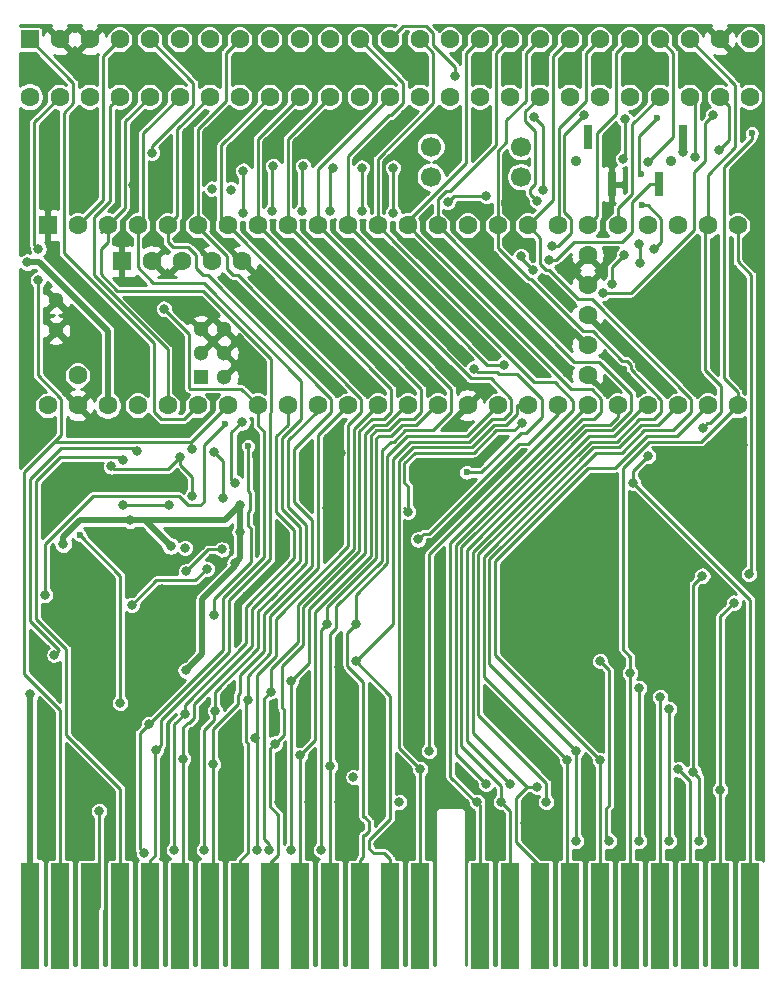
<source format=gbr>
G04 #@! TF.GenerationSoftware,KiCad,Pcbnew,(5.1.9)-1*
G04 #@! TF.CreationDate,2021-04-12T22:08:35-04:00*
G04 #@! TF.ProjectId,cartridge,63617274-7269-4646-9765-2e6b69636164,rev?*
G04 #@! TF.SameCoordinates,Original*
G04 #@! TF.FileFunction,Copper,L2,Bot*
G04 #@! TF.FilePolarity,Positive*
%FSLAX46Y46*%
G04 Gerber Fmt 4.6, Leading zero omitted, Abs format (unit mm)*
G04 Created by KiCad (PCBNEW (5.1.9)-1) date 2021-04-12 22:08:35*
%MOMM*%
%LPD*%
G01*
G04 APERTURE LIST*
G04 #@! TA.AperFunction,ComponentPad*
%ADD10C,1.600200*%
G04 #@! TD*
G04 #@! TA.AperFunction,ComponentPad*
%ADD11R,1.524000X1.524000*%
G04 #@! TD*
G04 #@! TA.AperFunction,SMDPad,CuDef*
%ADD12R,1.600000X9.000000*%
G04 #@! TD*
G04 #@! TA.AperFunction,ComponentPad*
%ADD13C,1.700000*%
G04 #@! TD*
G04 #@! TA.AperFunction,SMDPad,CuDef*
%ADD14R,0.800000X2.000000*%
G04 #@! TD*
G04 #@! TA.AperFunction,ComponentPad*
%ADD15C,0.900000*%
G04 #@! TD*
G04 #@! TA.AperFunction,ComponentPad*
%ADD16C,1.600000*%
G04 #@! TD*
G04 #@! TA.AperFunction,ComponentPad*
%ADD17R,1.600000X1.600000*%
G04 #@! TD*
G04 #@! TA.AperFunction,ComponentPad*
%ADD18R,1.300000X1.300000*%
G04 #@! TD*
G04 #@! TA.AperFunction,ComponentPad*
%ADD19C,1.300000*%
G04 #@! TD*
G04 #@! TA.AperFunction,ViaPad*
%ADD20C,0.800000*%
G04 #@! TD*
G04 #@! TA.AperFunction,ViaPad*
%ADD21C,0.600000*%
G04 #@! TD*
G04 #@! TA.AperFunction,Conductor*
%ADD22C,0.500000*%
G04 #@! TD*
G04 #@! TA.AperFunction,Conductor*
%ADD23C,0.220000*%
G04 #@! TD*
G04 #@! TA.AperFunction,Conductor*
%ADD24C,0.250000*%
G04 #@! TD*
G04 #@! TA.AperFunction,Conductor*
%ADD25C,0.254000*%
G04 #@! TD*
G04 #@! TA.AperFunction,Conductor*
%ADD26C,0.100000*%
G04 #@! TD*
G04 APERTURE END LIST*
D10*
X181038500Y-67779900D03*
X178498500Y-67779900D03*
X175958500Y-67779900D03*
X173418500Y-67779900D03*
X170878500Y-67779900D03*
X168338500Y-67779900D03*
X165798500Y-67779900D03*
X163258500Y-67779900D03*
X160718500Y-67779900D03*
X158178500Y-67779900D03*
X155638500Y-67779900D03*
X153098500Y-67779900D03*
X150558500Y-67779900D03*
X148018500Y-67779900D03*
X145478500Y-67779900D03*
X142938500Y-67779900D03*
X140398500Y-67779900D03*
X137858500Y-67779900D03*
X135318500Y-67779900D03*
X132778500Y-67779900D03*
X130238500Y-67779900D03*
X127698500Y-67779900D03*
X125158500Y-67779900D03*
X122618500Y-67779900D03*
X120078500Y-67779900D03*
X181038500Y-62928500D03*
X178498500Y-62928500D03*
X175958500Y-62928500D03*
X173418500Y-62928500D03*
X170878500Y-62928500D03*
X168338500Y-62928500D03*
X165798500Y-62928500D03*
X163258500Y-62928500D03*
X160718500Y-62928500D03*
X158178500Y-62928500D03*
X155638500Y-62928500D03*
X153098500Y-62928500D03*
X150558500Y-62928500D03*
X148018500Y-62928500D03*
X145478500Y-62928500D03*
X142938500Y-62928500D03*
X140398500Y-62928500D03*
X137858500Y-62928500D03*
X135318500Y-62928500D03*
X132778500Y-62928500D03*
X130238500Y-62928500D03*
X127698500Y-62928500D03*
X125158500Y-62928500D03*
X122618500Y-62928500D03*
D11*
X120078500Y-62928500D03*
D12*
X120142000Y-137160000D03*
X122682000Y-137160000D03*
X125222000Y-137160000D03*
X127762000Y-137160000D03*
X130302000Y-137160000D03*
X132842000Y-137160000D03*
X135382000Y-137160000D03*
X137922000Y-137160000D03*
X140462000Y-137160000D03*
X143002000Y-137160000D03*
X145542000Y-137160000D03*
X148082000Y-137160000D03*
X150622000Y-137160000D03*
X153162000Y-137160000D03*
X158242000Y-137160000D03*
X160782000Y-137160000D03*
X163322000Y-137160000D03*
X165862000Y-137160000D03*
X168402000Y-137160000D03*
X170942000Y-137160000D03*
X173482000Y-137160000D03*
X176022000Y-137160000D03*
X178562000Y-137160000D03*
X181102000Y-137160000D03*
D13*
X154051000Y-72009000D03*
X161671000Y-72009000D03*
X161671000Y-74549000D03*
X154051000Y-74549000D03*
D14*
X175386000Y-71184000D03*
X167386000Y-71184000D03*
X173386000Y-75184000D03*
X169386000Y-75184000D03*
D15*
X174386000Y-73184000D03*
X166386000Y-73184000D03*
D16*
X124142500Y-91376500D03*
X138061700Y-81727300D03*
X135521700Y-81727300D03*
X132981700Y-81727300D03*
X130441700Y-81727300D03*
D17*
X127901700Y-81727300D03*
D16*
X121602500Y-93916500D03*
X124142500Y-93916500D03*
X126682500Y-93916500D03*
X129222500Y-93916500D03*
X131762500Y-93916500D03*
X134302500Y-93916500D03*
X136842500Y-93916500D03*
X139382500Y-93916500D03*
X141922500Y-93916500D03*
X144462500Y-93916500D03*
X147002500Y-93916500D03*
X149542500Y-93916500D03*
X152082500Y-93916500D03*
X154622500Y-93916500D03*
D17*
X121602500Y-78676500D03*
D16*
X124142500Y-78676500D03*
X126682500Y-78676500D03*
X129222500Y-78676500D03*
X131762500Y-78676500D03*
X134302500Y-78676500D03*
X136842500Y-78676500D03*
X139382500Y-78676500D03*
X141922500Y-78676500D03*
X144462500Y-78676500D03*
X147002500Y-78676500D03*
X149542500Y-78676500D03*
X152082500Y-78676500D03*
X157162500Y-93916500D03*
X159702500Y-93916500D03*
X162242500Y-93916500D03*
X164782500Y-93916500D03*
X167322500Y-93916500D03*
X169862500Y-93916500D03*
X172402500Y-93916500D03*
X174942500Y-93916500D03*
X177482500Y-93916500D03*
X180022500Y-93916500D03*
X180022500Y-78676500D03*
X177482500Y-78676500D03*
X174942500Y-78676500D03*
X172402500Y-78676500D03*
X154622500Y-78676500D03*
X157162500Y-78676500D03*
X159702500Y-78676500D03*
X169862500Y-78676500D03*
X167322500Y-78676500D03*
X164782500Y-78676500D03*
X162242500Y-78676500D03*
D18*
X134572500Y-91478100D03*
D19*
X136572500Y-91478100D03*
X134572500Y-89478100D03*
X136572500Y-89478100D03*
X136572500Y-87478100D03*
X134572500Y-87478100D03*
D16*
X167322500Y-81216500D03*
X167322500Y-83756500D03*
X167322500Y-86296500D03*
X167322500Y-88836500D03*
X167322500Y-91376500D03*
D19*
X122332500Y-85026500D03*
X122332500Y-87566500D03*
D20*
X133350000Y-116332000D03*
X137922000Y-104648000D03*
X137922000Y-102362000D03*
X128583021Y-103632000D03*
X137491726Y-107238638D03*
D21*
X157099000Y-99568000D03*
D20*
X157735257Y-90803743D03*
X138049000Y-95321978D03*
X137462000Y-100480411D03*
X122927855Y-105669184D03*
X132029200Y-105816400D03*
X164465000Y-103759000D03*
D21*
X138430000Y-109982000D03*
D20*
X131064000Y-116840000D03*
X128524000Y-125984000D03*
X131572000Y-127508000D03*
X134112000Y-127508000D03*
X136652000Y-127508000D03*
X141224000Y-127508000D03*
X143764000Y-127508000D03*
X146304000Y-127508000D03*
X151892000Y-129286000D03*
X155702000Y-127254000D03*
X154940000Y-124714000D03*
X162052000Y-129286000D03*
X164592000Y-129286000D03*
X167386000Y-129286000D03*
X169926000Y-129286000D03*
X172720000Y-129286000D03*
X175260000Y-129286000D03*
X177800000Y-129286000D03*
X179578000Y-129286000D03*
X167640000Y-120396000D03*
X163068000Y-116332000D03*
X169926000Y-115316000D03*
X156718000Y-125222000D03*
X148082000Y-129540000D03*
X149606000Y-127000000D03*
X149606000Y-131064000D03*
X152146000Y-125730000D03*
X167894000Y-107696000D03*
X131318000Y-109474000D03*
X145288000Y-102616000D03*
X175514000Y-106934000D03*
X175006000Y-101346000D03*
X123698000Y-131191000D03*
X125222000Y-131191000D03*
X123698000Y-129540000D03*
X125222000Y-129540000D03*
X124587000Y-120904000D03*
X125476000Y-121666000D03*
X126492000Y-122428000D03*
X122428000Y-100330000D03*
X126746000Y-100203000D03*
X130556000Y-100203000D03*
X143383000Y-99822000D03*
X146431000Y-97917000D03*
X121539000Y-129540000D03*
X121539000Y-131064000D03*
X122428000Y-116078000D03*
X124206000Y-116205000D03*
X123063000Y-109220000D03*
X146304000Y-116078000D03*
X137160000Y-117856000D03*
X146367500Y-120015000D03*
X143129000Y-120015000D03*
X137541000Y-120650000D03*
X140843000Y-120015000D03*
X145859500Y-99568000D03*
X152590500Y-100076000D03*
X152590500Y-106756200D03*
D21*
X137718800Y-113284000D03*
X137718800Y-111861600D03*
X134670800Y-119786400D03*
X134010400Y-122072400D03*
X137922000Y-98044000D03*
X120650000Y-97383600D03*
X160172400Y-130911600D03*
X159308800Y-128676400D03*
D20*
X152476200Y-104089200D03*
D21*
X139192000Y-98120200D03*
D20*
X179578000Y-130810000D03*
X177419000Y-120015000D03*
X179832000Y-120015000D03*
X156210000Y-100076000D03*
X168529000Y-100584000D03*
X171196000Y-102235000D03*
X143383000Y-97917000D03*
X171577000Y-108458000D03*
X168783000Y-112649000D03*
X172593000Y-114935000D03*
X172593000Y-121793000D03*
X177419000Y-113284000D03*
X179832000Y-113030000D03*
X180467000Y-97282000D03*
X165608000Y-91186000D03*
X165608000Y-88265000D03*
X165608000Y-85090000D03*
X172339000Y-87884000D03*
X174879000Y-88011000D03*
X179832000Y-88392000D03*
X129921000Y-112268000D03*
D21*
X158813500Y-97980500D03*
X172186600Y-100050600D03*
D20*
X123977400Y-123926600D03*
X125095000Y-125095000D03*
X126695200Y-126415800D03*
X121920000Y-120065800D03*
X141414500Y-105854500D03*
D21*
X126034800Y-104648000D03*
D20*
X121462800Y-104292400D03*
X125222000Y-73863200D03*
X121666000Y-76327000D03*
X120650000Y-65532000D03*
X124460000Y-65278000D03*
D21*
X180848000Y-81026000D03*
X179959000Y-82677000D03*
X178181000Y-82931000D03*
X178054000Y-87884000D03*
X175768000Y-82804000D03*
X172466000Y-90805000D03*
X170434000Y-85979000D03*
X170307000Y-88773000D03*
X170307000Y-90805000D03*
X124460000Y-88392000D03*
X128651000Y-89408000D03*
X124587000Y-83947000D03*
X127762000Y-95377000D03*
X129921000Y-85598000D03*
X134112000Y-85344000D03*
X138811000Y-85598000D03*
X139700000Y-83439000D03*
X142367000Y-85852000D03*
X141986000Y-88455500D03*
X145605500Y-89027000D03*
X148209000Y-91567000D03*
X145415000Y-91821000D03*
X145669000Y-86106000D03*
X142621000Y-83312000D03*
X145732500Y-83439000D03*
X148209000Y-83629500D03*
X148145500Y-86042500D03*
X148272500Y-89027000D03*
X150749000Y-88773000D03*
X150749000Y-91313000D03*
X150812500Y-86169500D03*
X153733500Y-89090500D03*
X153352500Y-91186000D03*
X153797000Y-86741000D03*
X153797000Y-84201000D03*
X156654500Y-89535000D03*
X156527500Y-92075000D03*
X156718000Y-87249000D03*
X156781500Y-84328000D03*
X161099500Y-88900000D03*
X160972500Y-86296500D03*
X156781500Y-82296000D03*
X160528000Y-82423000D03*
X158559500Y-77343000D03*
X160210500Y-76771500D03*
X163449000Y-88773000D03*
X163449000Y-85852000D03*
X163385500Y-91059000D03*
D20*
X128841500Y-75247500D03*
X130683000Y-75120500D03*
X131762500Y-72707500D03*
X133413500Y-74549000D03*
X135572500Y-70993000D03*
X137477500Y-72644000D03*
X138620500Y-70866000D03*
X149987000Y-71310500D03*
X151828500Y-69278500D03*
X158305500Y-72009000D03*
X155956000Y-69596000D03*
X138938000Y-65532000D03*
X158178500Y-65405000D03*
X168465500Y-65595500D03*
X172402500Y-65405000D03*
X180530500Y-65341500D03*
X169354500Y-71437500D03*
X180975000Y-74803000D03*
X165036500Y-82423000D03*
X152908000Y-65468500D03*
X148399500Y-65468500D03*
X125222000Y-71831200D03*
X125272800Y-70002400D03*
X165811200Y-110286800D03*
X135940800Y-107035600D03*
X135682490Y-111639391D03*
D21*
X138582400Y-97329989D03*
D20*
X136345294Y-106108818D03*
X133314116Y-107970823D03*
X119888000Y-81788000D03*
X121412000Y-109982000D03*
D21*
X136652000Y-95453200D03*
D20*
X128727200Y-110794800D03*
X135077201Y-107746801D03*
X127762000Y-119126000D03*
D21*
X124321190Y-104893441D03*
D20*
X129792000Y-131826000D03*
X130175000Y-120904000D03*
X131445000Y-85725000D03*
X130431010Y-72517000D03*
X132332000Y-131572000D03*
X133223000Y-120015000D03*
X138176000Y-77597000D03*
X138176000Y-74041000D03*
X134872000Y-131572000D03*
X135763000Y-119761000D03*
X140589000Y-77470000D03*
X140716000Y-73660000D03*
X139321010Y-131572000D03*
X139194001Y-122049010D03*
X140486610Y-118137589D03*
X140375023Y-131572000D03*
X145542000Y-77470000D03*
X145796000Y-73787000D03*
X142238000Y-131572000D03*
X142242010Y-117221000D03*
X148209000Y-77470000D03*
X148209000Y-73787000D03*
X144778000Y-131572000D03*
X145288000Y-112415300D03*
X150876000Y-77597000D03*
X150876000Y-73787000D03*
X147508821Y-125397087D03*
X152120600Y-102920800D03*
X161798000Y-95367978D03*
X160241763Y-90456237D03*
X151386010Y-127508000D03*
X152958796Y-105257600D03*
X156083000Y-66040000D03*
X162713488Y-82431436D03*
X161684343Y-81249384D03*
X153926000Y-123190000D03*
X158718010Y-125984000D03*
X160784000Y-125984000D03*
X163832000Y-127508000D03*
X166370000Y-123190000D03*
X166372000Y-130810000D03*
X169166000Y-130810000D03*
X168402000Y-115572010D03*
X171706000Y-117856000D03*
X171706000Y-130810000D03*
X174246000Y-119634000D03*
X174246000Y-130810000D03*
X172468000Y-73279000D03*
X176786010Y-130810000D03*
X176294694Y-124929126D03*
X177042001Y-108331000D03*
X177069270Y-95789270D03*
X120142000Y-118363998D03*
X137126599Y-75658599D03*
X120777000Y-83312000D03*
X120838000Y-80645000D03*
X136499600Y-101752400D03*
X135737600Y-97840800D03*
X133807200Y-97637600D03*
X125984000Y-128270000D03*
X122191000Y-115050991D03*
X129159000Y-97807000D03*
X135509000Y-75565000D03*
X158750000Y-76200000D03*
X155479979Y-76700507D03*
X128016000Y-98552000D03*
X130809998Y-123063000D03*
X133096000Y-123827010D03*
X135636000Y-124301021D03*
X138539990Y-118872000D03*
X143129000Y-77470000D03*
X143256000Y-73660000D03*
X140845010Y-122553021D03*
X143002000Y-123501043D03*
X145542000Y-124449065D03*
X147695858Y-112415300D03*
X147695858Y-115570000D03*
X153162000Y-124714000D03*
X157985990Y-127508000D03*
X167022365Y-69359365D03*
X164274508Y-80443406D03*
X160020000Y-127508000D03*
X163578000Y-75692000D03*
X162814000Y-69467000D03*
X169366154Y-83598819D03*
X170404221Y-81175419D03*
X163068000Y-126238000D03*
X163070000Y-76615501D03*
X165608000Y-123958917D03*
X171704000Y-80264000D03*
X171725220Y-81886781D03*
X170460591Y-69667285D03*
X170304990Y-73027010D03*
X168402000Y-123952000D03*
X172974000Y-80645000D03*
D21*
X171929000Y-76962000D03*
X171831000Y-74295000D03*
X173228000Y-69596000D03*
D20*
X170942000Y-116586000D03*
D21*
X181229000Y-70866000D03*
D20*
X173482000Y-118618000D03*
X175008010Y-124722917D03*
X176440002Y-72871502D03*
X178562000Y-126492000D03*
X179705000Y-110617000D03*
X180975000Y-108204000D03*
X178435000Y-72326500D03*
X132842000Y-98298000D03*
X171196000Y-100457000D03*
X133858000Y-101600000D03*
X127000000Y-99077010D03*
X172466000Y-98196400D03*
X168666817Y-84387406D03*
X177960557Y-69342000D03*
X133248400Y-105968800D03*
X175386304Y-72464785D03*
X164081990Y-81597500D03*
X131883672Y-102384030D03*
X128033010Y-102379010D03*
D22*
X137922000Y-104648000D02*
X137922000Y-102362000D01*
X136652000Y-103632000D02*
X128583021Y-103632000D01*
X137922000Y-102362000D02*
X136652000Y-103632000D01*
X137922000Y-106808364D02*
X137491726Y-107238638D01*
X137922000Y-104648000D02*
X137922000Y-106808364D01*
D23*
X138049000Y-95321978D02*
X137172010Y-96198968D01*
X137172010Y-100190421D02*
X137462000Y-100480411D01*
X137172010Y-96198968D02*
X137172010Y-100190421D01*
X161657467Y-96243916D02*
X162120864Y-96243916D01*
X158038515Y-91107001D02*
X157735257Y-90803743D01*
X159693723Y-91107001D02*
X158038515Y-91107001D01*
X159852961Y-91266239D02*
X159693723Y-91107001D01*
X162120864Y-96243916D02*
X163452501Y-94912279D01*
X158333383Y-99568000D02*
X161657467Y-96243916D01*
X157099000Y-99568000D02*
X158333383Y-99568000D01*
X163452501Y-93335699D02*
X161383041Y-91266239D01*
X163452501Y-94912279D02*
X163452501Y-93335699D01*
X161383041Y-91266239D02*
X159852961Y-91266239D01*
D22*
X128583021Y-103632000D02*
X124350029Y-103632000D01*
X122927855Y-105054174D02*
X122927855Y-105669184D01*
X124350029Y-103632000D02*
X122927855Y-105054174D01*
X137491726Y-107516674D02*
X137491726Y-107238638D01*
X134721600Y-110286800D02*
X137491726Y-107516674D01*
X134721600Y-114960400D02*
X134721600Y-110286800D01*
X133350000Y-116332000D02*
X134721600Y-114960400D01*
X128583021Y-103632000D02*
X129844800Y-103632000D01*
X129844800Y-103632000D02*
X132029200Y-105816400D01*
D23*
X138582400Y-97329989D02*
X138582400Y-98679000D01*
X138582400Y-98679000D02*
X138582400Y-101193600D01*
X138795001Y-104301801D02*
X138582010Y-104088810D01*
X138795001Y-107140499D02*
X138795001Y-104301801D01*
X138732001Y-101343201D02*
X138582400Y-101193600D01*
X138732001Y-102750801D02*
X138732001Y-101343201D01*
X138582010Y-102900792D02*
X138732001Y-102750801D01*
X138582010Y-104088810D02*
X138582010Y-102900792D01*
D24*
X138795001Y-107140499D02*
X138795001Y-107168007D01*
X138795001Y-107168007D02*
X135682490Y-110280518D01*
X135682490Y-110280518D02*
X135682490Y-111639391D01*
D23*
X136345294Y-106108818D02*
X135176121Y-106108818D01*
X135176121Y-106108818D02*
X133314116Y-107970823D01*
D22*
X120870002Y-81788000D02*
X119888000Y-81788000D01*
X126682500Y-87600498D02*
X120870002Y-81788000D01*
X126682500Y-93916500D02*
X126682500Y-87600498D01*
D23*
X123782601Y-66632601D02*
X120078500Y-62928500D01*
X123782601Y-68338669D02*
X123782601Y-66632601D01*
X122978499Y-69142771D02*
X123782601Y-68338669D01*
X122978499Y-81033413D02*
X122978499Y-69142771D01*
X130598499Y-88653413D02*
X122978499Y-81033413D01*
X130598499Y-94475221D02*
X130598499Y-88653413D01*
X131203779Y-95080501D02*
X130598499Y-94475221D01*
X133138499Y-95080501D02*
X131203779Y-95080501D01*
X134302500Y-93916500D02*
X133138499Y-95080501D01*
D24*
X133484079Y-102379001D02*
X134501399Y-102379001D01*
X132705078Y-101600000D02*
X133484079Y-102379001D01*
X125427420Y-101600000D02*
X132705078Y-101600000D01*
X121412000Y-105615420D02*
X125427420Y-101600000D01*
X121412000Y-109982000D02*
X121412000Y-105615420D01*
D23*
X134823200Y-97282000D02*
X136652000Y-95453200D01*
X134823200Y-102057200D02*
X134823200Y-97282000D01*
X134501399Y-102379001D02*
X134823200Y-102057200D01*
X128727200Y-110794800D02*
X130812001Y-108709999D01*
X130812001Y-108709999D02*
X132922568Y-108709999D01*
X134089177Y-108734825D02*
X135077201Y-107746801D01*
X132922568Y-108709999D02*
X132947394Y-108734825D01*
X132947394Y-108734825D02*
X134089177Y-108734825D01*
X127762000Y-119126000D02*
X127762000Y-108334251D01*
X127762000Y-108334251D02*
X124321190Y-104893441D01*
X126322601Y-64304399D02*
X127698500Y-62928500D01*
X126322601Y-76496399D02*
X126322601Y-64304399D01*
X124142500Y-78676500D02*
X126322601Y-76496399D01*
X129392001Y-121686999D02*
X130175000Y-120904000D01*
X129392001Y-131426001D02*
X129392001Y-121686999D01*
X129792000Y-131826000D02*
X129392001Y-131426001D01*
D24*
X136465489Y-114613511D02*
X136465489Y-110217732D01*
X139954000Y-96139000D02*
X139382500Y-95567500D01*
X139382500Y-95567500D02*
X139382500Y-93916500D01*
X139954000Y-97917000D02*
X139954000Y-96139000D01*
X139953999Y-106729223D02*
X139954000Y-97917000D01*
X136465489Y-110217732D02*
X139953999Y-106729223D01*
X130175000Y-120904000D02*
X136465489Y-114613511D01*
D23*
X137958101Y-92492101D02*
X133631299Y-92492101D01*
X133558499Y-87838499D02*
X131445000Y-85725000D01*
X139382500Y-93916500D02*
X137958101Y-92492101D01*
X133631299Y-92492101D02*
X133558499Y-92419301D01*
X133558499Y-92419301D02*
X133558499Y-87838499D01*
X130431010Y-71951315D02*
X130431010Y-72517000D01*
X133942601Y-66632601D02*
X133942601Y-68439724D01*
X130238500Y-62928500D02*
X133942601Y-66632601D01*
X133942601Y-68439724D02*
X130431010Y-71951315D01*
X132332000Y-131572000D02*
X132336001Y-131567999D01*
X132336001Y-131567999D02*
X132336001Y-127141279D01*
X132336001Y-127141279D02*
X132332000Y-127137278D01*
X132332000Y-127137278D02*
X132332000Y-120906000D01*
X132332000Y-120906000D02*
X133223000Y-120015000D01*
D24*
X133223000Y-119281552D02*
X138439021Y-114065533D01*
X140962020Y-96527980D02*
X141922500Y-95567500D01*
X141922500Y-95567500D02*
X141922500Y-93916500D01*
X140962020Y-98044000D02*
X140962020Y-96527980D01*
X140962020Y-102911244D02*
X140962020Y-99687020D01*
X140962020Y-99687020D02*
X140962020Y-98044000D01*
X141047776Y-102997000D02*
X140962020Y-102911244D01*
X142507011Y-104456234D02*
X141047776Y-102997000D01*
X138439021Y-110939755D02*
X142507011Y-106871766D01*
X142507011Y-106871766D02*
X142507011Y-104456234D01*
X138439021Y-112649000D02*
X138439021Y-110939755D01*
X138439021Y-114065533D02*
X138439021Y-112649000D01*
X133223000Y-120015000D02*
X133223000Y-119281552D01*
D23*
X138176000Y-77597000D02*
X138176000Y-74041000D01*
D24*
X135763000Y-118167105D02*
X139447041Y-114483067D01*
X135763000Y-119761000D02*
X135763000Y-118167105D01*
X139447041Y-114483067D02*
X139447041Y-113157000D01*
X139447041Y-113157000D02*
X139447041Y-111357287D01*
X139447041Y-111357287D02*
X140568328Y-110236000D01*
X140568328Y-110236000D02*
X143515031Y-107289300D01*
X143515031Y-104038700D02*
X141982010Y-102505679D01*
X143515031Y-107289300D02*
X143515031Y-104038700D01*
X141982010Y-102505679D02*
X141982010Y-98301990D01*
X144462500Y-94368200D02*
X144462500Y-93916500D01*
X141982010Y-96848690D02*
X144462500Y-94368200D01*
X141982010Y-98301990D02*
X141982010Y-96848690D01*
D23*
X135686800Y-119837200D02*
X135763000Y-119761000D01*
X135686800Y-120548400D02*
X135686800Y-119837200D01*
X134872000Y-127137278D02*
X134872000Y-121363200D01*
X134876001Y-127141279D02*
X134872000Y-127137278D01*
X134876001Y-127874721D02*
X134876001Y-127141279D01*
X134872000Y-127878722D02*
X134876001Y-127874721D01*
X134872000Y-131572000D02*
X134872000Y-127878722D01*
X134872000Y-121363200D02*
X135686800Y-120548400D01*
X140589000Y-73787000D02*
X140716000Y-73660000D01*
X140589000Y-77470000D02*
X140589000Y-73787000D01*
D24*
X139319000Y-121924011D02*
X139194001Y-122049010D01*
D23*
X139321010Y-131572000D02*
X139321010Y-122176019D01*
D24*
X140959071Y-113548929D02*
X140959071Y-115109368D01*
X139319000Y-116749439D02*
X139319000Y-121924011D01*
D23*
X139321010Y-122176019D02*
X139194001Y-122049010D01*
D24*
X140959071Y-115109368D02*
X139319000Y-116749439D01*
D23*
X134302500Y-78785378D02*
X134302500Y-78676500D01*
X136779000Y-81261878D02*
X134302500Y-78785378D01*
X137700023Y-82891301D02*
X137290981Y-82891301D01*
X137290981Y-82891301D02*
X136779000Y-82379320D01*
X148166501Y-93357779D02*
X137700023Y-82891301D01*
X148166501Y-94475221D02*
X148166501Y-93357779D01*
X136779000Y-82379320D02*
X136779000Y-81261878D01*
X147066000Y-95575722D02*
X148166501Y-94475221D01*
X147066000Y-105855449D02*
X147066000Y-95575722D01*
X140959071Y-111962378D02*
X147066000Y-105855449D01*
X140959071Y-113548929D02*
X140959071Y-111962378D01*
X136694399Y-68126871D02*
X136694399Y-64092601D01*
X136694399Y-64092601D02*
X137858500Y-62928500D01*
X134302500Y-70518770D02*
X136694399Y-68126871D01*
X134302500Y-78676500D02*
X134302500Y-70518770D01*
X139958011Y-130589303D02*
X140375023Y-131006315D01*
X139958011Y-118666188D02*
X139958011Y-130589303D01*
X140486610Y-118137589D02*
X139958011Y-118666188D01*
X140375023Y-131006315D02*
X140375023Y-131572000D01*
X147540010Y-95918990D02*
X149542500Y-93916500D01*
X147540010Y-106051790D02*
X147540010Y-95918990D01*
X142797900Y-110793899D02*
X147540010Y-106051790D01*
X142797900Y-113962103D02*
X142797900Y-110793899D01*
X140486610Y-116273391D02*
X142797900Y-113962103D01*
X140486610Y-118137589D02*
X140486610Y-116273391D01*
X145542000Y-74041000D02*
X145796000Y-73787000D01*
X145542000Y-77470000D02*
X145542000Y-74041000D01*
X142238000Y-117225010D02*
X142242010Y-117221000D01*
X142238000Y-131572000D02*
X142238000Y-117225010D01*
X142242010Y-117221000D02*
X143745919Y-115717091D01*
X143745920Y-111186577D02*
X148488028Y-106444469D01*
X149245190Y-95554512D02*
X150297563Y-95554511D01*
X151935574Y-93916500D02*
X152082500Y-93916500D01*
X148488028Y-106444469D02*
X148488029Y-96311673D01*
X148488029Y-96311673D02*
X149245190Y-95554512D01*
X150297563Y-95554511D02*
X151935574Y-93916500D01*
X143745919Y-115717091D02*
X143745920Y-111186577D01*
X148209000Y-77470000D02*
X148209000Y-73787000D01*
X144778000Y-112925300D02*
X144778000Y-131572000D01*
X145288000Y-112415300D02*
X144778000Y-112925300D01*
X152837563Y-95554511D02*
X154475574Y-93916500D01*
X151638266Y-95554512D02*
X152837563Y-95554511D01*
X150690247Y-96502531D02*
X151638266Y-95554512D01*
X145288000Y-110998000D02*
X149436050Y-106849950D01*
X145288000Y-112415300D02*
X145288000Y-110998000D01*
X149436050Y-106849950D02*
X149436050Y-96704356D01*
X149436050Y-96704356D02*
X149637874Y-96502532D01*
X149637874Y-96502532D02*
X150690247Y-96502531D01*
X154475574Y-93916500D02*
X154622500Y-93916500D01*
X150876000Y-77597000D02*
X150876000Y-73787000D01*
X151826499Y-102626699D02*
X152120600Y-102920800D01*
X152120600Y-102920800D02*
X152120600Y-100736822D01*
X152120600Y-100736822D02*
X151826499Y-100442721D01*
X159601531Y-96028521D02*
X160653903Y-96028521D01*
X151826499Y-100442721D02*
X151826499Y-98815201D01*
X151826499Y-98815201D02*
X152689350Y-97952350D01*
X152689350Y-97952350D02*
X154142650Y-97952350D01*
X154142650Y-97952350D02*
X154170442Y-97924558D01*
X154170442Y-97924558D02*
X157705494Y-97924558D01*
X157705494Y-97924558D02*
X159601531Y-96028521D01*
X161137457Y-96028521D02*
X161798000Y-95367978D01*
X160653903Y-96028521D02*
X161137457Y-96028521D01*
X158782237Y-90456237D02*
X160241763Y-90456237D01*
X147002500Y-78676500D02*
X158782237Y-90456237D01*
X147002500Y-78676500D02*
X147002500Y-72834500D01*
X147002500Y-72834500D02*
X150495000Y-69342000D01*
X151722601Y-68338669D02*
X151722601Y-66632601D01*
X151722601Y-66632601D02*
X148018500Y-62928500D01*
X150719270Y-69342000D02*
X151722601Y-68338669D01*
X150495000Y-69342000D02*
X150719270Y-69342000D01*
X153451990Y-104764406D02*
X152958796Y-105257600D01*
X153451990Y-104764406D02*
X153934594Y-104764406D01*
X164782500Y-94636238D02*
X164782500Y-93916500D01*
X162265739Y-97152999D02*
X164782500Y-94636238D01*
X161546001Y-97152999D02*
X162265739Y-97152999D01*
X153934594Y-104764406D02*
X161546001Y-97152999D01*
X156083000Y-65242650D02*
X156083000Y-66040000D01*
X154262601Y-63422251D02*
X156083000Y-65242650D01*
X154262601Y-62369731D02*
X154262601Y-63422251D01*
X153657269Y-61764399D02*
X154262601Y-62369731D01*
X151722601Y-61764399D02*
X153657269Y-61764399D01*
X150558500Y-62928500D02*
X151722601Y-61764399D01*
X162713488Y-82431436D02*
X161684343Y-81402291D01*
X161684343Y-81402291D02*
X161684343Y-81249384D01*
X151003000Y-80137000D02*
X149542500Y-78676500D01*
X162814000Y-91948000D02*
X151003000Y-80137000D01*
X153926000Y-123190000D02*
X153926000Y-106495722D01*
X153926000Y-106495722D02*
X166116000Y-94305722D01*
X166116000Y-94305722D02*
X166116000Y-93527278D01*
X164536722Y-91948000D02*
X162814000Y-91948000D01*
X166116000Y-93527278D02*
X164536722Y-91948000D01*
X154262601Y-64092601D02*
X153098500Y-62928500D01*
X154262601Y-68338669D02*
X154262601Y-64092601D01*
X149542500Y-73058770D02*
X154262601Y-68338669D01*
X149542500Y-78676500D02*
X149542500Y-73058770D01*
X165946501Y-92540501D02*
X152882499Y-79476499D01*
X167881221Y-95080501D02*
X168486501Y-94475221D01*
X167669223Y-92540501D02*
X165946501Y-92540501D01*
X168486501Y-94475221D02*
X168486501Y-93357779D01*
X166828849Y-95080501D02*
X167881221Y-95080501D01*
X168486501Y-93357779D02*
X167669223Y-92540501D01*
X156178013Y-105731337D02*
X166828849Y-95080501D01*
X152882499Y-79476499D02*
X152082500Y-78676500D01*
X156178012Y-123444002D02*
X156178013Y-105731337D01*
X158718010Y-125984000D02*
X156178012Y-123444002D01*
X157014399Y-73369334D02*
X157014399Y-64092601D01*
X152082500Y-78676500D02*
X152082500Y-78301233D01*
X157014399Y-64092601D02*
X158178500Y-62928500D01*
X152082500Y-78301233D02*
X157014399Y-73369334D01*
X168317499Y-90212499D02*
X166158499Y-90212499D01*
X167221532Y-96028520D02*
X169401989Y-96028520D01*
X171026501Y-94404008D02*
X171026501Y-92921501D01*
X166158499Y-90212499D02*
X154622500Y-78676500D01*
X157126035Y-106124017D02*
X167221532Y-96028520D01*
X171026501Y-92921501D02*
X168317499Y-90212499D01*
X160784000Y-125984000D02*
X157126034Y-122326034D01*
X169401989Y-96028520D02*
X171026501Y-94404008D01*
X157126034Y-122326034D02*
X157126035Y-106124017D01*
X159554399Y-71874951D02*
X159554399Y-64092601D01*
X155353481Y-75725989D02*
X155703361Y-75725989D01*
X155703361Y-75725989D02*
X159554399Y-71874951D01*
X154622500Y-78676500D02*
X154622500Y-76456970D01*
X159554399Y-64092601D02*
X160718500Y-62928500D01*
X154622500Y-76456970D02*
X155353481Y-75725989D01*
X162094399Y-64092601D02*
X163258500Y-62928500D01*
X162094399Y-68126871D02*
X162094399Y-64092601D01*
X160456999Y-69764271D02*
X162094399Y-68126871D01*
X160456999Y-71642701D02*
X160456999Y-69764271D01*
X159702500Y-72397200D02*
X160456999Y-71642701D01*
X159702500Y-78676500D02*
X159702500Y-72397200D01*
X167767000Y-87630000D02*
X166933278Y-87630000D01*
X166933278Y-87630000D02*
X162498715Y-83195437D01*
X162498715Y-83195437D02*
X162346767Y-83195437D01*
X163832000Y-127508000D02*
X163832001Y-125871279D01*
X158074056Y-106516698D02*
X167614213Y-96976541D01*
X167614213Y-96976541D02*
X169794672Y-96976540D01*
X159702500Y-80551170D02*
X159702500Y-78676500D01*
X162346767Y-83195437D02*
X159702500Y-80551170D01*
X171690712Y-95080501D02*
X172961221Y-95080501D01*
X158074056Y-120113334D02*
X158074056Y-106516698D01*
X170971001Y-90834001D02*
X170971001Y-90486279D01*
X169794672Y-96976540D02*
X171690712Y-95080501D01*
X173566501Y-94475221D02*
X173566501Y-93429501D01*
X170277999Y-90140999D02*
X167767000Y-87630000D01*
X170971001Y-90486279D02*
X170625721Y-90140999D01*
X170625721Y-90140999D02*
X170277999Y-90140999D01*
X163832001Y-125871279D02*
X158074056Y-120113334D01*
X173566501Y-93429501D02*
X170971001Y-90834001D01*
X172961221Y-95080501D02*
X173566501Y-94475221D01*
X166372000Y-123192000D02*
X166372000Y-130810000D01*
X166370000Y-123190000D02*
X166372000Y-123192000D01*
X164422601Y-64304399D02*
X165798500Y-62928500D01*
X164422601Y-76496399D02*
X164422601Y-64304399D01*
X162242500Y-78676500D02*
X164422601Y-76496399D01*
X163317989Y-81964221D02*
X163842270Y-82488502D01*
X162242500Y-78676500D02*
X163317989Y-79751989D01*
X163317989Y-79751989D02*
X163317989Y-81964221D01*
X170241015Y-97924557D02*
X168006895Y-97924557D01*
X174553201Y-96028521D02*
X172137051Y-96028521D01*
X159022078Y-115842078D02*
X166370000Y-123190000D01*
X159022078Y-106909374D02*
X159022078Y-115842078D01*
X176106501Y-93357779D02*
X176106501Y-94475221D01*
X167669223Y-84920501D02*
X176106501Y-93357779D01*
X168006895Y-97924557D02*
X159022078Y-106909374D01*
X172137051Y-96028521D02*
X170241015Y-97924557D01*
X176106501Y-94475221D02*
X174553201Y-96028521D01*
X166530277Y-84920501D02*
X167669223Y-84920501D01*
X164098278Y-82488502D02*
X166530277Y-84920501D01*
X163842270Y-82488502D02*
X164098278Y-82488502D01*
X169166001Y-127759999D02*
X169166001Y-116336011D01*
X169166001Y-116336011D02*
X168402000Y-115572010D01*
X168876010Y-128049990D02*
X169166001Y-127759999D01*
X168876010Y-130520010D02*
X168876010Y-128049990D01*
X169166000Y-130810000D02*
X168876010Y-130520010D01*
X167174399Y-64092601D02*
X168338500Y-62928500D01*
X167174399Y-68126871D02*
X167174399Y-64092601D01*
X164896611Y-70404659D02*
X167174399Y-68126871D01*
X164896611Y-78562389D02*
X164896611Y-70404659D01*
X164782500Y-78676500D02*
X164896611Y-78562389D01*
X171706000Y-117856000D02*
X171706000Y-130810000D01*
X169714399Y-64092601D02*
X170878500Y-62928500D01*
X169714399Y-69282753D02*
X169714399Y-64092601D01*
X168150001Y-70847151D02*
X169714399Y-69282753D01*
X167322500Y-78676500D02*
X168150001Y-77848999D01*
X168150001Y-77848999D02*
X168150001Y-70847151D01*
X174244000Y-130808000D02*
X174246000Y-130810000D01*
X174246000Y-119634000D02*
X174244000Y-119636000D01*
X174244000Y-119636000D02*
X174244000Y-130808000D01*
X172468000Y-73279000D02*
X174582601Y-71164399D01*
X174582601Y-71164399D02*
X174582601Y-64092601D01*
X174582601Y-64092601D02*
X173418500Y-62928500D01*
X176786010Y-125420442D02*
X176294694Y-124929126D01*
X176786010Y-130810000D02*
X176786010Y-125420442D01*
X176294694Y-109078307D02*
X177042001Y-108331000D01*
X176294694Y-124929126D02*
X176294694Y-109078307D01*
X177292000Y-78867000D02*
X177482500Y-78676500D01*
X177292000Y-90932000D02*
X177292000Y-78867000D01*
X178646501Y-92286501D02*
X177292000Y-90932000D01*
X177732451Y-95389271D02*
X178646501Y-94475221D01*
X178646501Y-94475221D02*
X178646501Y-92286501D01*
X177469269Y-95389271D02*
X177732451Y-95389271D01*
X177069270Y-95789270D02*
X177469269Y-95389271D01*
X177482500Y-78676500D02*
X177482500Y-74409722D01*
X179832000Y-66802000D02*
X175958500Y-62928500D01*
X179832000Y-72060222D02*
X179832000Y-66802000D01*
X177482500Y-74409722D02*
X179832000Y-72060222D01*
D22*
X120142000Y-137160000D02*
X120142000Y-118363998D01*
D24*
X133731000Y-97028000D02*
X136842500Y-93916500D01*
X122174000Y-97028000D02*
X133731000Y-97028000D01*
X119634000Y-99568000D02*
X122174000Y-97028000D01*
X119634000Y-116634996D02*
X119634000Y-99568000D01*
X122682000Y-119682996D02*
X119634000Y-116634996D01*
X122682000Y-137160000D02*
X122682000Y-119682996D01*
D23*
X120777000Y-91368278D02*
X120777000Y-83312000D01*
X122766501Y-93357779D02*
X120777000Y-91368278D01*
X122766501Y-96435499D02*
X122766501Y-93357779D01*
X122174000Y-97028000D02*
X122766501Y-96435499D01*
X120438001Y-69960399D02*
X122618500Y-67779900D01*
X120438001Y-80245001D02*
X120438001Y-69960399D01*
X120838000Y-80645000D02*
X120438001Y-80245001D01*
X136499600Y-98602800D02*
X135737600Y-97840800D01*
X136499600Y-101752400D02*
X136499600Y-98602800D01*
X133731000Y-97561400D02*
X133731000Y-97028000D01*
X133807200Y-97637600D02*
X133731000Y-97561400D01*
X125986001Y-128272001D02*
X125984000Y-128270000D01*
X125986001Y-136395999D02*
X125986001Y-128272001D01*
X125222000Y-137160000D02*
X125986001Y-136395999D01*
X122590999Y-114646563D02*
X120143989Y-112199553D01*
X122590999Y-114650992D02*
X122590999Y-114646563D01*
X122191000Y-115050991D02*
X122590999Y-114650992D01*
X120143989Y-112199553D02*
X120143990Y-100144446D01*
X120143990Y-100144446D02*
X122771426Y-97517010D01*
X122771426Y-97517010D02*
X127108010Y-97517010D01*
X128869010Y-97517010D02*
X129159000Y-97807000D01*
X127108010Y-97517010D02*
X128869010Y-97517010D01*
X158750000Y-76200000D02*
X155980486Y-76200000D01*
X155980486Y-76200000D02*
X155479979Y-76700507D01*
D24*
X122682000Y-98298000D02*
X127762000Y-98298000D01*
X127762000Y-126374922D02*
X123207001Y-121819923D01*
X120632999Y-111996999D02*
X120632999Y-100347001D01*
X127762000Y-137160000D02*
X127762000Y-126374922D01*
X127762000Y-98298000D02*
X128016000Y-98552000D01*
X123207001Y-121819923D02*
X123207001Y-114571001D01*
X123207001Y-114571001D02*
X120632999Y-111996999D01*
X120632999Y-100347001D02*
X122682000Y-98298000D01*
D23*
X126898401Y-76590949D02*
X126898401Y-68579999D01*
X125518499Y-77970851D02*
X126898401Y-76590949D01*
X131762500Y-93916500D02*
X131762500Y-89147064D01*
X131762500Y-89147064D02*
X125518499Y-82903063D01*
X125518499Y-82903063D02*
X125518499Y-77970851D01*
X126898401Y-68579999D02*
X127698500Y-67779900D01*
X130701999Y-123170999D02*
X130809998Y-123063000D01*
X130701999Y-132040001D02*
X130701999Y-123170999D01*
X130302000Y-132440000D02*
X130701999Y-132040001D01*
X130302000Y-137160000D02*
X130302000Y-132440000D01*
D24*
X140458010Y-106937990D02*
X140458010Y-98047990D01*
X126111000Y-80645000D02*
X126682500Y-80073500D01*
X126682500Y-80073500D02*
X126682500Y-78676500D01*
X126111000Y-82804000D02*
X126111000Y-80645000D01*
X140458010Y-98047990D02*
X140458010Y-94563712D01*
X140458010Y-94563712D02*
X140546501Y-94475221D01*
X140546501Y-94475221D02*
X140546501Y-89951379D01*
X140546501Y-89951379D02*
X134796122Y-84201000D01*
X134796122Y-84201000D02*
X127508000Y-84201000D01*
X127508000Y-84201000D02*
X126111000Y-82804000D01*
X136969500Y-114822276D02*
X136969500Y-110426500D01*
X130809998Y-123063000D02*
X131209997Y-122663001D01*
X131209997Y-122663001D02*
X131209997Y-120581779D01*
X131209997Y-120581779D02*
X136969500Y-114822276D01*
X136969500Y-110426500D02*
X140458010Y-106937990D01*
D23*
X126111000Y-79248000D02*
X126682500Y-78676500D01*
X128143000Y-69875400D02*
X130238500Y-67779900D01*
X126682500Y-78676500D02*
X128143000Y-77216000D01*
X128143000Y-77216000D02*
X128143000Y-69875400D01*
X133096000Y-136906000D02*
X133096000Y-123827010D01*
X132842000Y-137160000D02*
X133096000Y-136906000D01*
D24*
X141478000Y-102714446D02*
X141478000Y-98400920D01*
X134831473Y-83566000D02*
X130557678Y-83566000D01*
X130557678Y-83566000D02*
X129222500Y-82230822D01*
X129222500Y-82230822D02*
X129222500Y-78676500D01*
X141478000Y-98400920D02*
X141478000Y-96682350D01*
X141478000Y-96682350D02*
X143086501Y-95073849D01*
X143086501Y-95073849D02*
X143086501Y-91821028D01*
X143086501Y-91821028D02*
X134831473Y-83566000D01*
X133096000Y-123827010D02*
X133096000Y-121175001D01*
X133096000Y-121175001D02*
X133477000Y-120794001D01*
X143011021Y-104247467D02*
X141478000Y-102714446D01*
X133477000Y-120794001D02*
X133596921Y-120794001D01*
X133596921Y-120794001D02*
X134002001Y-120388921D01*
X143011021Y-107080533D02*
X143011021Y-104247467D01*
X134002001Y-120388921D02*
X134002001Y-119215327D01*
X134002001Y-119215327D02*
X134853328Y-118364000D01*
X134853328Y-118364000D02*
X138943031Y-114274300D01*
X138943031Y-111148521D02*
X143011021Y-107080533D01*
X138943031Y-114274300D02*
X138943031Y-111148521D01*
D23*
X129667000Y-78232000D02*
X129667000Y-70891400D01*
X129667000Y-70891400D02*
X132778500Y-67779900D01*
X129222500Y-78676500D02*
X129667000Y-78232000D01*
X135636000Y-136906000D02*
X135636000Y-124301021D01*
X135382000Y-137160000D02*
X135636000Y-136906000D01*
D24*
X134145701Y-82286021D02*
X134145701Y-81168579D01*
X135160023Y-82891301D02*
X134750981Y-82891301D01*
X142486020Y-97615702D02*
X145626501Y-94475221D01*
X142486020Y-98305980D02*
X142486020Y-97615702D01*
X134750981Y-82891301D02*
X134145701Y-82286021D01*
X142486020Y-101973020D02*
X142486020Y-98305980D01*
X135636000Y-121290764D02*
X137760989Y-119165775D01*
X142494000Y-101981000D02*
X142486020Y-101973020D01*
X145626501Y-93357779D02*
X135160023Y-82891301D01*
X144019041Y-103633041D02*
X142494000Y-102108000D01*
X144019041Y-107498067D02*
X144019041Y-103633041D01*
X139951051Y-111566053D02*
X144019041Y-107498067D01*
X137939001Y-116703882D02*
X139951051Y-114691834D01*
X137939001Y-118229921D02*
X137939001Y-116703882D01*
X142494000Y-102108000D02*
X142494000Y-101981000D01*
X145626501Y-94475221D02*
X145626501Y-93357779D01*
X135636000Y-124301021D02*
X135636000Y-121290764D01*
X139951051Y-114691834D02*
X139951051Y-111566053D01*
X137760989Y-119165775D02*
X137760989Y-118407933D01*
X137760989Y-118407933D02*
X137939001Y-118229921D01*
X134145701Y-81168579D02*
X133495122Y-80518000D01*
X133495122Y-80518000D02*
X132207000Y-80518000D01*
X132207000Y-80518000D02*
X131762500Y-80073500D01*
X131762500Y-80073500D02*
X131762500Y-78676500D01*
D23*
X132588000Y-70510400D02*
X135318500Y-67779900D01*
X132588000Y-77851000D02*
X132588000Y-70510400D01*
X131762500Y-78676500D02*
X132588000Y-77851000D01*
X138539990Y-131822010D02*
X138539990Y-122525723D01*
X138429999Y-118981991D02*
X138539990Y-118872000D01*
X138539990Y-122525723D02*
X138429999Y-122415732D01*
X137922000Y-132440000D02*
X138539990Y-131822010D01*
X137922000Y-137160000D02*
X137922000Y-132440000D01*
X138429999Y-122415732D02*
X138429999Y-118981991D01*
D24*
X138539990Y-116815672D02*
X138539990Y-118872000D01*
X140455061Y-114900601D02*
X138539990Y-116815672D01*
X144526000Y-107703885D02*
X140455061Y-111774824D01*
X144526000Y-103006922D02*
X144526000Y-107703885D01*
X144508999Y-97934001D02*
X144508999Y-102989921D01*
X144508999Y-96410001D02*
X147002500Y-93916500D01*
X144508999Y-102989921D02*
X144526000Y-103006922D01*
X144508999Y-97934001D02*
X144508999Y-96410001D01*
X140455061Y-111774824D02*
X140455061Y-114900601D01*
D23*
X143129000Y-73787000D02*
X143256000Y-73660000D01*
X143129000Y-77470000D02*
X143129000Y-73787000D01*
X140462000Y-137160000D02*
X140462000Y-132615747D01*
X140462000Y-132615747D02*
X141139025Y-131938722D01*
X141139025Y-131938722D02*
X141139025Y-128553747D01*
X141139025Y-128553747D02*
X140445011Y-127859733D01*
X140445011Y-122953020D02*
X140845010Y-122553021D01*
X140445011Y-127859733D02*
X140445011Y-122953020D01*
X148014019Y-96115331D02*
X149048849Y-95080501D01*
X143271909Y-114158445D02*
X143271910Y-110990235D01*
X148014018Y-106248127D02*
X148014019Y-96115331D01*
X150706501Y-94475221D02*
X150706501Y-92540501D01*
X140845010Y-122553021D02*
X141607001Y-121791030D01*
X150706501Y-92540501D02*
X136842500Y-78676500D01*
X141607001Y-119648279D02*
X141478000Y-119519278D01*
X150101221Y-95080501D02*
X150706501Y-94475221D01*
X141478000Y-115952354D02*
X143271909Y-114158445D01*
X141478000Y-119519278D02*
X141478000Y-115952354D01*
X141607001Y-121791030D02*
X141607001Y-119648279D01*
X149048849Y-95080501D02*
X150101221Y-95080501D01*
X143271910Y-110990235D02*
X148014018Y-106248127D01*
X136316598Y-71861802D02*
X140398500Y-67779900D01*
X136316598Y-78150598D02*
X136316598Y-71861802D01*
X136842500Y-78676500D02*
X136316598Y-78150598D01*
X142999999Y-123503044D02*
X143002000Y-123501043D01*
X142999999Y-127874721D02*
X142999999Y-123503044D01*
X143002000Y-137160000D02*
X143002000Y-127876722D01*
X143002000Y-127876722D02*
X142999999Y-127874721D01*
X150493905Y-96028521D02*
X151441925Y-95080501D01*
X151441925Y-95080501D02*
X152641221Y-95080501D01*
X143002000Y-123501043D02*
X144219930Y-122283113D01*
X144219930Y-111382919D02*
X148962039Y-106640810D01*
X148962039Y-106640810D02*
X148962039Y-96508015D01*
X144219930Y-122283113D02*
X144219930Y-111382919D01*
X149441533Y-96028521D02*
X150493905Y-96028521D01*
X152641221Y-95080501D02*
X153246501Y-94475221D01*
X153246501Y-92540501D02*
X139382500Y-78676500D01*
X153246501Y-94475221D02*
X153246501Y-92540501D01*
X148962039Y-96508015D02*
X149441533Y-96028521D01*
X139382500Y-71335900D02*
X142938500Y-67779900D01*
X139382500Y-78676500D02*
X139382500Y-71335900D01*
X145539999Y-127874721D02*
X145539999Y-124451066D01*
X145539999Y-124451066D02*
X145542000Y-124449065D01*
X145542000Y-127876722D02*
X145539999Y-127874721D01*
X145542000Y-137160000D02*
X145542000Y-127876722D01*
X155786501Y-94475221D02*
X155786501Y-92540501D01*
X154233202Y-96028520D02*
X155786501Y-94475221D01*
X150927460Y-96976540D02*
X151875480Y-96028520D01*
X150654179Y-96976540D02*
X150927460Y-96976540D01*
X149910060Y-97720659D02*
X150654179Y-96976540D01*
X155786501Y-92540501D02*
X141922500Y-78676500D01*
X149910060Y-107046291D02*
X149910060Y-97720659D01*
X146052001Y-110904349D02*
X149910060Y-107046291D01*
X146052001Y-112782021D02*
X146052001Y-110904349D01*
X145539999Y-113294023D02*
X146052001Y-112782021D01*
X145539999Y-124447064D02*
X145539999Y-113294023D01*
X151875480Y-96028520D02*
X154233202Y-96028520D01*
X145542000Y-124449065D02*
X145539999Y-124447064D01*
X141922500Y-71335900D02*
X145478500Y-67779900D01*
X141922500Y-78676500D02*
X141922500Y-71335900D01*
X148448721Y-130304001D02*
X148846001Y-129906721D01*
X148336000Y-117340864D02*
X146931857Y-115936721D01*
X148846001Y-129173279D02*
X148448721Y-128775999D01*
X148336000Y-130304001D02*
X148448721Y-130304001D01*
X148336000Y-132186000D02*
X148336000Y-130304001D01*
X148082000Y-132440000D02*
X148336000Y-132186000D01*
X148082000Y-137160000D02*
X148082000Y-132440000D01*
X148448721Y-128775999D02*
X148336000Y-128775999D01*
X146931857Y-115936721D02*
X146931857Y-113179301D01*
X146931857Y-113179301D02*
X147695858Y-112415300D01*
X148846001Y-129906721D02*
X148846001Y-129173279D01*
X148336000Y-128775999D02*
X148336000Y-117340864D01*
X152071820Y-96502530D02*
X157116470Y-96502530D01*
X157116470Y-96502530D02*
X159702500Y-93916500D01*
X150384070Y-98190280D02*
X152071820Y-96502530D01*
X147695858Y-109930842D02*
X150384070Y-107242632D01*
X150384070Y-107242632D02*
X150384070Y-98190280D01*
X147695858Y-112415300D02*
X147695858Y-109930842D01*
X150622000Y-118496142D02*
X150622000Y-128917278D01*
X150116001Y-131828001D02*
X150622000Y-132334000D01*
X150622000Y-132334000D02*
X150622000Y-137160000D01*
X149239279Y-131828001D02*
X150116001Y-131828001D01*
X148841999Y-131430721D02*
X149239279Y-131828001D01*
X148841999Y-130697279D02*
X148841999Y-131430721D01*
X150622000Y-128917278D02*
X148841999Y-130697279D01*
X147695858Y-115570000D02*
X150622000Y-118496142D01*
X150858080Y-98442918D02*
X152324459Y-96976539D01*
X157312812Y-96976539D02*
X159208850Y-95080501D01*
X160866501Y-93357779D02*
X159140792Y-91632070D01*
X160866501Y-94475221D02*
X160866501Y-93357779D01*
X152324459Y-96976539D02*
X157312812Y-96976539D01*
X159140792Y-91632070D02*
X157418070Y-91632070D01*
X150858080Y-112407778D02*
X150858080Y-98442918D01*
X160261221Y-95080501D02*
X160866501Y-94475221D01*
X159208850Y-95080501D02*
X160261221Y-95080501D01*
X147695858Y-115570000D02*
X150858080Y-112407778D01*
X157418070Y-91632070D02*
X144462500Y-78676500D01*
X144462500Y-73875900D02*
X150558500Y-67779900D01*
X144462500Y-78676500D02*
X144462500Y-73875900D01*
X153162000Y-124714000D02*
X153162000Y-137160000D01*
X161340511Y-93916500D02*
X162242500Y-93916500D01*
X161340511Y-94671562D02*
X161340511Y-93916500D01*
X160457562Y-95554511D02*
X161340511Y-94671562D01*
X159405191Y-95554511D02*
X160457562Y-95554511D01*
X157509153Y-97450549D02*
X159405191Y-95554511D01*
X152520800Y-97450550D02*
X157509153Y-97450549D01*
X151332090Y-98639260D02*
X152520800Y-97450550D01*
X153162000Y-124714000D02*
X151332090Y-122884090D01*
X151332090Y-122884090D02*
X151332090Y-98639260D01*
X158242000Y-127764010D02*
X157985990Y-127508000D01*
X158242000Y-137160000D02*
X158242000Y-127764010D01*
X164338000Y-96901000D02*
X167322500Y-93916500D01*
X155704001Y-105534999D02*
X164338000Y-96901000D01*
X155704001Y-125338723D02*
X155704001Y-105534999D01*
X157873278Y-127508000D02*
X155704001Y-125338723D01*
X157985990Y-127508000D02*
X157873278Y-127508000D01*
X165946501Y-78117779D02*
X165946501Y-79337098D01*
X165946501Y-79337098D02*
X164840193Y-80443406D01*
X167022365Y-69359365D02*
X165370621Y-71011109D01*
X165370621Y-77541899D02*
X165946501Y-78117779D01*
X164840193Y-80443406D02*
X164274508Y-80443406D01*
X165370621Y-71011109D02*
X165370621Y-77541899D01*
X160782000Y-128270000D02*
X160020000Y-127508000D01*
X160782000Y-137160000D02*
X160782000Y-128270000D01*
X169862500Y-94897659D02*
X169862500Y-93916500D01*
X169205648Y-95554511D02*
X169862500Y-94897659D01*
X167025190Y-95554512D02*
X169205648Y-95554511D01*
X156652023Y-105927679D02*
X167025190Y-95554512D01*
X156652023Y-122787291D02*
X156652023Y-105927679D01*
X160020000Y-126155268D02*
X156652023Y-122787291D01*
X160020000Y-127508000D02*
X160020000Y-126155268D01*
X163578000Y-70231000D02*
X162814000Y-69467000D01*
X163578000Y-75692000D02*
X163578000Y-70231000D01*
X169366154Y-82213486D02*
X169366154Y-83598819D01*
X170404221Y-81175419D02*
X169366154Y-82213486D01*
X163068000Y-136906000D02*
X163322000Y-137160000D01*
X163068000Y-126238000D02*
X162179000Y-126238000D01*
X163322000Y-137160000D02*
X163322000Y-132943600D01*
X161287999Y-127129001D02*
X162179000Y-126238000D01*
X161287999Y-130909599D02*
X161287999Y-127129001D01*
X163322000Y-132943600D02*
X161287999Y-130909599D01*
X172184361Y-93916500D02*
X172402500Y-93916500D01*
X169598330Y-96502530D02*
X172184361Y-93916500D01*
X157600046Y-106320356D02*
X167417872Y-96502530D01*
X162179000Y-126238000D02*
X157600045Y-121659045D01*
X167417872Y-96502530D02*
X169598330Y-96502530D01*
X157600045Y-121659045D02*
X157600046Y-106320356D01*
X162049999Y-68988401D02*
X163258500Y-67779900D01*
X162049999Y-69833721D02*
X162049999Y-68988401D01*
X162885001Y-70668723D02*
X162049999Y-69833721D01*
X162885001Y-75131721D02*
X162885001Y-70668723D01*
X162433000Y-75583722D02*
X162885001Y-75131721D01*
X162433000Y-75978501D02*
X162433000Y-75583722D01*
X163070000Y-76615501D02*
X162433000Y-75978501D01*
X165608000Y-136906000D02*
X165862000Y-137160000D01*
X165608000Y-123958917D02*
X165608000Y-136906000D01*
X173304488Y-95554512D02*
X174942500Y-93916500D01*
X171887050Y-95554512D02*
X172389512Y-95554512D01*
X169991013Y-97450549D02*
X171887050Y-95554512D01*
X167810554Y-97450550D02*
X169991013Y-97450549D01*
X158548067Y-106713037D02*
X167810554Y-97450550D01*
X158548067Y-116898984D02*
X158548067Y-106713037D01*
X165608000Y-123958917D02*
X158548067Y-116898984D01*
X172389512Y-95554512D02*
X173304488Y-95554512D01*
X172288488Y-95554512D02*
X172389512Y-95554512D01*
X171725220Y-80285220D02*
X171704000Y-80264000D01*
X171725220Y-81886781D02*
X171725220Y-80285220D01*
X170460591Y-72871409D02*
X170304990Y-73027010D01*
X170460591Y-69667285D02*
X170460591Y-72871409D01*
X168402000Y-123952000D02*
X168402000Y-137160000D01*
X174896469Y-96502531D02*
X177482500Y-93916500D01*
X172737469Y-96502531D02*
X174896469Y-96502531D01*
X172681172Y-96502532D02*
X172737469Y-96502531D01*
X168402000Y-123952000D02*
X159496089Y-115046089D01*
X159496089Y-115046089D02*
X159496089Y-107112261D01*
X167386000Y-99222350D02*
X169613574Y-99222350D01*
X172333393Y-96502531D02*
X172737469Y-96502531D01*
X169613574Y-99222350D02*
X172333393Y-96502531D01*
X159496089Y-107112261D02*
X167386000Y-99222350D01*
X172410722Y-76962000D02*
X171929000Y-76962000D01*
X173566501Y-78117779D02*
X172410722Y-76962000D01*
X173566501Y-80052499D02*
X173566501Y-78117779D01*
X172974000Y-80645000D02*
X173566501Y-80052499D01*
X171703999Y-74167999D02*
X171703999Y-71120001D01*
X171831000Y-74295000D02*
X171703999Y-74167999D01*
X171703999Y-71120001D02*
X173228000Y-69596000D01*
X170942000Y-116586000D02*
X170942000Y-137160000D01*
X170942000Y-116586000D02*
X170942000Y-115186999D01*
X170942000Y-115186999D02*
X170307000Y-114551999D01*
X170307000Y-114551999D02*
X170307000Y-99199276D01*
X170307000Y-99199276D02*
X172529735Y-96976541D01*
X176962459Y-96976541D02*
X180022500Y-93916500D01*
X172529735Y-96976541D02*
X176962459Y-96976541D01*
X181229000Y-71333574D02*
X181229000Y-70866000D01*
X178858499Y-73704075D02*
X181229000Y-71333574D01*
X178858499Y-91621129D02*
X178858499Y-73704075D01*
X180022500Y-92785130D02*
X178858499Y-91621129D01*
X180022500Y-93916500D02*
X180022500Y-92785130D01*
X173482000Y-118618000D02*
X173482000Y-137160000D01*
X171069000Y-70129400D02*
X173418500Y-67779900D01*
X171069000Y-76016436D02*
X171069000Y-70129400D01*
X169862500Y-78676500D02*
X169862500Y-77222936D01*
X169862500Y-77222936D02*
X171069000Y-76016436D01*
X176022000Y-125736907D02*
X175008010Y-124722917D01*
X176022000Y-137160000D02*
X176022000Y-125736907D01*
X176440002Y-68261402D02*
X176440002Y-72871502D01*
X175958500Y-67779900D02*
X176440002Y-68261402D01*
X178562000Y-126492000D02*
X178562000Y-137160000D01*
X178562000Y-111760000D02*
X179705000Y-110617000D01*
X178562000Y-126492000D02*
X178562000Y-111760000D01*
X181186501Y-107992499D02*
X181186501Y-82888501D01*
X180975000Y-108204000D02*
X181186501Y-107992499D01*
X180022500Y-81724500D02*
X180022500Y-78676500D01*
X181186501Y-82888501D02*
X180022500Y-81724500D01*
X179298599Y-71462901D02*
X178435000Y-72326500D01*
X178498500Y-67779900D02*
X179298599Y-68579999D01*
X179298599Y-68579999D02*
X179298599Y-71462901D01*
D24*
X181102000Y-137160000D02*
X181102000Y-110363000D01*
X181102000Y-110363000D02*
X171196000Y-100457000D01*
X133858000Y-101600000D02*
X133858000Y-99949000D01*
X132842000Y-98933000D02*
X132842000Y-98298000D01*
X133858000Y-99949000D02*
X132842000Y-98933000D01*
X132842000Y-98298000D02*
X131808999Y-99331001D01*
X127253991Y-99331001D02*
X127000000Y-99077010D01*
X131808999Y-99331001D02*
X127253991Y-99331001D01*
D23*
X171196000Y-100457000D02*
X171196000Y-99466400D01*
X171196000Y-99466400D02*
X172466000Y-98196400D01*
X168666817Y-84338681D02*
X168666817Y-84387406D01*
X168698499Y-84306999D02*
X168666817Y-84338681D01*
X177269721Y-71949001D02*
X177269721Y-70032836D01*
X177269721Y-70032836D02*
X177960557Y-69342000D01*
D24*
X177269721Y-73184201D02*
X176303499Y-74150423D01*
X176303499Y-79060423D02*
X170976516Y-84387406D01*
X176303499Y-74150423D02*
X176303499Y-79060423D01*
X170976516Y-84387406D02*
X168666817Y-84387406D01*
X177269721Y-71949001D02*
X177269721Y-73184201D01*
D23*
X175386000Y-71184000D02*
X175386000Y-72464481D01*
X175386000Y-72464481D02*
X175386304Y-72464785D01*
D24*
X166207676Y-80037499D02*
X164647675Y-81597500D01*
X173386000Y-75184000D02*
X172593000Y-75184000D01*
X172593000Y-75184000D02*
X171069000Y-76708000D01*
X171069000Y-76708000D02*
X171069000Y-79214922D01*
X171069000Y-79214922D02*
X170246423Y-80037499D01*
X170246423Y-80037499D02*
X166207676Y-80037499D01*
X164647675Y-81597500D02*
X164081990Y-81597500D01*
X128038030Y-102384030D02*
X128033010Y-102379010D01*
X131883672Y-102384030D02*
X128038030Y-102384030D01*
D25*
X132442000Y-120091922D02*
X132443609Y-120100012D01*
X132001862Y-120541760D01*
X131983132Y-120557131D01*
X131967761Y-120575861D01*
X131967760Y-120575862D01*
X131921774Y-120631896D01*
X131888147Y-120694809D01*
X131876182Y-120717194D01*
X131848713Y-120807748D01*
X131848106Y-120809748D01*
X131838625Y-120906000D01*
X131841001Y-120930121D01*
X131841000Y-127113167D01*
X131838625Y-127137278D01*
X131841000Y-127161389D01*
X131841000Y-127161391D01*
X131845002Y-127202024D01*
X131845001Y-130958102D01*
X131834141Y-130965358D01*
X131725358Y-131074141D01*
X131639887Y-131202058D01*
X131581013Y-131344191D01*
X131551000Y-131495078D01*
X131551000Y-131648922D01*
X131581013Y-131799809D01*
X131639887Y-131941942D01*
X131725358Y-132069859D01*
X131834141Y-132178642D01*
X131962058Y-132264113D01*
X132002856Y-132281012D01*
X131967311Y-132284513D01*
X131895492Y-132306299D01*
X131829304Y-132341678D01*
X131771289Y-132389289D01*
X131723678Y-132447304D01*
X131688299Y-132513492D01*
X131666513Y-132585311D01*
X131659157Y-132660000D01*
X131659157Y-141326000D01*
X131484843Y-141326000D01*
X131484843Y-132660000D01*
X131477487Y-132585311D01*
X131455701Y-132513492D01*
X131420322Y-132447304D01*
X131372711Y-132389289D01*
X131314696Y-132341678D01*
X131248508Y-132306299D01*
X131176689Y-132284513D01*
X131130475Y-132279961D01*
X131136595Y-132268513D01*
X131157818Y-132228807D01*
X131185894Y-132136254D01*
X131192999Y-132064115D01*
X131192999Y-132064113D01*
X131195374Y-132040002D01*
X131192999Y-132015891D01*
X131192999Y-123746387D01*
X131307857Y-123669642D01*
X131416640Y-123560859D01*
X131502111Y-123432942D01*
X131560985Y-123290809D01*
X131590998Y-123139922D01*
X131590998Y-122996362D01*
X131632756Y-122945480D01*
X131679742Y-122857576D01*
X131708675Y-122762194D01*
X131715997Y-122687855D01*
X131715997Y-122687848D01*
X131718444Y-122663002D01*
X131715997Y-122638156D01*
X131715997Y-120791370D01*
X132442000Y-120065367D01*
X132442000Y-120091922D01*
G04 #@! TA.AperFunction,Conductor*
D26*
G36*
X132442000Y-120091922D02*
G01*
X132443609Y-120100012D01*
X132001862Y-120541760D01*
X131983132Y-120557131D01*
X131967761Y-120575861D01*
X131967760Y-120575862D01*
X131921774Y-120631896D01*
X131888147Y-120694809D01*
X131876182Y-120717194D01*
X131848713Y-120807748D01*
X131848106Y-120809748D01*
X131838625Y-120906000D01*
X131841001Y-120930121D01*
X131841000Y-127113167D01*
X131838625Y-127137278D01*
X131841000Y-127161389D01*
X131841000Y-127161391D01*
X131845002Y-127202024D01*
X131845001Y-130958102D01*
X131834141Y-130965358D01*
X131725358Y-131074141D01*
X131639887Y-131202058D01*
X131581013Y-131344191D01*
X131551000Y-131495078D01*
X131551000Y-131648922D01*
X131581013Y-131799809D01*
X131639887Y-131941942D01*
X131725358Y-132069859D01*
X131834141Y-132178642D01*
X131962058Y-132264113D01*
X132002856Y-132281012D01*
X131967311Y-132284513D01*
X131895492Y-132306299D01*
X131829304Y-132341678D01*
X131771289Y-132389289D01*
X131723678Y-132447304D01*
X131688299Y-132513492D01*
X131666513Y-132585311D01*
X131659157Y-132660000D01*
X131659157Y-141326000D01*
X131484843Y-141326000D01*
X131484843Y-132660000D01*
X131477487Y-132585311D01*
X131455701Y-132513492D01*
X131420322Y-132447304D01*
X131372711Y-132389289D01*
X131314696Y-132341678D01*
X131248508Y-132306299D01*
X131176689Y-132284513D01*
X131130475Y-132279961D01*
X131136595Y-132268513D01*
X131157818Y-132228807D01*
X131185894Y-132136254D01*
X131192999Y-132064115D01*
X131192999Y-132064113D01*
X131195374Y-132040002D01*
X131192999Y-132015891D01*
X131192999Y-123746387D01*
X131307857Y-123669642D01*
X131416640Y-123560859D01*
X131502111Y-123432942D01*
X131560985Y-123290809D01*
X131590998Y-123139922D01*
X131590998Y-122996362D01*
X131632756Y-122945480D01*
X131679742Y-122857576D01*
X131708675Y-122762194D01*
X131715997Y-122687855D01*
X131715997Y-122687848D01*
X131718444Y-122663002D01*
X131715997Y-122638156D01*
X131715997Y-120791370D01*
X132442000Y-120065367D01*
X132442000Y-120091922D01*
G37*
G04 #@! TD.AperFunction*
D25*
X137245000Y-104172643D02*
X137189123Y-104256269D01*
X137126782Y-104406773D01*
X137095000Y-104566548D01*
X137095000Y-104729452D01*
X137126782Y-104889227D01*
X137189123Y-105039731D01*
X137245000Y-105123357D01*
X137245001Y-106445697D01*
X137099995Y-106505761D01*
X136964545Y-106596266D01*
X136849354Y-106711457D01*
X136758849Y-106846907D01*
X136696508Y-106997411D01*
X136664726Y-107157186D01*
X136664726Y-107320090D01*
X136675703Y-107375274D01*
X134266400Y-109784578D01*
X134240574Y-109805773D01*
X134219379Y-109831599D01*
X134219376Y-109831602D01*
X134155972Y-109908860D01*
X134093108Y-110026471D01*
X134054396Y-110154086D01*
X134041326Y-110286800D01*
X134044601Y-110320055D01*
X134044600Y-114679978D01*
X133207418Y-115517160D01*
X133108773Y-115536782D01*
X132958269Y-115599123D01*
X132822819Y-115689628D01*
X132707628Y-115804819D01*
X132617123Y-115940269D01*
X132554782Y-116090773D01*
X132523000Y-116250548D01*
X132523000Y-116413452D01*
X132554782Y-116573227D01*
X132617123Y-116723731D01*
X132707628Y-116859181D01*
X132822819Y-116974372D01*
X132958269Y-117064877D01*
X133108773Y-117127218D01*
X133215050Y-117148358D01*
X130240409Y-120123000D01*
X130098078Y-120123000D01*
X129947191Y-120153013D01*
X129805058Y-120211887D01*
X129677141Y-120297358D01*
X129568358Y-120406141D01*
X129482887Y-120534058D01*
X129424013Y-120676191D01*
X129394000Y-120827078D01*
X129394000Y-120980922D01*
X129395609Y-120989012D01*
X129061863Y-121322759D01*
X129043133Y-121338130D01*
X129027762Y-121356860D01*
X129027761Y-121356861D01*
X128981775Y-121412895D01*
X128943054Y-121485338D01*
X128936183Y-121498193D01*
X128916074Y-121564485D01*
X128908107Y-121590747D01*
X128898626Y-121686999D01*
X128901002Y-121711120D01*
X128901001Y-131401890D01*
X128898626Y-131426001D01*
X128901001Y-131450112D01*
X128901001Y-131450114D01*
X128908106Y-131522253D01*
X128936182Y-131614806D01*
X128981775Y-131700105D01*
X129013139Y-131738323D01*
X129011000Y-131749078D01*
X129011000Y-131902922D01*
X129041013Y-132053809D01*
X129099887Y-132195942D01*
X129185358Y-132323859D01*
X129241999Y-132380500D01*
X129231289Y-132389289D01*
X129183678Y-132447304D01*
X129148299Y-132513492D01*
X129126513Y-132585311D01*
X129119157Y-132660000D01*
X129119157Y-141326000D01*
X128944843Y-141326000D01*
X128944843Y-132660000D01*
X128937487Y-132585311D01*
X128915701Y-132513492D01*
X128880322Y-132447304D01*
X128832711Y-132389289D01*
X128774696Y-132341678D01*
X128708508Y-132306299D01*
X128636689Y-132284513D01*
X128562000Y-132277157D01*
X128268000Y-132277157D01*
X128268000Y-126399767D01*
X128270447Y-126374921D01*
X128268000Y-126350075D01*
X128268000Y-126350068D01*
X128260678Y-126275729D01*
X128231745Y-126180347D01*
X128184759Y-126092443D01*
X128121527Y-126015395D01*
X128102220Y-125999550D01*
X123713001Y-121610332D01*
X123713001Y-114595855D01*
X123715449Y-114571001D01*
X123705679Y-114471808D01*
X123676746Y-114376426D01*
X123661558Y-114348012D01*
X123629760Y-114288522D01*
X123566528Y-114211474D01*
X123547221Y-114195629D01*
X121138999Y-111787408D01*
X121138999Y-110714268D01*
X121184191Y-110732987D01*
X121335078Y-110763000D01*
X121488922Y-110763000D01*
X121639809Y-110732987D01*
X121781942Y-110674113D01*
X121909859Y-110588642D01*
X122018642Y-110479859D01*
X122104113Y-110351942D01*
X122162987Y-110209809D01*
X122193000Y-110058922D01*
X122193000Y-109905078D01*
X122162987Y-109754191D01*
X122104113Y-109612058D01*
X122018642Y-109484141D01*
X121918000Y-109383499D01*
X121918000Y-105825011D01*
X122100855Y-105642156D01*
X122100855Y-105750636D01*
X122132637Y-105910411D01*
X122194978Y-106060915D01*
X122285483Y-106196365D01*
X122400674Y-106311556D01*
X122536124Y-106402061D01*
X122686628Y-106464402D01*
X122846403Y-106496184D01*
X123009307Y-106496184D01*
X123169082Y-106464402D01*
X123319586Y-106402061D01*
X123455036Y-106311556D01*
X123570227Y-106196365D01*
X123660732Y-106060915D01*
X123723073Y-105910411D01*
X123754855Y-105750636D01*
X123754855Y-105587732D01*
X123723073Y-105427957D01*
X123661103Y-105278348D01*
X123719995Y-105219456D01*
X123792223Y-105327553D01*
X123887078Y-105422408D01*
X123998616Y-105496935D01*
X124122550Y-105548270D01*
X124254117Y-105574441D01*
X124307812Y-105574441D01*
X127271001Y-108537631D01*
X127271000Y-118514775D01*
X127264141Y-118519358D01*
X127155358Y-118628141D01*
X127069887Y-118756058D01*
X127011013Y-118898191D01*
X126981000Y-119049078D01*
X126981000Y-119202922D01*
X127011013Y-119353809D01*
X127069887Y-119495942D01*
X127155358Y-119623859D01*
X127264141Y-119732642D01*
X127392058Y-119818113D01*
X127534191Y-119876987D01*
X127685078Y-119907000D01*
X127838922Y-119907000D01*
X127989809Y-119876987D01*
X128131942Y-119818113D01*
X128259859Y-119732642D01*
X128368642Y-119623859D01*
X128454113Y-119495942D01*
X128512987Y-119353809D01*
X128543000Y-119202922D01*
X128543000Y-119049078D01*
X128512987Y-118898191D01*
X128454113Y-118756058D01*
X128368642Y-118628141D01*
X128259859Y-118519358D01*
X128253000Y-118514775D01*
X128253000Y-111417250D01*
X128357258Y-111486913D01*
X128499391Y-111545787D01*
X128650278Y-111575800D01*
X128804122Y-111575800D01*
X128955009Y-111545787D01*
X129097142Y-111486913D01*
X129225059Y-111401442D01*
X129333842Y-111292659D01*
X129419313Y-111164742D01*
X129478187Y-111022609D01*
X129508200Y-110871722D01*
X129508200Y-110717878D01*
X129506591Y-110709787D01*
X131015380Y-109200999D01*
X132792723Y-109200999D01*
X132851141Y-109218720D01*
X132923280Y-109225825D01*
X132923282Y-109225825D01*
X132947393Y-109228200D01*
X132971504Y-109225825D01*
X134065066Y-109225825D01*
X134089177Y-109228200D01*
X134113288Y-109225825D01*
X134113291Y-109225825D01*
X134185430Y-109218720D01*
X134277983Y-109190644D01*
X134363281Y-109145051D01*
X134438046Y-109083694D01*
X134453422Y-109064958D01*
X134992189Y-108526192D01*
X135000279Y-108527801D01*
X135154123Y-108527801D01*
X135305010Y-108497788D01*
X135447143Y-108438914D01*
X135575060Y-108353443D01*
X135683843Y-108244660D01*
X135769314Y-108116743D01*
X135828188Y-107974610D01*
X135858201Y-107823723D01*
X135858201Y-107669879D01*
X135828188Y-107518992D01*
X135769314Y-107376859D01*
X135683843Y-107248942D01*
X135575060Y-107140159D01*
X135447143Y-107054688D01*
X135305010Y-106995814D01*
X135154123Y-106965801D01*
X135013517Y-106965801D01*
X135379500Y-106599818D01*
X135734069Y-106599818D01*
X135738652Y-106606677D01*
X135847435Y-106715460D01*
X135975352Y-106800931D01*
X136117485Y-106859805D01*
X136268372Y-106889818D01*
X136422216Y-106889818D01*
X136573103Y-106859805D01*
X136715236Y-106800931D01*
X136843153Y-106715460D01*
X136951936Y-106606677D01*
X137037407Y-106478760D01*
X137096281Y-106336627D01*
X137126294Y-106185740D01*
X137126294Y-106031896D01*
X137096281Y-105881009D01*
X137037407Y-105738876D01*
X136951936Y-105610959D01*
X136843153Y-105502176D01*
X136715236Y-105416705D01*
X136573103Y-105357831D01*
X136422216Y-105327818D01*
X136268372Y-105327818D01*
X136117485Y-105357831D01*
X135975352Y-105416705D01*
X135847435Y-105502176D01*
X135738652Y-105610959D01*
X135734069Y-105617818D01*
X135200232Y-105617818D01*
X135176121Y-105615443D01*
X135152010Y-105617818D01*
X135152007Y-105617818D01*
X135079868Y-105624923D01*
X134987315Y-105652999D01*
X134961789Y-105666643D01*
X134902016Y-105698592D01*
X134857716Y-105734948D01*
X134827252Y-105759949D01*
X134811881Y-105778679D01*
X133399128Y-107191432D01*
X133391038Y-107189823D01*
X133237194Y-107189823D01*
X133086307Y-107219836D01*
X132944174Y-107278710D01*
X132816257Y-107364181D01*
X132707474Y-107472964D01*
X132622003Y-107600881D01*
X132563129Y-107743014D01*
X132533116Y-107893901D01*
X132533116Y-108047745D01*
X132563129Y-108198632D01*
X132571565Y-108218999D01*
X130836112Y-108218999D01*
X130812001Y-108216624D01*
X130787890Y-108218999D01*
X130787887Y-108218999D01*
X130715748Y-108226104D01*
X130623195Y-108254180D01*
X130583489Y-108275403D01*
X130537896Y-108299773D01*
X130499846Y-108331000D01*
X130463132Y-108361130D01*
X130447761Y-108379860D01*
X128812213Y-110015409D01*
X128804122Y-110013800D01*
X128650278Y-110013800D01*
X128499391Y-110043813D01*
X128357258Y-110102687D01*
X128253000Y-110172350D01*
X128253000Y-108358361D01*
X128255375Y-108334250D01*
X128251979Y-108299773D01*
X128245895Y-108237998D01*
X128217819Y-108145445D01*
X128181202Y-108076940D01*
X128172226Y-108060146D01*
X128126240Y-108004112D01*
X128110869Y-107985382D01*
X128092139Y-107970011D01*
X125002190Y-104880063D01*
X125002190Y-104826368D01*
X124976019Y-104694801D01*
X124924684Y-104570867D01*
X124850157Y-104459329D01*
X124755302Y-104364474D01*
X124672279Y-104309000D01*
X128107664Y-104309000D01*
X128191290Y-104364877D01*
X128341794Y-104427218D01*
X128501569Y-104459000D01*
X128664473Y-104459000D01*
X128824248Y-104427218D01*
X128974752Y-104364877D01*
X129058378Y-104309000D01*
X129564378Y-104309000D01*
X131214360Y-105958982D01*
X131233982Y-106057627D01*
X131296323Y-106208131D01*
X131386828Y-106343581D01*
X131502019Y-106458772D01*
X131637469Y-106549277D01*
X131787973Y-106611618D01*
X131947748Y-106643400D01*
X132110652Y-106643400D01*
X132270427Y-106611618D01*
X132420931Y-106549277D01*
X132556381Y-106458772D01*
X132604402Y-106410751D01*
X132641758Y-106466659D01*
X132750541Y-106575442D01*
X132878458Y-106660913D01*
X133020591Y-106719787D01*
X133171478Y-106749800D01*
X133325322Y-106749800D01*
X133476209Y-106719787D01*
X133618342Y-106660913D01*
X133746259Y-106575442D01*
X133855042Y-106466659D01*
X133940513Y-106338742D01*
X133999387Y-106196609D01*
X134029400Y-106045722D01*
X134029400Y-105891878D01*
X133999387Y-105740991D01*
X133940513Y-105598858D01*
X133855042Y-105470941D01*
X133746259Y-105362158D01*
X133618342Y-105276687D01*
X133476209Y-105217813D01*
X133325322Y-105187800D01*
X133171478Y-105187800D01*
X133020591Y-105217813D01*
X132878458Y-105276687D01*
X132750541Y-105362158D01*
X132732418Y-105380281D01*
X132671572Y-105289219D01*
X132556381Y-105174028D01*
X132420931Y-105083523D01*
X132270427Y-105021182D01*
X132171782Y-105001560D01*
X131479222Y-104309000D01*
X136618755Y-104309000D01*
X136652000Y-104312274D01*
X136685245Y-104309000D01*
X136685252Y-104309000D01*
X136784715Y-104299204D01*
X136912330Y-104260492D01*
X137029941Y-104197628D01*
X137133027Y-104113027D01*
X137154226Y-104087196D01*
X137245000Y-103996422D01*
X137245000Y-104172643D01*
G04 #@! TA.AperFunction,Conductor*
D26*
G36*
X137245000Y-104172643D02*
G01*
X137189123Y-104256269D01*
X137126782Y-104406773D01*
X137095000Y-104566548D01*
X137095000Y-104729452D01*
X137126782Y-104889227D01*
X137189123Y-105039731D01*
X137245000Y-105123357D01*
X137245001Y-106445697D01*
X137099995Y-106505761D01*
X136964545Y-106596266D01*
X136849354Y-106711457D01*
X136758849Y-106846907D01*
X136696508Y-106997411D01*
X136664726Y-107157186D01*
X136664726Y-107320090D01*
X136675703Y-107375274D01*
X134266400Y-109784578D01*
X134240574Y-109805773D01*
X134219379Y-109831599D01*
X134219376Y-109831602D01*
X134155972Y-109908860D01*
X134093108Y-110026471D01*
X134054396Y-110154086D01*
X134041326Y-110286800D01*
X134044601Y-110320055D01*
X134044600Y-114679978D01*
X133207418Y-115517160D01*
X133108773Y-115536782D01*
X132958269Y-115599123D01*
X132822819Y-115689628D01*
X132707628Y-115804819D01*
X132617123Y-115940269D01*
X132554782Y-116090773D01*
X132523000Y-116250548D01*
X132523000Y-116413452D01*
X132554782Y-116573227D01*
X132617123Y-116723731D01*
X132707628Y-116859181D01*
X132822819Y-116974372D01*
X132958269Y-117064877D01*
X133108773Y-117127218D01*
X133215050Y-117148358D01*
X130240409Y-120123000D01*
X130098078Y-120123000D01*
X129947191Y-120153013D01*
X129805058Y-120211887D01*
X129677141Y-120297358D01*
X129568358Y-120406141D01*
X129482887Y-120534058D01*
X129424013Y-120676191D01*
X129394000Y-120827078D01*
X129394000Y-120980922D01*
X129395609Y-120989012D01*
X129061863Y-121322759D01*
X129043133Y-121338130D01*
X129027762Y-121356860D01*
X129027761Y-121356861D01*
X128981775Y-121412895D01*
X128943054Y-121485338D01*
X128936183Y-121498193D01*
X128916074Y-121564485D01*
X128908107Y-121590747D01*
X128898626Y-121686999D01*
X128901002Y-121711120D01*
X128901001Y-131401890D01*
X128898626Y-131426001D01*
X128901001Y-131450112D01*
X128901001Y-131450114D01*
X128908106Y-131522253D01*
X128936182Y-131614806D01*
X128981775Y-131700105D01*
X129013139Y-131738323D01*
X129011000Y-131749078D01*
X129011000Y-131902922D01*
X129041013Y-132053809D01*
X129099887Y-132195942D01*
X129185358Y-132323859D01*
X129241999Y-132380500D01*
X129231289Y-132389289D01*
X129183678Y-132447304D01*
X129148299Y-132513492D01*
X129126513Y-132585311D01*
X129119157Y-132660000D01*
X129119157Y-141326000D01*
X128944843Y-141326000D01*
X128944843Y-132660000D01*
X128937487Y-132585311D01*
X128915701Y-132513492D01*
X128880322Y-132447304D01*
X128832711Y-132389289D01*
X128774696Y-132341678D01*
X128708508Y-132306299D01*
X128636689Y-132284513D01*
X128562000Y-132277157D01*
X128268000Y-132277157D01*
X128268000Y-126399767D01*
X128270447Y-126374921D01*
X128268000Y-126350075D01*
X128268000Y-126350068D01*
X128260678Y-126275729D01*
X128231745Y-126180347D01*
X128184759Y-126092443D01*
X128121527Y-126015395D01*
X128102220Y-125999550D01*
X123713001Y-121610332D01*
X123713001Y-114595855D01*
X123715449Y-114571001D01*
X123705679Y-114471808D01*
X123676746Y-114376426D01*
X123661558Y-114348012D01*
X123629760Y-114288522D01*
X123566528Y-114211474D01*
X123547221Y-114195629D01*
X121138999Y-111787408D01*
X121138999Y-110714268D01*
X121184191Y-110732987D01*
X121335078Y-110763000D01*
X121488922Y-110763000D01*
X121639809Y-110732987D01*
X121781942Y-110674113D01*
X121909859Y-110588642D01*
X122018642Y-110479859D01*
X122104113Y-110351942D01*
X122162987Y-110209809D01*
X122193000Y-110058922D01*
X122193000Y-109905078D01*
X122162987Y-109754191D01*
X122104113Y-109612058D01*
X122018642Y-109484141D01*
X121918000Y-109383499D01*
X121918000Y-105825011D01*
X122100855Y-105642156D01*
X122100855Y-105750636D01*
X122132637Y-105910411D01*
X122194978Y-106060915D01*
X122285483Y-106196365D01*
X122400674Y-106311556D01*
X122536124Y-106402061D01*
X122686628Y-106464402D01*
X122846403Y-106496184D01*
X123009307Y-106496184D01*
X123169082Y-106464402D01*
X123319586Y-106402061D01*
X123455036Y-106311556D01*
X123570227Y-106196365D01*
X123660732Y-106060915D01*
X123723073Y-105910411D01*
X123754855Y-105750636D01*
X123754855Y-105587732D01*
X123723073Y-105427957D01*
X123661103Y-105278348D01*
X123719995Y-105219456D01*
X123792223Y-105327553D01*
X123887078Y-105422408D01*
X123998616Y-105496935D01*
X124122550Y-105548270D01*
X124254117Y-105574441D01*
X124307812Y-105574441D01*
X127271001Y-108537631D01*
X127271000Y-118514775D01*
X127264141Y-118519358D01*
X127155358Y-118628141D01*
X127069887Y-118756058D01*
X127011013Y-118898191D01*
X126981000Y-119049078D01*
X126981000Y-119202922D01*
X127011013Y-119353809D01*
X127069887Y-119495942D01*
X127155358Y-119623859D01*
X127264141Y-119732642D01*
X127392058Y-119818113D01*
X127534191Y-119876987D01*
X127685078Y-119907000D01*
X127838922Y-119907000D01*
X127989809Y-119876987D01*
X128131942Y-119818113D01*
X128259859Y-119732642D01*
X128368642Y-119623859D01*
X128454113Y-119495942D01*
X128512987Y-119353809D01*
X128543000Y-119202922D01*
X128543000Y-119049078D01*
X128512987Y-118898191D01*
X128454113Y-118756058D01*
X128368642Y-118628141D01*
X128259859Y-118519358D01*
X128253000Y-118514775D01*
X128253000Y-111417250D01*
X128357258Y-111486913D01*
X128499391Y-111545787D01*
X128650278Y-111575800D01*
X128804122Y-111575800D01*
X128955009Y-111545787D01*
X129097142Y-111486913D01*
X129225059Y-111401442D01*
X129333842Y-111292659D01*
X129419313Y-111164742D01*
X129478187Y-111022609D01*
X129508200Y-110871722D01*
X129508200Y-110717878D01*
X129506591Y-110709787D01*
X131015380Y-109200999D01*
X132792723Y-109200999D01*
X132851141Y-109218720D01*
X132923280Y-109225825D01*
X132923282Y-109225825D01*
X132947393Y-109228200D01*
X132971504Y-109225825D01*
X134065066Y-109225825D01*
X134089177Y-109228200D01*
X134113288Y-109225825D01*
X134113291Y-109225825D01*
X134185430Y-109218720D01*
X134277983Y-109190644D01*
X134363281Y-109145051D01*
X134438046Y-109083694D01*
X134453422Y-109064958D01*
X134992189Y-108526192D01*
X135000279Y-108527801D01*
X135154123Y-108527801D01*
X135305010Y-108497788D01*
X135447143Y-108438914D01*
X135575060Y-108353443D01*
X135683843Y-108244660D01*
X135769314Y-108116743D01*
X135828188Y-107974610D01*
X135858201Y-107823723D01*
X135858201Y-107669879D01*
X135828188Y-107518992D01*
X135769314Y-107376859D01*
X135683843Y-107248942D01*
X135575060Y-107140159D01*
X135447143Y-107054688D01*
X135305010Y-106995814D01*
X135154123Y-106965801D01*
X135013517Y-106965801D01*
X135379500Y-106599818D01*
X135734069Y-106599818D01*
X135738652Y-106606677D01*
X135847435Y-106715460D01*
X135975352Y-106800931D01*
X136117485Y-106859805D01*
X136268372Y-106889818D01*
X136422216Y-106889818D01*
X136573103Y-106859805D01*
X136715236Y-106800931D01*
X136843153Y-106715460D01*
X136951936Y-106606677D01*
X137037407Y-106478760D01*
X137096281Y-106336627D01*
X137126294Y-106185740D01*
X137126294Y-106031896D01*
X137096281Y-105881009D01*
X137037407Y-105738876D01*
X136951936Y-105610959D01*
X136843153Y-105502176D01*
X136715236Y-105416705D01*
X136573103Y-105357831D01*
X136422216Y-105327818D01*
X136268372Y-105327818D01*
X136117485Y-105357831D01*
X135975352Y-105416705D01*
X135847435Y-105502176D01*
X135738652Y-105610959D01*
X135734069Y-105617818D01*
X135200232Y-105617818D01*
X135176121Y-105615443D01*
X135152010Y-105617818D01*
X135152007Y-105617818D01*
X135079868Y-105624923D01*
X134987315Y-105652999D01*
X134961789Y-105666643D01*
X134902016Y-105698592D01*
X134857716Y-105734948D01*
X134827252Y-105759949D01*
X134811881Y-105778679D01*
X133399128Y-107191432D01*
X133391038Y-107189823D01*
X133237194Y-107189823D01*
X133086307Y-107219836D01*
X132944174Y-107278710D01*
X132816257Y-107364181D01*
X132707474Y-107472964D01*
X132622003Y-107600881D01*
X132563129Y-107743014D01*
X132533116Y-107893901D01*
X132533116Y-108047745D01*
X132563129Y-108198632D01*
X132571565Y-108218999D01*
X130836112Y-108218999D01*
X130812001Y-108216624D01*
X130787890Y-108218999D01*
X130787887Y-108218999D01*
X130715748Y-108226104D01*
X130623195Y-108254180D01*
X130583489Y-108275403D01*
X130537896Y-108299773D01*
X130499846Y-108331000D01*
X130463132Y-108361130D01*
X130447761Y-108379860D01*
X128812213Y-110015409D01*
X128804122Y-110013800D01*
X128650278Y-110013800D01*
X128499391Y-110043813D01*
X128357258Y-110102687D01*
X128253000Y-110172350D01*
X128253000Y-108358361D01*
X128255375Y-108334250D01*
X128251979Y-108299773D01*
X128245895Y-108237998D01*
X128217819Y-108145445D01*
X128181202Y-108076940D01*
X128172226Y-108060146D01*
X128126240Y-108004112D01*
X128110869Y-107985382D01*
X128092139Y-107970011D01*
X125002190Y-104880063D01*
X125002190Y-104826368D01*
X124976019Y-104694801D01*
X124924684Y-104570867D01*
X124850157Y-104459329D01*
X124755302Y-104364474D01*
X124672279Y-104309000D01*
X128107664Y-104309000D01*
X128191290Y-104364877D01*
X128341794Y-104427218D01*
X128501569Y-104459000D01*
X128664473Y-104459000D01*
X128824248Y-104427218D01*
X128974752Y-104364877D01*
X129058378Y-104309000D01*
X129564378Y-104309000D01*
X131214360Y-105958982D01*
X131233982Y-106057627D01*
X131296323Y-106208131D01*
X131386828Y-106343581D01*
X131502019Y-106458772D01*
X131637469Y-106549277D01*
X131787973Y-106611618D01*
X131947748Y-106643400D01*
X132110652Y-106643400D01*
X132270427Y-106611618D01*
X132420931Y-106549277D01*
X132556381Y-106458772D01*
X132604402Y-106410751D01*
X132641758Y-106466659D01*
X132750541Y-106575442D01*
X132878458Y-106660913D01*
X133020591Y-106719787D01*
X133171478Y-106749800D01*
X133325322Y-106749800D01*
X133476209Y-106719787D01*
X133618342Y-106660913D01*
X133746259Y-106575442D01*
X133855042Y-106466659D01*
X133940513Y-106338742D01*
X133999387Y-106196609D01*
X134029400Y-106045722D01*
X134029400Y-105891878D01*
X133999387Y-105740991D01*
X133940513Y-105598858D01*
X133855042Y-105470941D01*
X133746259Y-105362158D01*
X133618342Y-105276687D01*
X133476209Y-105217813D01*
X133325322Y-105187800D01*
X133171478Y-105187800D01*
X133020591Y-105217813D01*
X132878458Y-105276687D01*
X132750541Y-105362158D01*
X132732418Y-105380281D01*
X132671572Y-105289219D01*
X132556381Y-105174028D01*
X132420931Y-105083523D01*
X132270427Y-105021182D01*
X132171782Y-105001560D01*
X131479222Y-104309000D01*
X136618755Y-104309000D01*
X136652000Y-104312274D01*
X136685245Y-104309000D01*
X136685252Y-104309000D01*
X136784715Y-104299204D01*
X136912330Y-104260492D01*
X137029941Y-104197628D01*
X137133027Y-104113027D01*
X137154226Y-104087196D01*
X137245000Y-103996422D01*
X137245000Y-104172643D01*
G37*
G04 #@! TD.AperFunction*
D25*
X158110951Y-99031000D02*
X157590134Y-99031000D01*
X157562436Y-99003302D01*
X157443364Y-98923741D01*
X157311058Y-98868938D01*
X157170603Y-98841000D01*
X157027397Y-98841000D01*
X156886942Y-98868938D01*
X156754636Y-98923741D01*
X156635564Y-99003302D01*
X156534302Y-99104564D01*
X156454741Y-99223636D01*
X156399938Y-99355942D01*
X156372000Y-99496397D01*
X156372000Y-99639603D01*
X156399938Y-99780058D01*
X156454741Y-99912364D01*
X156534302Y-100031436D01*
X156635564Y-100132698D01*
X156754636Y-100212259D01*
X156886942Y-100267062D01*
X157027397Y-100295000D01*
X157170603Y-100295000D01*
X157311058Y-100267062D01*
X157443364Y-100212259D01*
X157562436Y-100132698D01*
X157590134Y-100105000D01*
X157899621Y-100105000D01*
X153731216Y-104273406D01*
X153476101Y-104273406D01*
X153451990Y-104271031D01*
X153427879Y-104273406D01*
X153427876Y-104273406D01*
X153355737Y-104280511D01*
X153263184Y-104308587D01*
X153239628Y-104321178D01*
X153177885Y-104354180D01*
X153137076Y-104387671D01*
X153103121Y-104415537D01*
X153087749Y-104434268D01*
X153043808Y-104478209D01*
X153035718Y-104476600D01*
X152881874Y-104476600D01*
X152730987Y-104506613D01*
X152588854Y-104565487D01*
X152460937Y-104650958D01*
X152352154Y-104759741D01*
X152266683Y-104887658D01*
X152207809Y-105029791D01*
X152177796Y-105180678D01*
X152177796Y-105334522D01*
X152207809Y-105485409D01*
X152266683Y-105627542D01*
X152352154Y-105755459D01*
X152460937Y-105864242D01*
X152588854Y-105949713D01*
X152730987Y-106008587D01*
X152881874Y-106038600D01*
X153035718Y-106038600D01*
X153186605Y-106008587D01*
X153328738Y-105949713D01*
X153456655Y-105864242D01*
X153565438Y-105755459D01*
X153650909Y-105627542D01*
X153709783Y-105485409D01*
X153739796Y-105334522D01*
X153739796Y-105255406D01*
X153910483Y-105255406D01*
X153934594Y-105257781D01*
X153958705Y-105255406D01*
X153958708Y-105255406D01*
X154030847Y-105248301D01*
X154123400Y-105220225D01*
X154208698Y-105174632D01*
X154283463Y-105113275D01*
X154298839Y-105094539D01*
X161749380Y-97643999D01*
X162083344Y-97643999D01*
X153595862Y-106131482D01*
X153577132Y-106146853D01*
X153561761Y-106165583D01*
X153561760Y-106165584D01*
X153515774Y-106221618D01*
X153475149Y-106297624D01*
X153470182Y-106306916D01*
X153443726Y-106394131D01*
X153442106Y-106399470D01*
X153432625Y-106495722D01*
X153435001Y-106519843D01*
X153435000Y-122578775D01*
X153428141Y-122583358D01*
X153319358Y-122692141D01*
X153233887Y-122820058D01*
X153175013Y-122962191D01*
X153145000Y-123113078D01*
X153145000Y-123266922D01*
X153175013Y-123417809D01*
X153233887Y-123559942D01*
X153319358Y-123687859D01*
X153428141Y-123796642D01*
X153556058Y-123882113D01*
X153698191Y-123940987D01*
X153849078Y-123971000D01*
X154002922Y-123971000D01*
X154153809Y-123940987D01*
X154295942Y-123882113D01*
X154423859Y-123796642D01*
X154532642Y-123687859D01*
X154618113Y-123559942D01*
X154676987Y-123417809D01*
X154707000Y-123266922D01*
X154707000Y-123113078D01*
X154676987Y-122962191D01*
X154618113Y-122820058D01*
X154532642Y-122692141D01*
X154423859Y-122583358D01*
X154417000Y-122578775D01*
X154417000Y-106699100D01*
X155213002Y-105903098D01*
X155213001Y-125314612D01*
X155210626Y-125338723D01*
X155213001Y-125362834D01*
X155213001Y-125362836D01*
X155220106Y-125434975D01*
X155248182Y-125527528D01*
X155293775Y-125612827D01*
X155355132Y-125687592D01*
X155373868Y-125702968D01*
X157204990Y-127534091D01*
X157204990Y-127584922D01*
X157235003Y-127735809D01*
X157293877Y-127877942D01*
X157379348Y-128005859D01*
X157488131Y-128114642D01*
X157616048Y-128200113D01*
X157751001Y-128256013D01*
X157751001Y-132277157D01*
X157442000Y-132277157D01*
X157367311Y-132284513D01*
X157295492Y-132306299D01*
X157229304Y-132341678D01*
X157171289Y-132389289D01*
X157123678Y-132447304D01*
X157088299Y-132513492D01*
X157066513Y-132585311D01*
X157059157Y-132660000D01*
X157059157Y-141326000D01*
X157038000Y-141326000D01*
X157038000Y-128351941D01*
X157039964Y-128332000D01*
X157032125Y-128252410D01*
X157008910Y-128175879D01*
X156971210Y-128105347D01*
X156920474Y-128043526D01*
X156858653Y-127992790D01*
X156788121Y-127955090D01*
X156711590Y-127931875D01*
X156651941Y-127926000D01*
X156632000Y-127924036D01*
X156612060Y-127926000D01*
X154851940Y-127926000D01*
X154832000Y-127924036D01*
X154812059Y-127926000D01*
X154752410Y-127931875D01*
X154675879Y-127955090D01*
X154605347Y-127992790D01*
X154543526Y-128043526D01*
X154492790Y-128105347D01*
X154455090Y-128175879D01*
X154431875Y-128252410D01*
X154424036Y-128332000D01*
X154426000Y-128351941D01*
X154426001Y-141326000D01*
X154344843Y-141326000D01*
X154344843Y-132660000D01*
X154337487Y-132585311D01*
X154315701Y-132513492D01*
X154280322Y-132447304D01*
X154232711Y-132389289D01*
X154174696Y-132341678D01*
X154108508Y-132306299D01*
X154036689Y-132284513D01*
X153962000Y-132277157D01*
X153653000Y-132277157D01*
X153653000Y-125325225D01*
X153659859Y-125320642D01*
X153768642Y-125211859D01*
X153854113Y-125083942D01*
X153912987Y-124941809D01*
X153943000Y-124790922D01*
X153943000Y-124637078D01*
X153912987Y-124486191D01*
X153854113Y-124344058D01*
X153768642Y-124216141D01*
X153659859Y-124107358D01*
X153531942Y-124021887D01*
X153389809Y-123963013D01*
X153238922Y-123933000D01*
X153085078Y-123933000D01*
X153076987Y-123934609D01*
X151823090Y-122680712D01*
X151823090Y-103642916D01*
X151892791Y-103671787D01*
X152043678Y-103701800D01*
X152197522Y-103701800D01*
X152348409Y-103671787D01*
X152490542Y-103612913D01*
X152618459Y-103527442D01*
X152727242Y-103418659D01*
X152812713Y-103290742D01*
X152871587Y-103148609D01*
X152901600Y-102997722D01*
X152901600Y-102843878D01*
X152871587Y-102692991D01*
X152812713Y-102550858D01*
X152727242Y-102422941D01*
X152618459Y-102314158D01*
X152611600Y-102309575D01*
X152611600Y-100760933D01*
X152613975Y-100736822D01*
X152610991Y-100706528D01*
X152604495Y-100640569D01*
X152576419Y-100548016D01*
X152540659Y-100481114D01*
X152530826Y-100462717D01*
X152514415Y-100442721D01*
X152469469Y-100387953D01*
X152450728Y-100372573D01*
X152317499Y-100239343D01*
X152317499Y-99018579D01*
X152892728Y-98443350D01*
X154118539Y-98443350D01*
X154142650Y-98445725D01*
X154166761Y-98443350D01*
X154166764Y-98443350D01*
X154238903Y-98436245D01*
X154307098Y-98415558D01*
X157681383Y-98415558D01*
X157705494Y-98417933D01*
X157729605Y-98415558D01*
X157729608Y-98415558D01*
X157801747Y-98408453D01*
X157894300Y-98380377D01*
X157979598Y-98334784D01*
X158054363Y-98273427D01*
X158069739Y-98254691D01*
X159804910Y-96519521D01*
X160622429Y-96519521D01*
X158110951Y-99031000D01*
G04 #@! TA.AperFunction,Conductor*
D26*
G36*
X158110951Y-99031000D02*
G01*
X157590134Y-99031000D01*
X157562436Y-99003302D01*
X157443364Y-98923741D01*
X157311058Y-98868938D01*
X157170603Y-98841000D01*
X157027397Y-98841000D01*
X156886942Y-98868938D01*
X156754636Y-98923741D01*
X156635564Y-99003302D01*
X156534302Y-99104564D01*
X156454741Y-99223636D01*
X156399938Y-99355942D01*
X156372000Y-99496397D01*
X156372000Y-99639603D01*
X156399938Y-99780058D01*
X156454741Y-99912364D01*
X156534302Y-100031436D01*
X156635564Y-100132698D01*
X156754636Y-100212259D01*
X156886942Y-100267062D01*
X157027397Y-100295000D01*
X157170603Y-100295000D01*
X157311058Y-100267062D01*
X157443364Y-100212259D01*
X157562436Y-100132698D01*
X157590134Y-100105000D01*
X157899621Y-100105000D01*
X153731216Y-104273406D01*
X153476101Y-104273406D01*
X153451990Y-104271031D01*
X153427879Y-104273406D01*
X153427876Y-104273406D01*
X153355737Y-104280511D01*
X153263184Y-104308587D01*
X153239628Y-104321178D01*
X153177885Y-104354180D01*
X153137076Y-104387671D01*
X153103121Y-104415537D01*
X153087749Y-104434268D01*
X153043808Y-104478209D01*
X153035718Y-104476600D01*
X152881874Y-104476600D01*
X152730987Y-104506613D01*
X152588854Y-104565487D01*
X152460937Y-104650958D01*
X152352154Y-104759741D01*
X152266683Y-104887658D01*
X152207809Y-105029791D01*
X152177796Y-105180678D01*
X152177796Y-105334522D01*
X152207809Y-105485409D01*
X152266683Y-105627542D01*
X152352154Y-105755459D01*
X152460937Y-105864242D01*
X152588854Y-105949713D01*
X152730987Y-106008587D01*
X152881874Y-106038600D01*
X153035718Y-106038600D01*
X153186605Y-106008587D01*
X153328738Y-105949713D01*
X153456655Y-105864242D01*
X153565438Y-105755459D01*
X153650909Y-105627542D01*
X153709783Y-105485409D01*
X153739796Y-105334522D01*
X153739796Y-105255406D01*
X153910483Y-105255406D01*
X153934594Y-105257781D01*
X153958705Y-105255406D01*
X153958708Y-105255406D01*
X154030847Y-105248301D01*
X154123400Y-105220225D01*
X154208698Y-105174632D01*
X154283463Y-105113275D01*
X154298839Y-105094539D01*
X161749380Y-97643999D01*
X162083344Y-97643999D01*
X153595862Y-106131482D01*
X153577132Y-106146853D01*
X153561761Y-106165583D01*
X153561760Y-106165584D01*
X153515774Y-106221618D01*
X153475149Y-106297624D01*
X153470182Y-106306916D01*
X153443726Y-106394131D01*
X153442106Y-106399470D01*
X153432625Y-106495722D01*
X153435001Y-106519843D01*
X153435000Y-122578775D01*
X153428141Y-122583358D01*
X153319358Y-122692141D01*
X153233887Y-122820058D01*
X153175013Y-122962191D01*
X153145000Y-123113078D01*
X153145000Y-123266922D01*
X153175013Y-123417809D01*
X153233887Y-123559942D01*
X153319358Y-123687859D01*
X153428141Y-123796642D01*
X153556058Y-123882113D01*
X153698191Y-123940987D01*
X153849078Y-123971000D01*
X154002922Y-123971000D01*
X154153809Y-123940987D01*
X154295942Y-123882113D01*
X154423859Y-123796642D01*
X154532642Y-123687859D01*
X154618113Y-123559942D01*
X154676987Y-123417809D01*
X154707000Y-123266922D01*
X154707000Y-123113078D01*
X154676987Y-122962191D01*
X154618113Y-122820058D01*
X154532642Y-122692141D01*
X154423859Y-122583358D01*
X154417000Y-122578775D01*
X154417000Y-106699100D01*
X155213002Y-105903098D01*
X155213001Y-125314612D01*
X155210626Y-125338723D01*
X155213001Y-125362834D01*
X155213001Y-125362836D01*
X155220106Y-125434975D01*
X155248182Y-125527528D01*
X155293775Y-125612827D01*
X155355132Y-125687592D01*
X155373868Y-125702968D01*
X157204990Y-127534091D01*
X157204990Y-127584922D01*
X157235003Y-127735809D01*
X157293877Y-127877942D01*
X157379348Y-128005859D01*
X157488131Y-128114642D01*
X157616048Y-128200113D01*
X157751001Y-128256013D01*
X157751001Y-132277157D01*
X157442000Y-132277157D01*
X157367311Y-132284513D01*
X157295492Y-132306299D01*
X157229304Y-132341678D01*
X157171289Y-132389289D01*
X157123678Y-132447304D01*
X157088299Y-132513492D01*
X157066513Y-132585311D01*
X157059157Y-132660000D01*
X157059157Y-141326000D01*
X157038000Y-141326000D01*
X157038000Y-128351941D01*
X157039964Y-128332000D01*
X157032125Y-128252410D01*
X157008910Y-128175879D01*
X156971210Y-128105347D01*
X156920474Y-128043526D01*
X156858653Y-127992790D01*
X156788121Y-127955090D01*
X156711590Y-127931875D01*
X156651941Y-127926000D01*
X156632000Y-127924036D01*
X156612060Y-127926000D01*
X154851940Y-127926000D01*
X154832000Y-127924036D01*
X154812059Y-127926000D01*
X154752410Y-127931875D01*
X154675879Y-127955090D01*
X154605347Y-127992790D01*
X154543526Y-128043526D01*
X154492790Y-128105347D01*
X154455090Y-128175879D01*
X154431875Y-128252410D01*
X154424036Y-128332000D01*
X154426000Y-128351941D01*
X154426001Y-141326000D01*
X154344843Y-141326000D01*
X154344843Y-132660000D01*
X154337487Y-132585311D01*
X154315701Y-132513492D01*
X154280322Y-132447304D01*
X154232711Y-132389289D01*
X154174696Y-132341678D01*
X154108508Y-132306299D01*
X154036689Y-132284513D01*
X153962000Y-132277157D01*
X153653000Y-132277157D01*
X153653000Y-125325225D01*
X153659859Y-125320642D01*
X153768642Y-125211859D01*
X153854113Y-125083942D01*
X153912987Y-124941809D01*
X153943000Y-124790922D01*
X153943000Y-124637078D01*
X153912987Y-124486191D01*
X153854113Y-124344058D01*
X153768642Y-124216141D01*
X153659859Y-124107358D01*
X153531942Y-124021887D01*
X153389809Y-123963013D01*
X153238922Y-123933000D01*
X153085078Y-123933000D01*
X153076987Y-123934609D01*
X151823090Y-122680712D01*
X151823090Y-103642916D01*
X151892791Y-103671787D01*
X152043678Y-103701800D01*
X152197522Y-103701800D01*
X152348409Y-103671787D01*
X152490542Y-103612913D01*
X152618459Y-103527442D01*
X152727242Y-103418659D01*
X152812713Y-103290742D01*
X152871587Y-103148609D01*
X152901600Y-102997722D01*
X152901600Y-102843878D01*
X152871587Y-102692991D01*
X152812713Y-102550858D01*
X152727242Y-102422941D01*
X152618459Y-102314158D01*
X152611600Y-102309575D01*
X152611600Y-100760933D01*
X152613975Y-100736822D01*
X152610991Y-100706528D01*
X152604495Y-100640569D01*
X152576419Y-100548016D01*
X152540659Y-100481114D01*
X152530826Y-100462717D01*
X152514415Y-100442721D01*
X152469469Y-100387953D01*
X152450728Y-100372573D01*
X152317499Y-100239343D01*
X152317499Y-99018579D01*
X152892728Y-98443350D01*
X154118539Y-98443350D01*
X154142650Y-98445725D01*
X154166761Y-98443350D01*
X154166764Y-98443350D01*
X154238903Y-98436245D01*
X154307098Y-98415558D01*
X157681383Y-98415558D01*
X157705494Y-98417933D01*
X157729605Y-98415558D01*
X157729608Y-98415558D01*
X157801747Y-98408453D01*
X157894300Y-98380377D01*
X157979598Y-98334784D01*
X158054363Y-98273427D01*
X158069739Y-98254691D01*
X159804910Y-96519521D01*
X160622429Y-96519521D01*
X158110951Y-99031000D01*
G37*
G04 #@! TD.AperFunction*
D25*
X152382609Y-124628987D02*
X152381000Y-124637078D01*
X152381000Y-124790922D01*
X152411013Y-124941809D01*
X152469887Y-125083942D01*
X152555358Y-125211859D01*
X152664141Y-125320642D01*
X152671000Y-125325225D01*
X152671001Y-132277157D01*
X152362000Y-132277157D01*
X152287311Y-132284513D01*
X152215492Y-132306299D01*
X152149304Y-132341678D01*
X152091289Y-132389289D01*
X152043678Y-132447304D01*
X152008299Y-132513492D01*
X151986513Y-132585311D01*
X151979157Y-132660000D01*
X151979157Y-141326000D01*
X151804843Y-141326000D01*
X151804843Y-132660000D01*
X151797487Y-132585311D01*
X151775701Y-132513492D01*
X151740322Y-132447304D01*
X151692711Y-132389289D01*
X151634696Y-132341678D01*
X151568508Y-132306299D01*
X151496689Y-132284513D01*
X151422000Y-132277157D01*
X151109777Y-132277157D01*
X151105895Y-132237747D01*
X151077819Y-132145194D01*
X151048922Y-132091131D01*
X151032226Y-132059895D01*
X150986240Y-132003861D01*
X150970869Y-131985131D01*
X150952138Y-131969759D01*
X150480246Y-131497868D01*
X150464870Y-131479132D01*
X150390105Y-131417775D01*
X150304807Y-131372182D01*
X150212254Y-131344106D01*
X150140115Y-131337001D01*
X150140112Y-131337001D01*
X150116001Y-131334626D01*
X150091890Y-131337001D01*
X149442658Y-131337001D01*
X149332999Y-131227343D01*
X149332999Y-130900657D01*
X150952133Y-129281523D01*
X150970869Y-129266147D01*
X151032226Y-129191382D01*
X151077819Y-129106085D01*
X151086634Y-129077026D01*
X151105895Y-129013531D01*
X151113000Y-128941392D01*
X151113000Y-128941389D01*
X151115375Y-128917278D01*
X151113000Y-128893167D01*
X151113000Y-128240264D01*
X151158201Y-128258987D01*
X151309088Y-128289000D01*
X151462932Y-128289000D01*
X151613819Y-128258987D01*
X151755952Y-128200113D01*
X151883869Y-128114642D01*
X151992652Y-128005859D01*
X152078123Y-127877942D01*
X152136997Y-127735809D01*
X152167010Y-127584922D01*
X152167010Y-127431078D01*
X152136997Y-127280191D01*
X152078123Y-127138058D01*
X151992652Y-127010141D01*
X151883869Y-126901358D01*
X151755952Y-126815887D01*
X151613819Y-126757013D01*
X151462932Y-126727000D01*
X151309088Y-126727000D01*
X151158201Y-126757013D01*
X151113000Y-126775736D01*
X151113000Y-123359378D01*
X152382609Y-124628987D01*
G04 #@! TA.AperFunction,Conductor*
D26*
G36*
X152382609Y-124628987D02*
G01*
X152381000Y-124637078D01*
X152381000Y-124790922D01*
X152411013Y-124941809D01*
X152469887Y-125083942D01*
X152555358Y-125211859D01*
X152664141Y-125320642D01*
X152671000Y-125325225D01*
X152671001Y-132277157D01*
X152362000Y-132277157D01*
X152287311Y-132284513D01*
X152215492Y-132306299D01*
X152149304Y-132341678D01*
X152091289Y-132389289D01*
X152043678Y-132447304D01*
X152008299Y-132513492D01*
X151986513Y-132585311D01*
X151979157Y-132660000D01*
X151979157Y-141326000D01*
X151804843Y-141326000D01*
X151804843Y-132660000D01*
X151797487Y-132585311D01*
X151775701Y-132513492D01*
X151740322Y-132447304D01*
X151692711Y-132389289D01*
X151634696Y-132341678D01*
X151568508Y-132306299D01*
X151496689Y-132284513D01*
X151422000Y-132277157D01*
X151109777Y-132277157D01*
X151105895Y-132237747D01*
X151077819Y-132145194D01*
X151048922Y-132091131D01*
X151032226Y-132059895D01*
X150986240Y-132003861D01*
X150970869Y-131985131D01*
X150952138Y-131969759D01*
X150480246Y-131497868D01*
X150464870Y-131479132D01*
X150390105Y-131417775D01*
X150304807Y-131372182D01*
X150212254Y-131344106D01*
X150140115Y-131337001D01*
X150140112Y-131337001D01*
X150116001Y-131334626D01*
X150091890Y-131337001D01*
X149442658Y-131337001D01*
X149332999Y-131227343D01*
X149332999Y-130900657D01*
X150952133Y-129281523D01*
X150970869Y-129266147D01*
X151032226Y-129191382D01*
X151077819Y-129106085D01*
X151086634Y-129077026D01*
X151105895Y-129013531D01*
X151113000Y-128941392D01*
X151113000Y-128941389D01*
X151115375Y-128917278D01*
X151113000Y-128893167D01*
X151113000Y-128240264D01*
X151158201Y-128258987D01*
X151309088Y-128289000D01*
X151462932Y-128289000D01*
X151613819Y-128258987D01*
X151755952Y-128200113D01*
X151883869Y-128114642D01*
X151992652Y-128005859D01*
X152078123Y-127877942D01*
X152136997Y-127735809D01*
X152167010Y-127584922D01*
X152167010Y-127431078D01*
X152136997Y-127280191D01*
X152078123Y-127138058D01*
X151992652Y-127010141D01*
X151883869Y-126901358D01*
X151755952Y-126815887D01*
X151613819Y-126757013D01*
X151462932Y-126727000D01*
X151309088Y-126727000D01*
X151158201Y-126757013D01*
X151113000Y-126775736D01*
X151113000Y-123359378D01*
X152382609Y-124628987D01*
G37*
G04 #@! TD.AperFunction*
D25*
X127256001Y-126584515D02*
X127256000Y-132277157D01*
X126962000Y-132277157D01*
X126887311Y-132284513D01*
X126815492Y-132306299D01*
X126749304Y-132341678D01*
X126691289Y-132389289D01*
X126643678Y-132447304D01*
X126608299Y-132513492D01*
X126586513Y-132585311D01*
X126579157Y-132660000D01*
X126579157Y-141326000D01*
X126404843Y-141326000D01*
X126404843Y-136653984D01*
X126416649Y-136631896D01*
X126441820Y-136584806D01*
X126450215Y-136557132D01*
X126469896Y-136492252D01*
X126477001Y-136420113D01*
X126477001Y-136420110D01*
X126479376Y-136395999D01*
X126477001Y-136371888D01*
X126477001Y-128879888D01*
X126481859Y-128876642D01*
X126590642Y-128767859D01*
X126676113Y-128639942D01*
X126734987Y-128497809D01*
X126765000Y-128346922D01*
X126765000Y-128193078D01*
X126734987Y-128042191D01*
X126676113Y-127900058D01*
X126590642Y-127772141D01*
X126481859Y-127663358D01*
X126353942Y-127577887D01*
X126211809Y-127519013D01*
X126060922Y-127489000D01*
X125907078Y-127489000D01*
X125756191Y-127519013D01*
X125614058Y-127577887D01*
X125486141Y-127663358D01*
X125377358Y-127772141D01*
X125291887Y-127900058D01*
X125233013Y-128042191D01*
X125203000Y-128193078D01*
X125203000Y-128346922D01*
X125233013Y-128497809D01*
X125291887Y-128639942D01*
X125377358Y-128767859D01*
X125486141Y-128876642D01*
X125495002Y-128882563D01*
X125495002Y-132277157D01*
X124422000Y-132277157D01*
X124347311Y-132284513D01*
X124275492Y-132306299D01*
X124209304Y-132341678D01*
X124151289Y-132389289D01*
X124103678Y-132447304D01*
X124068299Y-132513492D01*
X124046513Y-132585311D01*
X124039157Y-132660000D01*
X124039157Y-141326000D01*
X123864843Y-141326000D01*
X123864843Y-132660000D01*
X123857487Y-132585311D01*
X123835701Y-132513492D01*
X123800322Y-132447304D01*
X123752711Y-132389289D01*
X123694696Y-132341678D01*
X123628508Y-132306299D01*
X123556689Y-132284513D01*
X123482000Y-132277157D01*
X123188000Y-132277157D01*
X123188000Y-122516513D01*
X127256001Y-126584515D01*
G04 #@! TA.AperFunction,Conductor*
D26*
G36*
X127256001Y-126584515D02*
G01*
X127256000Y-132277157D01*
X126962000Y-132277157D01*
X126887311Y-132284513D01*
X126815492Y-132306299D01*
X126749304Y-132341678D01*
X126691289Y-132389289D01*
X126643678Y-132447304D01*
X126608299Y-132513492D01*
X126586513Y-132585311D01*
X126579157Y-132660000D01*
X126579157Y-141326000D01*
X126404843Y-141326000D01*
X126404843Y-136653984D01*
X126416649Y-136631896D01*
X126441820Y-136584806D01*
X126450215Y-136557132D01*
X126469896Y-136492252D01*
X126477001Y-136420113D01*
X126477001Y-136420110D01*
X126479376Y-136395999D01*
X126477001Y-136371888D01*
X126477001Y-128879888D01*
X126481859Y-128876642D01*
X126590642Y-128767859D01*
X126676113Y-128639942D01*
X126734987Y-128497809D01*
X126765000Y-128346922D01*
X126765000Y-128193078D01*
X126734987Y-128042191D01*
X126676113Y-127900058D01*
X126590642Y-127772141D01*
X126481859Y-127663358D01*
X126353942Y-127577887D01*
X126211809Y-127519013D01*
X126060922Y-127489000D01*
X125907078Y-127489000D01*
X125756191Y-127519013D01*
X125614058Y-127577887D01*
X125486141Y-127663358D01*
X125377358Y-127772141D01*
X125291887Y-127900058D01*
X125233013Y-128042191D01*
X125203000Y-128193078D01*
X125203000Y-128346922D01*
X125233013Y-128497809D01*
X125291887Y-128639942D01*
X125377358Y-128767859D01*
X125486141Y-128876642D01*
X125495002Y-128882563D01*
X125495002Y-132277157D01*
X124422000Y-132277157D01*
X124347311Y-132284513D01*
X124275492Y-132306299D01*
X124209304Y-132341678D01*
X124151289Y-132389289D01*
X124103678Y-132447304D01*
X124068299Y-132513492D01*
X124046513Y-132585311D01*
X124039157Y-132660000D01*
X124039157Y-141326000D01*
X123864843Y-141326000D01*
X123864843Y-132660000D01*
X123857487Y-132585311D01*
X123835701Y-132513492D01*
X123800322Y-132447304D01*
X123752711Y-132389289D01*
X123694696Y-132341678D01*
X123628508Y-132306299D01*
X123556689Y-132284513D01*
X123482000Y-132277157D01*
X123188000Y-132277157D01*
X123188000Y-122516513D01*
X127256001Y-126584515D01*
G37*
G04 #@! TD.AperFunction*
D25*
X122176001Y-119892589D02*
X122176000Y-132277157D01*
X121882000Y-132277157D01*
X121807311Y-132284513D01*
X121735492Y-132306299D01*
X121669304Y-132341678D01*
X121611289Y-132389289D01*
X121563678Y-132447304D01*
X121528299Y-132513492D01*
X121506513Y-132585311D01*
X121499157Y-132660000D01*
X121499157Y-141326000D01*
X121371066Y-141326000D01*
X121371066Y-132660000D01*
X121362822Y-132576293D01*
X121338405Y-132495804D01*
X121298755Y-132421624D01*
X121245395Y-132356605D01*
X121180376Y-132303245D01*
X121106196Y-132263595D01*
X121025707Y-132239178D01*
X120942000Y-132230934D01*
X120819000Y-132230934D01*
X120819000Y-118839355D01*
X120874877Y-118755729D01*
X120922989Y-118639577D01*
X122176001Y-119892589D01*
G04 #@! TA.AperFunction,Conductor*
D26*
G36*
X122176001Y-119892589D02*
G01*
X122176000Y-132277157D01*
X121882000Y-132277157D01*
X121807311Y-132284513D01*
X121735492Y-132306299D01*
X121669304Y-132341678D01*
X121611289Y-132389289D01*
X121563678Y-132447304D01*
X121528299Y-132513492D01*
X121506513Y-132585311D01*
X121499157Y-132660000D01*
X121499157Y-141326000D01*
X121371066Y-141326000D01*
X121371066Y-132660000D01*
X121362822Y-132576293D01*
X121338405Y-132495804D01*
X121298755Y-132421624D01*
X121245395Y-132356605D01*
X121180376Y-132303245D01*
X121106196Y-132263595D01*
X121025707Y-132239178D01*
X120942000Y-132230934D01*
X120819000Y-132230934D01*
X120819000Y-118839355D01*
X120874877Y-118755729D01*
X120922989Y-118639577D01*
X122176001Y-119892589D01*
G37*
G04 #@! TD.AperFunction*
D25*
X146447963Y-113083049D02*
X146438482Y-113179301D01*
X146440858Y-113203422D01*
X146440857Y-115912610D01*
X146438482Y-115936721D01*
X146440857Y-115960832D01*
X146440857Y-115960834D01*
X146447962Y-116032973D01*
X146476038Y-116125526D01*
X146521631Y-116210825D01*
X146582988Y-116285590D01*
X146601724Y-116300966D01*
X147845001Y-117544244D01*
X147845000Y-124690989D01*
X147736630Y-124646100D01*
X147585743Y-124616087D01*
X147431899Y-124616087D01*
X147281012Y-124646100D01*
X147138879Y-124704974D01*
X147010962Y-124790445D01*
X146902179Y-124899228D01*
X146816708Y-125027145D01*
X146757834Y-125169278D01*
X146727821Y-125320165D01*
X146727821Y-125474009D01*
X146757834Y-125624896D01*
X146816708Y-125767029D01*
X146902179Y-125894946D01*
X147010962Y-126003729D01*
X147138879Y-126089200D01*
X147281012Y-126148074D01*
X147431899Y-126178087D01*
X147585743Y-126178087D01*
X147736630Y-126148074D01*
X147845000Y-126103185D01*
X147845000Y-128751885D01*
X147842625Y-128775999D01*
X147852105Y-128872252D01*
X147880181Y-128964805D01*
X147890694Y-128984473D01*
X147925774Y-129050103D01*
X147987131Y-129124868D01*
X148061896Y-129186225D01*
X148147194Y-129231818D01*
X148237580Y-129259237D01*
X148355002Y-129376658D01*
X148355001Y-129703342D01*
X148237580Y-129820763D01*
X148147194Y-129848182D01*
X148061896Y-129893775D01*
X147987131Y-129955132D01*
X147925774Y-130029897D01*
X147880181Y-130115195D01*
X147852105Y-130207748D01*
X147842625Y-130304001D01*
X147845001Y-130328125D01*
X147845000Y-131982622D01*
X147751862Y-132075760D01*
X147733132Y-132091131D01*
X147717761Y-132109861D01*
X147717760Y-132109862D01*
X147671774Y-132165896D01*
X147633369Y-132237748D01*
X147626182Y-132251194D01*
X147618306Y-132277157D01*
X147282000Y-132277157D01*
X147207311Y-132284513D01*
X147135492Y-132306299D01*
X147069304Y-132341678D01*
X147011289Y-132389289D01*
X146963678Y-132447304D01*
X146928299Y-132513492D01*
X146906513Y-132585311D01*
X146899157Y-132660000D01*
X146899157Y-141326000D01*
X146724843Y-141326000D01*
X146724843Y-132660000D01*
X146717487Y-132585311D01*
X146695701Y-132513492D01*
X146660322Y-132447304D01*
X146612711Y-132389289D01*
X146554696Y-132341678D01*
X146488508Y-132306299D01*
X146416689Y-132284513D01*
X146342000Y-132277157D01*
X146033000Y-132277157D01*
X146033000Y-127900833D01*
X146035375Y-127876722D01*
X146033000Y-127852608D01*
X146030999Y-127832291D01*
X146030999Y-125061627D01*
X146039859Y-125055707D01*
X146148642Y-124946924D01*
X146234113Y-124819007D01*
X146292987Y-124676874D01*
X146323000Y-124525987D01*
X146323000Y-124372143D01*
X146292987Y-124221256D01*
X146234113Y-124079123D01*
X146148642Y-123951206D01*
X146039859Y-123842423D01*
X146030999Y-123836503D01*
X146030999Y-113497401D01*
X146382139Y-113146262D01*
X146400870Y-113130890D01*
X146421939Y-113105217D01*
X146452555Y-113067911D01*
X146447963Y-113083049D01*
G04 #@! TA.AperFunction,Conductor*
D26*
G36*
X146447963Y-113083049D02*
G01*
X146438482Y-113179301D01*
X146440858Y-113203422D01*
X146440857Y-115912610D01*
X146438482Y-115936721D01*
X146440857Y-115960832D01*
X146440857Y-115960834D01*
X146447962Y-116032973D01*
X146476038Y-116125526D01*
X146521631Y-116210825D01*
X146582988Y-116285590D01*
X146601724Y-116300966D01*
X147845001Y-117544244D01*
X147845000Y-124690989D01*
X147736630Y-124646100D01*
X147585743Y-124616087D01*
X147431899Y-124616087D01*
X147281012Y-124646100D01*
X147138879Y-124704974D01*
X147010962Y-124790445D01*
X146902179Y-124899228D01*
X146816708Y-125027145D01*
X146757834Y-125169278D01*
X146727821Y-125320165D01*
X146727821Y-125474009D01*
X146757834Y-125624896D01*
X146816708Y-125767029D01*
X146902179Y-125894946D01*
X147010962Y-126003729D01*
X147138879Y-126089200D01*
X147281012Y-126148074D01*
X147431899Y-126178087D01*
X147585743Y-126178087D01*
X147736630Y-126148074D01*
X147845000Y-126103185D01*
X147845000Y-128751885D01*
X147842625Y-128775999D01*
X147852105Y-128872252D01*
X147880181Y-128964805D01*
X147890694Y-128984473D01*
X147925774Y-129050103D01*
X147987131Y-129124868D01*
X148061896Y-129186225D01*
X148147194Y-129231818D01*
X148237580Y-129259237D01*
X148355002Y-129376658D01*
X148355001Y-129703342D01*
X148237580Y-129820763D01*
X148147194Y-129848182D01*
X148061896Y-129893775D01*
X147987131Y-129955132D01*
X147925774Y-130029897D01*
X147880181Y-130115195D01*
X147852105Y-130207748D01*
X147842625Y-130304001D01*
X147845001Y-130328125D01*
X147845000Y-131982622D01*
X147751862Y-132075760D01*
X147733132Y-132091131D01*
X147717761Y-132109861D01*
X147717760Y-132109862D01*
X147671774Y-132165896D01*
X147633369Y-132237748D01*
X147626182Y-132251194D01*
X147618306Y-132277157D01*
X147282000Y-132277157D01*
X147207311Y-132284513D01*
X147135492Y-132306299D01*
X147069304Y-132341678D01*
X147011289Y-132389289D01*
X146963678Y-132447304D01*
X146928299Y-132513492D01*
X146906513Y-132585311D01*
X146899157Y-132660000D01*
X146899157Y-141326000D01*
X146724843Y-141326000D01*
X146724843Y-132660000D01*
X146717487Y-132585311D01*
X146695701Y-132513492D01*
X146660322Y-132447304D01*
X146612711Y-132389289D01*
X146554696Y-132341678D01*
X146488508Y-132306299D01*
X146416689Y-132284513D01*
X146342000Y-132277157D01*
X146033000Y-132277157D01*
X146033000Y-127900833D01*
X146035375Y-127876722D01*
X146033000Y-127852608D01*
X146030999Y-127832291D01*
X146030999Y-125061627D01*
X146039859Y-125055707D01*
X146148642Y-124946924D01*
X146234113Y-124819007D01*
X146292987Y-124676874D01*
X146323000Y-124525987D01*
X146323000Y-124372143D01*
X146292987Y-124221256D01*
X146234113Y-124079123D01*
X146148642Y-123951206D01*
X146039859Y-123842423D01*
X146030999Y-123836503D01*
X146030999Y-113497401D01*
X146382139Y-113146262D01*
X146400870Y-113130890D01*
X146421939Y-113105217D01*
X146452555Y-113067911D01*
X146447963Y-113083049D01*
G37*
G04 #@! TD.AperFunction*
D25*
X180596001Y-110572593D02*
X180596000Y-132277157D01*
X180302000Y-132277157D01*
X180227311Y-132284513D01*
X180155492Y-132306299D01*
X180089304Y-132341678D01*
X180031289Y-132389289D01*
X179983678Y-132447304D01*
X179948299Y-132513492D01*
X179926513Y-132585311D01*
X179919157Y-132660000D01*
X179919157Y-141326000D01*
X179744843Y-141326000D01*
X179744843Y-132660000D01*
X179737487Y-132585311D01*
X179715701Y-132513492D01*
X179680322Y-132447304D01*
X179632711Y-132389289D01*
X179574696Y-132341678D01*
X179508508Y-132306299D01*
X179436689Y-132284513D01*
X179362000Y-132277157D01*
X179053000Y-132277157D01*
X179053000Y-127103225D01*
X179059859Y-127098642D01*
X179168642Y-126989859D01*
X179254113Y-126861942D01*
X179312987Y-126719809D01*
X179343000Y-126568922D01*
X179343000Y-126415078D01*
X179312987Y-126264191D01*
X179254113Y-126122058D01*
X179168642Y-125994141D01*
X179059859Y-125885358D01*
X179053000Y-125880775D01*
X179053000Y-111963378D01*
X179619988Y-111396391D01*
X179628078Y-111398000D01*
X179781922Y-111398000D01*
X179932809Y-111367987D01*
X180074942Y-111309113D01*
X180202859Y-111223642D01*
X180311642Y-111114859D01*
X180397113Y-110986942D01*
X180455987Y-110844809D01*
X180486000Y-110693922D01*
X180486000Y-110540078D01*
X180466760Y-110443352D01*
X180596001Y-110572593D01*
G04 #@! TA.AperFunction,Conductor*
D26*
G36*
X180596001Y-110572593D02*
G01*
X180596000Y-132277157D01*
X180302000Y-132277157D01*
X180227311Y-132284513D01*
X180155492Y-132306299D01*
X180089304Y-132341678D01*
X180031289Y-132389289D01*
X179983678Y-132447304D01*
X179948299Y-132513492D01*
X179926513Y-132585311D01*
X179919157Y-132660000D01*
X179919157Y-141326000D01*
X179744843Y-141326000D01*
X179744843Y-132660000D01*
X179737487Y-132585311D01*
X179715701Y-132513492D01*
X179680322Y-132447304D01*
X179632711Y-132389289D01*
X179574696Y-132341678D01*
X179508508Y-132306299D01*
X179436689Y-132284513D01*
X179362000Y-132277157D01*
X179053000Y-132277157D01*
X179053000Y-127103225D01*
X179059859Y-127098642D01*
X179168642Y-126989859D01*
X179254113Y-126861942D01*
X179312987Y-126719809D01*
X179343000Y-126568922D01*
X179343000Y-126415078D01*
X179312987Y-126264191D01*
X179254113Y-126122058D01*
X179168642Y-125994141D01*
X179059859Y-125885358D01*
X179053000Y-125880775D01*
X179053000Y-111963378D01*
X179619988Y-111396391D01*
X179628078Y-111398000D01*
X179781922Y-111398000D01*
X179932809Y-111367987D01*
X180074942Y-111309113D01*
X180202859Y-111223642D01*
X180311642Y-111114859D01*
X180397113Y-110986942D01*
X180455987Y-110844809D01*
X180486000Y-110693922D01*
X180486000Y-110540078D01*
X180466760Y-110443352D01*
X180596001Y-110572593D01*
G37*
G04 #@! TD.AperFunction*
D25*
X174780201Y-125473904D02*
X174931088Y-125503917D01*
X175084932Y-125503917D01*
X175093022Y-125502308D01*
X175531001Y-125940287D01*
X175531000Y-132277157D01*
X175222000Y-132277157D01*
X175147311Y-132284513D01*
X175075492Y-132306299D01*
X175009304Y-132341678D01*
X174951289Y-132389289D01*
X174903678Y-132447304D01*
X174868299Y-132513492D01*
X174846513Y-132585311D01*
X174839157Y-132660000D01*
X174839157Y-141326000D01*
X174664843Y-141326000D01*
X174664843Y-132660000D01*
X174657487Y-132585311D01*
X174635701Y-132513492D01*
X174600322Y-132447304D01*
X174552711Y-132389289D01*
X174494696Y-132341678D01*
X174428508Y-132306299D01*
X174356689Y-132284513D01*
X174282000Y-132277157D01*
X173973000Y-132277157D01*
X173973000Y-131542268D01*
X174018191Y-131560987D01*
X174169078Y-131591000D01*
X174322922Y-131591000D01*
X174473809Y-131560987D01*
X174615942Y-131502113D01*
X174743859Y-131416642D01*
X174852642Y-131307859D01*
X174938113Y-131179942D01*
X174996987Y-131037809D01*
X175027000Y-130886922D01*
X175027000Y-130733078D01*
X174996987Y-130582191D01*
X174938113Y-130440058D01*
X174852642Y-130312141D01*
X174743859Y-130203358D01*
X174735000Y-130197439D01*
X174735000Y-125455181D01*
X174780201Y-125473904D01*
G04 #@! TA.AperFunction,Conductor*
D26*
G36*
X174780201Y-125473904D02*
G01*
X174931088Y-125503917D01*
X175084932Y-125503917D01*
X175093022Y-125502308D01*
X175531001Y-125940287D01*
X175531000Y-132277157D01*
X175222000Y-132277157D01*
X175147311Y-132284513D01*
X175075492Y-132306299D01*
X175009304Y-132341678D01*
X174951289Y-132389289D01*
X174903678Y-132447304D01*
X174868299Y-132513492D01*
X174846513Y-132585311D01*
X174839157Y-132660000D01*
X174839157Y-141326000D01*
X174664843Y-141326000D01*
X174664843Y-132660000D01*
X174657487Y-132585311D01*
X174635701Y-132513492D01*
X174600322Y-132447304D01*
X174552711Y-132389289D01*
X174494696Y-132341678D01*
X174428508Y-132306299D01*
X174356689Y-132284513D01*
X174282000Y-132277157D01*
X173973000Y-132277157D01*
X173973000Y-131542268D01*
X174018191Y-131560987D01*
X174169078Y-131591000D01*
X174322922Y-131591000D01*
X174473809Y-131560987D01*
X174615942Y-131502113D01*
X174743859Y-131416642D01*
X174852642Y-131307859D01*
X174938113Y-131179942D01*
X174996987Y-131037809D01*
X175027000Y-130886922D01*
X175027000Y-130733078D01*
X174996987Y-130582191D01*
X174938113Y-130440058D01*
X174852642Y-130312141D01*
X174743859Y-130203358D01*
X174735000Y-130197439D01*
X174735000Y-125455181D01*
X174780201Y-125473904D01*
G37*
G04 #@! TD.AperFunction*
D25*
X144287001Y-130960774D02*
X144280141Y-130965358D01*
X144171358Y-131074141D01*
X144085887Y-131202058D01*
X144027013Y-131344191D01*
X143997000Y-131495078D01*
X143997000Y-131648922D01*
X144027013Y-131799809D01*
X144085887Y-131941942D01*
X144171358Y-132069859D01*
X144280141Y-132178642D01*
X144408058Y-132264113D01*
X144550191Y-132322987D01*
X144560453Y-132325028D01*
X144529304Y-132341678D01*
X144471289Y-132389289D01*
X144423678Y-132447304D01*
X144388299Y-132513492D01*
X144366513Y-132585311D01*
X144359157Y-132660000D01*
X144359157Y-141326000D01*
X144184843Y-141326000D01*
X144184843Y-132660000D01*
X144177487Y-132585311D01*
X144155701Y-132513492D01*
X144120322Y-132447304D01*
X144072711Y-132389289D01*
X144014696Y-132341678D01*
X143948508Y-132306299D01*
X143876689Y-132284513D01*
X143802000Y-132277157D01*
X143493000Y-132277157D01*
X143493000Y-127900833D01*
X143495375Y-127876722D01*
X143493000Y-127852608D01*
X143490999Y-127832291D01*
X143490999Y-124113605D01*
X143499859Y-124107685D01*
X143608642Y-123998902D01*
X143694113Y-123870985D01*
X143752987Y-123728852D01*
X143783000Y-123577965D01*
X143783000Y-123424121D01*
X143781391Y-123416031D01*
X144287001Y-122910421D01*
X144287001Y-130960774D01*
G04 #@! TA.AperFunction,Conductor*
D26*
G36*
X144287001Y-130960774D02*
G01*
X144280141Y-130965358D01*
X144171358Y-131074141D01*
X144085887Y-131202058D01*
X144027013Y-131344191D01*
X143997000Y-131495078D01*
X143997000Y-131648922D01*
X144027013Y-131799809D01*
X144085887Y-131941942D01*
X144171358Y-132069859D01*
X144280141Y-132178642D01*
X144408058Y-132264113D01*
X144550191Y-132322987D01*
X144560453Y-132325028D01*
X144529304Y-132341678D01*
X144471289Y-132389289D01*
X144423678Y-132447304D01*
X144388299Y-132513492D01*
X144366513Y-132585311D01*
X144359157Y-132660000D01*
X144359157Y-141326000D01*
X144184843Y-141326000D01*
X144184843Y-132660000D01*
X144177487Y-132585311D01*
X144155701Y-132513492D01*
X144120322Y-132447304D01*
X144072711Y-132389289D01*
X144014696Y-132341678D01*
X143948508Y-132306299D01*
X143876689Y-132284513D01*
X143802000Y-132277157D01*
X143493000Y-132277157D01*
X143493000Y-127900833D01*
X143495375Y-127876722D01*
X143493000Y-127852608D01*
X143490999Y-127832291D01*
X143490999Y-124113605D01*
X143499859Y-124107685D01*
X143608642Y-123998902D01*
X143694113Y-123870985D01*
X143752987Y-123728852D01*
X143783000Y-123577965D01*
X143783000Y-123424121D01*
X143781391Y-123416031D01*
X144287001Y-122910421D01*
X144287001Y-130960774D01*
G37*
G04 #@! TD.AperFunction*
D25*
X135257000Y-119162499D02*
X135156358Y-119263141D01*
X135070887Y-119391058D01*
X135012013Y-119533191D01*
X134982000Y-119684078D01*
X134982000Y-119837922D01*
X135012013Y-119988809D01*
X135070887Y-120130942D01*
X135156358Y-120258859D01*
X135195800Y-120298301D01*
X135195800Y-120345021D01*
X134541862Y-120998960D01*
X134523132Y-121014331D01*
X134507761Y-121033061D01*
X134507760Y-121033062D01*
X134461774Y-121089096D01*
X134438944Y-121131809D01*
X134416182Y-121174394D01*
X134389144Y-121263527D01*
X134388106Y-121266948D01*
X134378625Y-121363200D01*
X134381001Y-121387321D01*
X134381000Y-127113167D01*
X134378625Y-127137278D01*
X134381000Y-127161389D01*
X134381000Y-127161391D01*
X134385002Y-127202023D01*
X134385001Y-127813991D01*
X134378625Y-127878722D01*
X134381001Y-127902843D01*
X134381000Y-130960775D01*
X134374141Y-130965358D01*
X134265358Y-131074141D01*
X134179887Y-131202058D01*
X134121013Y-131344191D01*
X134091000Y-131495078D01*
X134091000Y-131648922D01*
X134121013Y-131799809D01*
X134179887Y-131941942D01*
X134265358Y-132069859D01*
X134374141Y-132178642D01*
X134502058Y-132264113D01*
X134542856Y-132281012D01*
X134507311Y-132284513D01*
X134435492Y-132306299D01*
X134369304Y-132341678D01*
X134311289Y-132389289D01*
X134263678Y-132447304D01*
X134228299Y-132513492D01*
X134206513Y-132585311D01*
X134199157Y-132660000D01*
X134199157Y-141326000D01*
X134024843Y-141326000D01*
X134024843Y-132660000D01*
X134017487Y-132585311D01*
X133995701Y-132513492D01*
X133960322Y-132447304D01*
X133912711Y-132389289D01*
X133854696Y-132341678D01*
X133788508Y-132306299D01*
X133716689Y-132284513D01*
X133642000Y-132277157D01*
X133587000Y-132277157D01*
X133587000Y-124438235D01*
X133593859Y-124433652D01*
X133702642Y-124324869D01*
X133788113Y-124196952D01*
X133846987Y-124054819D01*
X133877000Y-123903932D01*
X133877000Y-123750088D01*
X133846987Y-123599201D01*
X133788113Y-123457068D01*
X133702642Y-123329151D01*
X133602000Y-123228509D01*
X133602000Y-121384592D01*
X133693673Y-121292919D01*
X133696114Y-121292679D01*
X133791496Y-121263746D01*
X133879400Y-121216760D01*
X133956448Y-121153528D01*
X133972297Y-121134216D01*
X134342221Y-120764293D01*
X134361528Y-120748448D01*
X134424760Y-120671400D01*
X134471746Y-120583496D01*
X134500679Y-120488114D01*
X134508001Y-120413775D01*
X134508001Y-120413774D01*
X134510449Y-120388921D01*
X134508001Y-120364067D01*
X134508001Y-119424918D01*
X135228698Y-118704222D01*
X135228702Y-118704217D01*
X135257001Y-118675918D01*
X135257000Y-119162499D01*
G04 #@! TA.AperFunction,Conductor*
D26*
G36*
X135257000Y-119162499D02*
G01*
X135156358Y-119263141D01*
X135070887Y-119391058D01*
X135012013Y-119533191D01*
X134982000Y-119684078D01*
X134982000Y-119837922D01*
X135012013Y-119988809D01*
X135070887Y-120130942D01*
X135156358Y-120258859D01*
X135195800Y-120298301D01*
X135195800Y-120345021D01*
X134541862Y-120998960D01*
X134523132Y-121014331D01*
X134507761Y-121033061D01*
X134507760Y-121033062D01*
X134461774Y-121089096D01*
X134438944Y-121131809D01*
X134416182Y-121174394D01*
X134389144Y-121263527D01*
X134388106Y-121266948D01*
X134378625Y-121363200D01*
X134381001Y-121387321D01*
X134381000Y-127113167D01*
X134378625Y-127137278D01*
X134381000Y-127161389D01*
X134381000Y-127161391D01*
X134385002Y-127202023D01*
X134385001Y-127813991D01*
X134378625Y-127878722D01*
X134381001Y-127902843D01*
X134381000Y-130960775D01*
X134374141Y-130965358D01*
X134265358Y-131074141D01*
X134179887Y-131202058D01*
X134121013Y-131344191D01*
X134091000Y-131495078D01*
X134091000Y-131648922D01*
X134121013Y-131799809D01*
X134179887Y-131941942D01*
X134265358Y-132069859D01*
X134374141Y-132178642D01*
X134502058Y-132264113D01*
X134542856Y-132281012D01*
X134507311Y-132284513D01*
X134435492Y-132306299D01*
X134369304Y-132341678D01*
X134311289Y-132389289D01*
X134263678Y-132447304D01*
X134228299Y-132513492D01*
X134206513Y-132585311D01*
X134199157Y-132660000D01*
X134199157Y-141326000D01*
X134024843Y-141326000D01*
X134024843Y-132660000D01*
X134017487Y-132585311D01*
X133995701Y-132513492D01*
X133960322Y-132447304D01*
X133912711Y-132389289D01*
X133854696Y-132341678D01*
X133788508Y-132306299D01*
X133716689Y-132284513D01*
X133642000Y-132277157D01*
X133587000Y-132277157D01*
X133587000Y-124438235D01*
X133593859Y-124433652D01*
X133702642Y-124324869D01*
X133788113Y-124196952D01*
X133846987Y-124054819D01*
X133877000Y-123903932D01*
X133877000Y-123750088D01*
X133846987Y-123599201D01*
X133788113Y-123457068D01*
X133702642Y-123329151D01*
X133602000Y-123228509D01*
X133602000Y-121384592D01*
X133693673Y-121292919D01*
X133696114Y-121292679D01*
X133791496Y-121263746D01*
X133879400Y-121216760D01*
X133956448Y-121153528D01*
X133972297Y-121134216D01*
X134342221Y-120764293D01*
X134361528Y-120748448D01*
X134424760Y-120671400D01*
X134471746Y-120583496D01*
X134500679Y-120488114D01*
X134508001Y-120413775D01*
X134508001Y-120413774D01*
X134510449Y-120388921D01*
X134508001Y-120364067D01*
X134508001Y-119424918D01*
X135228698Y-118704222D01*
X135228702Y-118704217D01*
X135257001Y-118675918D01*
X135257000Y-119162499D01*
G37*
G04 #@! TD.AperFunction*
D25*
X137938999Y-122391621D02*
X137936624Y-122415732D01*
X137938999Y-122439843D01*
X137938999Y-122439845D01*
X137946104Y-122511984D01*
X137974180Y-122604537D01*
X138019773Y-122689836D01*
X138048991Y-122725439D01*
X138048990Y-131618631D01*
X137591862Y-132075760D01*
X137573132Y-132091131D01*
X137557761Y-132109861D01*
X137557760Y-132109862D01*
X137511774Y-132165896D01*
X137473369Y-132237748D01*
X137466182Y-132251194D01*
X137458306Y-132277157D01*
X137122000Y-132277157D01*
X137047311Y-132284513D01*
X136975492Y-132306299D01*
X136909304Y-132341678D01*
X136851289Y-132389289D01*
X136803678Y-132447304D01*
X136768299Y-132513492D01*
X136746513Y-132585311D01*
X136739157Y-132660000D01*
X136739157Y-141326000D01*
X136564843Y-141326000D01*
X136564843Y-132660000D01*
X136557487Y-132585311D01*
X136535701Y-132513492D01*
X136500322Y-132447304D01*
X136452711Y-132389289D01*
X136394696Y-132341678D01*
X136328508Y-132306299D01*
X136256689Y-132284513D01*
X136182000Y-132277157D01*
X136127000Y-132277157D01*
X136127000Y-124912246D01*
X136133859Y-124907663D01*
X136242642Y-124798880D01*
X136328113Y-124670963D01*
X136386987Y-124528830D01*
X136417000Y-124377943D01*
X136417000Y-124224099D01*
X136386987Y-124073212D01*
X136328113Y-123931079D01*
X136242642Y-123803162D01*
X136142000Y-123702520D01*
X136142000Y-121500355D01*
X137939000Y-119703356D01*
X137938999Y-122391621D01*
G04 #@! TA.AperFunction,Conductor*
D26*
G36*
X137938999Y-122391621D02*
G01*
X137936624Y-122415732D01*
X137938999Y-122439843D01*
X137938999Y-122439845D01*
X137946104Y-122511984D01*
X137974180Y-122604537D01*
X138019773Y-122689836D01*
X138048991Y-122725439D01*
X138048990Y-131618631D01*
X137591862Y-132075760D01*
X137573132Y-132091131D01*
X137557761Y-132109861D01*
X137557760Y-132109862D01*
X137511774Y-132165896D01*
X137473369Y-132237748D01*
X137466182Y-132251194D01*
X137458306Y-132277157D01*
X137122000Y-132277157D01*
X137047311Y-132284513D01*
X136975492Y-132306299D01*
X136909304Y-132341678D01*
X136851289Y-132389289D01*
X136803678Y-132447304D01*
X136768299Y-132513492D01*
X136746513Y-132585311D01*
X136739157Y-132660000D01*
X136739157Y-141326000D01*
X136564843Y-141326000D01*
X136564843Y-132660000D01*
X136557487Y-132585311D01*
X136535701Y-132513492D01*
X136500322Y-132447304D01*
X136452711Y-132389289D01*
X136394696Y-132341678D01*
X136328508Y-132306299D01*
X136256689Y-132284513D01*
X136182000Y-132277157D01*
X136127000Y-132277157D01*
X136127000Y-124912246D01*
X136133859Y-124907663D01*
X136242642Y-124798880D01*
X136328113Y-124670963D01*
X136386987Y-124528830D01*
X136417000Y-124377943D01*
X136417000Y-124224099D01*
X136386987Y-124073212D01*
X136328113Y-123931079D01*
X136242642Y-123803162D01*
X136142000Y-123702520D01*
X136142000Y-121500355D01*
X137939000Y-119703356D01*
X137938999Y-122391621D01*
G37*
G04 #@! TD.AperFunction*
D25*
X170826058Y-101149113D02*
X170968191Y-101207987D01*
X171119078Y-101238000D01*
X171261409Y-101238000D01*
X179878648Y-109855240D01*
X179781922Y-109836000D01*
X179628078Y-109836000D01*
X179477191Y-109866013D01*
X179335058Y-109924887D01*
X179207141Y-110010358D01*
X179098358Y-110119141D01*
X179012887Y-110247058D01*
X178954013Y-110389191D01*
X178924000Y-110540078D01*
X178924000Y-110693922D01*
X178925609Y-110702012D01*
X178231862Y-111395760D01*
X178213132Y-111411131D01*
X178197761Y-111429861D01*
X178197760Y-111429862D01*
X178151774Y-111485896D01*
X178119762Y-111545787D01*
X178106182Y-111571194D01*
X178078106Y-111663747D01*
X178077444Y-111670471D01*
X178068625Y-111760000D01*
X178071001Y-111784121D01*
X178071000Y-125880775D01*
X178064141Y-125885358D01*
X177955358Y-125994141D01*
X177869887Y-126122058D01*
X177811013Y-126264191D01*
X177781000Y-126415078D01*
X177781000Y-126568922D01*
X177811013Y-126719809D01*
X177869887Y-126861942D01*
X177955358Y-126989859D01*
X178064141Y-127098642D01*
X178071000Y-127103225D01*
X178071001Y-132277157D01*
X177762000Y-132277157D01*
X177687311Y-132284513D01*
X177615492Y-132306299D01*
X177549304Y-132341678D01*
X177491289Y-132389289D01*
X177443678Y-132447304D01*
X177408299Y-132513492D01*
X177386513Y-132585311D01*
X177379157Y-132660000D01*
X177379157Y-141326000D01*
X177204843Y-141326000D01*
X177204843Y-132660000D01*
X177197487Y-132585311D01*
X177175701Y-132513492D01*
X177140322Y-132447304D01*
X177092711Y-132389289D01*
X177034696Y-132341678D01*
X176968508Y-132306299D01*
X176896689Y-132284513D01*
X176822000Y-132277157D01*
X176513000Y-132277157D01*
X176513000Y-131542264D01*
X176558201Y-131560987D01*
X176709088Y-131591000D01*
X176862932Y-131591000D01*
X177013819Y-131560987D01*
X177155952Y-131502113D01*
X177283869Y-131416642D01*
X177392652Y-131307859D01*
X177478123Y-131179942D01*
X177536997Y-131037809D01*
X177567010Y-130886922D01*
X177567010Y-130733078D01*
X177536997Y-130582191D01*
X177478123Y-130440058D01*
X177392652Y-130312141D01*
X177283869Y-130203358D01*
X177277010Y-130198775D01*
X177277010Y-125444553D01*
X177279385Y-125420442D01*
X177277010Y-125396328D01*
X177269905Y-125324189D01*
X177241829Y-125231636D01*
X177208498Y-125169278D01*
X177196236Y-125146337D01*
X177150250Y-125090303D01*
X177134879Y-125071573D01*
X177116148Y-125056201D01*
X177074085Y-125014138D01*
X177075694Y-125006048D01*
X177075694Y-124852204D01*
X177045681Y-124701317D01*
X176986807Y-124559184D01*
X176901336Y-124431267D01*
X176792553Y-124322484D01*
X176785694Y-124317901D01*
X176785694Y-109281685D01*
X176956989Y-109110391D01*
X176965079Y-109112000D01*
X177118923Y-109112000D01*
X177269810Y-109081987D01*
X177411943Y-109023113D01*
X177539860Y-108937642D01*
X177648643Y-108828859D01*
X177734114Y-108700942D01*
X177792988Y-108558809D01*
X177823001Y-108407922D01*
X177823001Y-108254078D01*
X177792988Y-108103191D01*
X177734114Y-107961058D01*
X177648643Y-107833141D01*
X177539860Y-107724358D01*
X177411943Y-107638887D01*
X177269810Y-107580013D01*
X177118923Y-107550000D01*
X176965079Y-107550000D01*
X176814192Y-107580013D01*
X176672059Y-107638887D01*
X176544142Y-107724358D01*
X176435359Y-107833141D01*
X176349888Y-107961058D01*
X176291014Y-108103191D01*
X176261001Y-108254078D01*
X176261001Y-108407922D01*
X176262610Y-108416012D01*
X175964556Y-108714067D01*
X175945826Y-108729438D01*
X175930455Y-108748168D01*
X175930454Y-108748169D01*
X175884468Y-108804203D01*
X175838876Y-108889501D01*
X175824273Y-108937642D01*
X175810800Y-108982055D01*
X175801319Y-109078307D01*
X175803695Y-109102428D01*
X175803694Y-124317901D01*
X175796835Y-124322484D01*
X175719519Y-124399800D01*
X175700123Y-124352975D01*
X175614652Y-124225058D01*
X175505869Y-124116275D01*
X175377952Y-124030804D01*
X175235819Y-123971930D01*
X175084932Y-123941917D01*
X174931088Y-123941917D01*
X174780201Y-123971930D01*
X174735000Y-123990653D01*
X174735000Y-120246561D01*
X174743859Y-120240642D01*
X174852642Y-120131859D01*
X174938113Y-120003942D01*
X174996987Y-119861809D01*
X175027000Y-119710922D01*
X175027000Y-119557078D01*
X174996987Y-119406191D01*
X174938113Y-119264058D01*
X174852642Y-119136141D01*
X174743859Y-119027358D01*
X174615942Y-118941887D01*
X174473809Y-118883013D01*
X174322922Y-118853000D01*
X174230008Y-118853000D01*
X174232987Y-118845809D01*
X174263000Y-118694922D01*
X174263000Y-118541078D01*
X174232987Y-118390191D01*
X174174113Y-118248058D01*
X174088642Y-118120141D01*
X173979859Y-118011358D01*
X173851942Y-117925887D01*
X173709809Y-117867013D01*
X173558922Y-117837000D01*
X173405078Y-117837000D01*
X173254191Y-117867013D01*
X173112058Y-117925887D01*
X172984141Y-118011358D01*
X172875358Y-118120141D01*
X172789887Y-118248058D01*
X172731013Y-118390191D01*
X172701000Y-118541078D01*
X172701000Y-118694922D01*
X172731013Y-118845809D01*
X172789887Y-118987942D01*
X172875358Y-119115859D01*
X172984141Y-119224642D01*
X172991000Y-119229225D01*
X172991001Y-132277157D01*
X172682000Y-132277157D01*
X172607311Y-132284513D01*
X172535492Y-132306299D01*
X172469304Y-132341678D01*
X172411289Y-132389289D01*
X172363678Y-132447304D01*
X172328299Y-132513492D01*
X172306513Y-132585311D01*
X172299157Y-132660000D01*
X172299157Y-141326000D01*
X172124843Y-141326000D01*
X172124843Y-132660000D01*
X172117487Y-132585311D01*
X172095701Y-132513492D01*
X172060322Y-132447304D01*
X172012711Y-132389289D01*
X171954696Y-132341678D01*
X171888508Y-132306299D01*
X171816689Y-132284513D01*
X171742000Y-132277157D01*
X171433000Y-132277157D01*
X171433000Y-131542268D01*
X171478191Y-131560987D01*
X171629078Y-131591000D01*
X171782922Y-131591000D01*
X171933809Y-131560987D01*
X172075942Y-131502113D01*
X172203859Y-131416642D01*
X172312642Y-131307859D01*
X172398113Y-131179942D01*
X172456987Y-131037809D01*
X172487000Y-130886922D01*
X172487000Y-130733078D01*
X172456987Y-130582191D01*
X172398113Y-130440058D01*
X172312642Y-130312141D01*
X172203859Y-130203358D01*
X172197000Y-130198775D01*
X172197000Y-118467225D01*
X172203859Y-118462642D01*
X172312642Y-118353859D01*
X172398113Y-118225942D01*
X172456987Y-118083809D01*
X172487000Y-117932922D01*
X172487000Y-117779078D01*
X172456987Y-117628191D01*
X172398113Y-117486058D01*
X172312642Y-117358141D01*
X172203859Y-117249358D01*
X172075942Y-117163887D01*
X171933809Y-117105013D01*
X171782922Y-117075000D01*
X171629078Y-117075000D01*
X171539728Y-117092773D01*
X171548642Y-117083859D01*
X171634113Y-116955942D01*
X171692987Y-116813809D01*
X171723000Y-116662922D01*
X171723000Y-116509078D01*
X171692987Y-116358191D01*
X171634113Y-116216058D01*
X171548642Y-116088141D01*
X171439859Y-115979358D01*
X171433000Y-115974775D01*
X171433000Y-115211110D01*
X171435375Y-115186999D01*
X171432962Y-115162498D01*
X171425895Y-115090746D01*
X171397819Y-114998193D01*
X171374592Y-114954739D01*
X171352226Y-114912894D01*
X171323496Y-114877887D01*
X171290869Y-114838130D01*
X171272133Y-114822754D01*
X170798000Y-114348621D01*
X170798000Y-101130365D01*
X170826058Y-101149113D01*
G04 #@! TA.AperFunction,Conductor*
D26*
G36*
X170826058Y-101149113D02*
G01*
X170968191Y-101207987D01*
X171119078Y-101238000D01*
X171261409Y-101238000D01*
X179878648Y-109855240D01*
X179781922Y-109836000D01*
X179628078Y-109836000D01*
X179477191Y-109866013D01*
X179335058Y-109924887D01*
X179207141Y-110010358D01*
X179098358Y-110119141D01*
X179012887Y-110247058D01*
X178954013Y-110389191D01*
X178924000Y-110540078D01*
X178924000Y-110693922D01*
X178925609Y-110702012D01*
X178231862Y-111395760D01*
X178213132Y-111411131D01*
X178197761Y-111429861D01*
X178197760Y-111429862D01*
X178151774Y-111485896D01*
X178119762Y-111545787D01*
X178106182Y-111571194D01*
X178078106Y-111663747D01*
X178077444Y-111670471D01*
X178068625Y-111760000D01*
X178071001Y-111784121D01*
X178071000Y-125880775D01*
X178064141Y-125885358D01*
X177955358Y-125994141D01*
X177869887Y-126122058D01*
X177811013Y-126264191D01*
X177781000Y-126415078D01*
X177781000Y-126568922D01*
X177811013Y-126719809D01*
X177869887Y-126861942D01*
X177955358Y-126989859D01*
X178064141Y-127098642D01*
X178071000Y-127103225D01*
X178071001Y-132277157D01*
X177762000Y-132277157D01*
X177687311Y-132284513D01*
X177615492Y-132306299D01*
X177549304Y-132341678D01*
X177491289Y-132389289D01*
X177443678Y-132447304D01*
X177408299Y-132513492D01*
X177386513Y-132585311D01*
X177379157Y-132660000D01*
X177379157Y-141326000D01*
X177204843Y-141326000D01*
X177204843Y-132660000D01*
X177197487Y-132585311D01*
X177175701Y-132513492D01*
X177140322Y-132447304D01*
X177092711Y-132389289D01*
X177034696Y-132341678D01*
X176968508Y-132306299D01*
X176896689Y-132284513D01*
X176822000Y-132277157D01*
X176513000Y-132277157D01*
X176513000Y-131542264D01*
X176558201Y-131560987D01*
X176709088Y-131591000D01*
X176862932Y-131591000D01*
X177013819Y-131560987D01*
X177155952Y-131502113D01*
X177283869Y-131416642D01*
X177392652Y-131307859D01*
X177478123Y-131179942D01*
X177536997Y-131037809D01*
X177567010Y-130886922D01*
X177567010Y-130733078D01*
X177536997Y-130582191D01*
X177478123Y-130440058D01*
X177392652Y-130312141D01*
X177283869Y-130203358D01*
X177277010Y-130198775D01*
X177277010Y-125444553D01*
X177279385Y-125420442D01*
X177277010Y-125396328D01*
X177269905Y-125324189D01*
X177241829Y-125231636D01*
X177208498Y-125169278D01*
X177196236Y-125146337D01*
X177150250Y-125090303D01*
X177134879Y-125071573D01*
X177116148Y-125056201D01*
X177074085Y-125014138D01*
X177075694Y-125006048D01*
X177075694Y-124852204D01*
X177045681Y-124701317D01*
X176986807Y-124559184D01*
X176901336Y-124431267D01*
X176792553Y-124322484D01*
X176785694Y-124317901D01*
X176785694Y-109281685D01*
X176956989Y-109110391D01*
X176965079Y-109112000D01*
X177118923Y-109112000D01*
X177269810Y-109081987D01*
X177411943Y-109023113D01*
X177539860Y-108937642D01*
X177648643Y-108828859D01*
X177734114Y-108700942D01*
X177792988Y-108558809D01*
X177823001Y-108407922D01*
X177823001Y-108254078D01*
X177792988Y-108103191D01*
X177734114Y-107961058D01*
X177648643Y-107833141D01*
X177539860Y-107724358D01*
X177411943Y-107638887D01*
X177269810Y-107580013D01*
X177118923Y-107550000D01*
X176965079Y-107550000D01*
X176814192Y-107580013D01*
X176672059Y-107638887D01*
X176544142Y-107724358D01*
X176435359Y-107833141D01*
X176349888Y-107961058D01*
X176291014Y-108103191D01*
X176261001Y-108254078D01*
X176261001Y-108407922D01*
X176262610Y-108416012D01*
X175964556Y-108714067D01*
X175945826Y-108729438D01*
X175930455Y-108748168D01*
X175930454Y-108748169D01*
X175884468Y-108804203D01*
X175838876Y-108889501D01*
X175824273Y-108937642D01*
X175810800Y-108982055D01*
X175801319Y-109078307D01*
X175803695Y-109102428D01*
X175803694Y-124317901D01*
X175796835Y-124322484D01*
X175719519Y-124399800D01*
X175700123Y-124352975D01*
X175614652Y-124225058D01*
X175505869Y-124116275D01*
X175377952Y-124030804D01*
X175235819Y-123971930D01*
X175084932Y-123941917D01*
X174931088Y-123941917D01*
X174780201Y-123971930D01*
X174735000Y-123990653D01*
X174735000Y-120246561D01*
X174743859Y-120240642D01*
X174852642Y-120131859D01*
X174938113Y-120003942D01*
X174996987Y-119861809D01*
X175027000Y-119710922D01*
X175027000Y-119557078D01*
X174996987Y-119406191D01*
X174938113Y-119264058D01*
X174852642Y-119136141D01*
X174743859Y-119027358D01*
X174615942Y-118941887D01*
X174473809Y-118883013D01*
X174322922Y-118853000D01*
X174230008Y-118853000D01*
X174232987Y-118845809D01*
X174263000Y-118694922D01*
X174263000Y-118541078D01*
X174232987Y-118390191D01*
X174174113Y-118248058D01*
X174088642Y-118120141D01*
X173979859Y-118011358D01*
X173851942Y-117925887D01*
X173709809Y-117867013D01*
X173558922Y-117837000D01*
X173405078Y-117837000D01*
X173254191Y-117867013D01*
X173112058Y-117925887D01*
X172984141Y-118011358D01*
X172875358Y-118120141D01*
X172789887Y-118248058D01*
X172731013Y-118390191D01*
X172701000Y-118541078D01*
X172701000Y-118694922D01*
X172731013Y-118845809D01*
X172789887Y-118987942D01*
X172875358Y-119115859D01*
X172984141Y-119224642D01*
X172991000Y-119229225D01*
X172991001Y-132277157D01*
X172682000Y-132277157D01*
X172607311Y-132284513D01*
X172535492Y-132306299D01*
X172469304Y-132341678D01*
X172411289Y-132389289D01*
X172363678Y-132447304D01*
X172328299Y-132513492D01*
X172306513Y-132585311D01*
X172299157Y-132660000D01*
X172299157Y-141326000D01*
X172124843Y-141326000D01*
X172124843Y-132660000D01*
X172117487Y-132585311D01*
X172095701Y-132513492D01*
X172060322Y-132447304D01*
X172012711Y-132389289D01*
X171954696Y-132341678D01*
X171888508Y-132306299D01*
X171816689Y-132284513D01*
X171742000Y-132277157D01*
X171433000Y-132277157D01*
X171433000Y-131542268D01*
X171478191Y-131560987D01*
X171629078Y-131591000D01*
X171782922Y-131591000D01*
X171933809Y-131560987D01*
X172075942Y-131502113D01*
X172203859Y-131416642D01*
X172312642Y-131307859D01*
X172398113Y-131179942D01*
X172456987Y-131037809D01*
X172487000Y-130886922D01*
X172487000Y-130733078D01*
X172456987Y-130582191D01*
X172398113Y-130440058D01*
X172312642Y-130312141D01*
X172203859Y-130203358D01*
X172197000Y-130198775D01*
X172197000Y-118467225D01*
X172203859Y-118462642D01*
X172312642Y-118353859D01*
X172398113Y-118225942D01*
X172456987Y-118083809D01*
X172487000Y-117932922D01*
X172487000Y-117779078D01*
X172456987Y-117628191D01*
X172398113Y-117486058D01*
X172312642Y-117358141D01*
X172203859Y-117249358D01*
X172075942Y-117163887D01*
X171933809Y-117105013D01*
X171782922Y-117075000D01*
X171629078Y-117075000D01*
X171539728Y-117092773D01*
X171548642Y-117083859D01*
X171634113Y-116955942D01*
X171692987Y-116813809D01*
X171723000Y-116662922D01*
X171723000Y-116509078D01*
X171692987Y-116358191D01*
X171634113Y-116216058D01*
X171548642Y-116088141D01*
X171439859Y-115979358D01*
X171433000Y-115974775D01*
X171433000Y-115211110D01*
X171435375Y-115186999D01*
X171432962Y-115162498D01*
X171425895Y-115090746D01*
X171397819Y-114998193D01*
X171374592Y-114954739D01*
X171352226Y-114912894D01*
X171323496Y-114877887D01*
X171290869Y-114838130D01*
X171272133Y-114822754D01*
X170798000Y-114348621D01*
X170798000Y-101130365D01*
X170826058Y-101149113D01*
G37*
G04 #@! TD.AperFunction*
D25*
X157938619Y-125898987D02*
X157937010Y-125907078D01*
X157937010Y-126060922D01*
X157967023Y-126211809D01*
X158025897Y-126353942D01*
X158111368Y-126481859D01*
X158220151Y-126590642D01*
X158348068Y-126676113D01*
X158490201Y-126734987D01*
X158641088Y-126765000D01*
X158794932Y-126765000D01*
X158945819Y-126734987D01*
X159087952Y-126676113D01*
X159215869Y-126590642D01*
X159324652Y-126481859D01*
X159410123Y-126353942D01*
X159443563Y-126273210D01*
X159529001Y-126358648D01*
X159529000Y-126896775D01*
X159522141Y-126901358D01*
X159413358Y-127010141D01*
X159327887Y-127138058D01*
X159269013Y-127280191D01*
X159239000Y-127431078D01*
X159239000Y-127584922D01*
X159269013Y-127735809D01*
X159327887Y-127877942D01*
X159413358Y-128005859D01*
X159522141Y-128114642D01*
X159650058Y-128200113D01*
X159792191Y-128258987D01*
X159943078Y-128289000D01*
X160096922Y-128289000D01*
X160105012Y-128287391D01*
X160291001Y-128473380D01*
X160291001Y-132277157D01*
X159982000Y-132277157D01*
X159907311Y-132284513D01*
X159835492Y-132306299D01*
X159769304Y-132341678D01*
X159711289Y-132389289D01*
X159663678Y-132447304D01*
X159628299Y-132513492D01*
X159606513Y-132585311D01*
X159599157Y-132660000D01*
X159599157Y-141326000D01*
X159424843Y-141326000D01*
X159424843Y-132660000D01*
X159417487Y-132585311D01*
X159395701Y-132513492D01*
X159360322Y-132447304D01*
X159312711Y-132389289D01*
X159254696Y-132341678D01*
X159188508Y-132306299D01*
X159116689Y-132284513D01*
X159042000Y-132277157D01*
X158733000Y-132277157D01*
X158733000Y-127788121D01*
X158735375Y-127764010D01*
X158733439Y-127744351D01*
X158736977Y-127735809D01*
X158766990Y-127584922D01*
X158766990Y-127431078D01*
X158736977Y-127280191D01*
X158678103Y-127138058D01*
X158592632Y-127010141D01*
X158483849Y-126901358D01*
X158355932Y-126815887D01*
X158213799Y-126757013D01*
X158062912Y-126727000D01*
X157909068Y-126727000D01*
X157806966Y-126747309D01*
X156195001Y-125135345D01*
X156195001Y-124155369D01*
X157938619Y-125898987D01*
G04 #@! TA.AperFunction,Conductor*
D26*
G36*
X157938619Y-125898987D02*
G01*
X157937010Y-125907078D01*
X157937010Y-126060922D01*
X157967023Y-126211809D01*
X158025897Y-126353942D01*
X158111368Y-126481859D01*
X158220151Y-126590642D01*
X158348068Y-126676113D01*
X158490201Y-126734987D01*
X158641088Y-126765000D01*
X158794932Y-126765000D01*
X158945819Y-126734987D01*
X159087952Y-126676113D01*
X159215869Y-126590642D01*
X159324652Y-126481859D01*
X159410123Y-126353942D01*
X159443563Y-126273210D01*
X159529001Y-126358648D01*
X159529000Y-126896775D01*
X159522141Y-126901358D01*
X159413358Y-127010141D01*
X159327887Y-127138058D01*
X159269013Y-127280191D01*
X159239000Y-127431078D01*
X159239000Y-127584922D01*
X159269013Y-127735809D01*
X159327887Y-127877942D01*
X159413358Y-128005859D01*
X159522141Y-128114642D01*
X159650058Y-128200113D01*
X159792191Y-128258987D01*
X159943078Y-128289000D01*
X160096922Y-128289000D01*
X160105012Y-128287391D01*
X160291001Y-128473380D01*
X160291001Y-132277157D01*
X159982000Y-132277157D01*
X159907311Y-132284513D01*
X159835492Y-132306299D01*
X159769304Y-132341678D01*
X159711289Y-132389289D01*
X159663678Y-132447304D01*
X159628299Y-132513492D01*
X159606513Y-132585311D01*
X159599157Y-132660000D01*
X159599157Y-141326000D01*
X159424843Y-141326000D01*
X159424843Y-132660000D01*
X159417487Y-132585311D01*
X159395701Y-132513492D01*
X159360322Y-132447304D01*
X159312711Y-132389289D01*
X159254696Y-132341678D01*
X159188508Y-132306299D01*
X159116689Y-132284513D01*
X159042000Y-132277157D01*
X158733000Y-132277157D01*
X158733000Y-127788121D01*
X158735375Y-127764010D01*
X158733439Y-127744351D01*
X158736977Y-127735809D01*
X158766990Y-127584922D01*
X158766990Y-127431078D01*
X158736977Y-127280191D01*
X158678103Y-127138058D01*
X158592632Y-127010141D01*
X158483849Y-126901358D01*
X158355932Y-126815887D01*
X158213799Y-126757013D01*
X158062912Y-126727000D01*
X157909068Y-126727000D01*
X157806966Y-126747309D01*
X156195001Y-125135345D01*
X156195001Y-124155369D01*
X157938619Y-125898987D01*
G37*
G04 #@! TD.AperFunction*
D25*
X164828609Y-123873905D02*
X164827000Y-123881995D01*
X164827000Y-124035839D01*
X164857013Y-124186726D01*
X164915887Y-124328859D01*
X165001358Y-124456776D01*
X165110141Y-124565559D01*
X165117000Y-124570142D01*
X165117001Y-132277157D01*
X165062000Y-132277157D01*
X164987311Y-132284513D01*
X164915492Y-132306299D01*
X164849304Y-132341678D01*
X164791289Y-132389289D01*
X164743678Y-132447304D01*
X164708299Y-132513492D01*
X164686513Y-132585311D01*
X164679157Y-132660000D01*
X164679157Y-141326000D01*
X164504843Y-141326000D01*
X164504843Y-132660000D01*
X164497487Y-132585311D01*
X164475701Y-132513492D01*
X164440322Y-132447304D01*
X164392711Y-132389289D01*
X164334696Y-132341678D01*
X164268508Y-132306299D01*
X164196689Y-132284513D01*
X164122000Y-132277157D01*
X163349936Y-132277157D01*
X161778999Y-130706221D01*
X161778999Y-127332379D01*
X162382379Y-126729000D01*
X162456775Y-126729000D01*
X162461358Y-126735859D01*
X162570141Y-126844642D01*
X162698058Y-126930113D01*
X162840191Y-126988987D01*
X162991078Y-127019000D01*
X163144922Y-127019000D01*
X163234272Y-127001227D01*
X163225358Y-127010141D01*
X163139887Y-127138058D01*
X163081013Y-127280191D01*
X163051000Y-127431078D01*
X163051000Y-127584922D01*
X163081013Y-127735809D01*
X163139887Y-127877942D01*
X163225358Y-128005859D01*
X163334141Y-128114642D01*
X163462058Y-128200113D01*
X163604191Y-128258987D01*
X163755078Y-128289000D01*
X163908922Y-128289000D01*
X164059809Y-128258987D01*
X164201942Y-128200113D01*
X164329859Y-128114642D01*
X164438642Y-128005859D01*
X164524113Y-127877942D01*
X164582987Y-127735809D01*
X164613000Y-127584922D01*
X164613000Y-127431078D01*
X164582987Y-127280191D01*
X164524113Y-127138058D01*
X164438642Y-127010141D01*
X164329859Y-126901358D01*
X164323000Y-126896775D01*
X164323001Y-125895391D01*
X164325376Y-125871279D01*
X164321091Y-125827774D01*
X164315896Y-125775027D01*
X164287820Y-125682474D01*
X164286558Y-125680113D01*
X164242227Y-125597174D01*
X164196241Y-125541140D01*
X164196237Y-125541136D01*
X164180870Y-125522411D01*
X164162145Y-125507044D01*
X158565056Y-119909956D01*
X158565056Y-117610351D01*
X164828609Y-123873905D01*
G04 #@! TA.AperFunction,Conductor*
D26*
G36*
X164828609Y-123873905D02*
G01*
X164827000Y-123881995D01*
X164827000Y-124035839D01*
X164857013Y-124186726D01*
X164915887Y-124328859D01*
X165001358Y-124456776D01*
X165110141Y-124565559D01*
X165117000Y-124570142D01*
X165117001Y-132277157D01*
X165062000Y-132277157D01*
X164987311Y-132284513D01*
X164915492Y-132306299D01*
X164849304Y-132341678D01*
X164791289Y-132389289D01*
X164743678Y-132447304D01*
X164708299Y-132513492D01*
X164686513Y-132585311D01*
X164679157Y-132660000D01*
X164679157Y-141326000D01*
X164504843Y-141326000D01*
X164504843Y-132660000D01*
X164497487Y-132585311D01*
X164475701Y-132513492D01*
X164440322Y-132447304D01*
X164392711Y-132389289D01*
X164334696Y-132341678D01*
X164268508Y-132306299D01*
X164196689Y-132284513D01*
X164122000Y-132277157D01*
X163349936Y-132277157D01*
X161778999Y-130706221D01*
X161778999Y-127332379D01*
X162382379Y-126729000D01*
X162456775Y-126729000D01*
X162461358Y-126735859D01*
X162570141Y-126844642D01*
X162698058Y-126930113D01*
X162840191Y-126988987D01*
X162991078Y-127019000D01*
X163144922Y-127019000D01*
X163234272Y-127001227D01*
X163225358Y-127010141D01*
X163139887Y-127138058D01*
X163081013Y-127280191D01*
X163051000Y-127431078D01*
X163051000Y-127584922D01*
X163081013Y-127735809D01*
X163139887Y-127877942D01*
X163225358Y-128005859D01*
X163334141Y-128114642D01*
X163462058Y-128200113D01*
X163604191Y-128258987D01*
X163755078Y-128289000D01*
X163908922Y-128289000D01*
X164059809Y-128258987D01*
X164201942Y-128200113D01*
X164329859Y-128114642D01*
X164438642Y-128005859D01*
X164524113Y-127877942D01*
X164582987Y-127735809D01*
X164613000Y-127584922D01*
X164613000Y-127431078D01*
X164582987Y-127280191D01*
X164524113Y-127138058D01*
X164438642Y-127010141D01*
X164329859Y-126901358D01*
X164323000Y-126896775D01*
X164323001Y-125895391D01*
X164325376Y-125871279D01*
X164321091Y-125827774D01*
X164315896Y-125775027D01*
X164287820Y-125682474D01*
X164286558Y-125680113D01*
X164242227Y-125597174D01*
X164196241Y-125541140D01*
X164196237Y-125541136D01*
X164180870Y-125522411D01*
X164162145Y-125507044D01*
X158565056Y-119909956D01*
X158565056Y-117610351D01*
X164828609Y-123873905D01*
G37*
G04 #@! TD.AperFunction*
D25*
X169816000Y-114527888D02*
X169813625Y-114551999D01*
X169816000Y-114576110D01*
X169816000Y-114576112D01*
X169823105Y-114648251D01*
X169851181Y-114740804D01*
X169896774Y-114826103D01*
X169958131Y-114900868D01*
X169976867Y-114916244D01*
X170451001Y-115390378D01*
X170451000Y-115974775D01*
X170444141Y-115979358D01*
X170335358Y-116088141D01*
X170249887Y-116216058D01*
X170191013Y-116358191D01*
X170161000Y-116509078D01*
X170161000Y-116662922D01*
X170191013Y-116813809D01*
X170249887Y-116955942D01*
X170335358Y-117083859D01*
X170444141Y-117192642D01*
X170451000Y-117197225D01*
X170451001Y-132277157D01*
X170142000Y-132277157D01*
X170067311Y-132284513D01*
X169995492Y-132306299D01*
X169929304Y-132341678D01*
X169871289Y-132389289D01*
X169823678Y-132447304D01*
X169788299Y-132513492D01*
X169766513Y-132585311D01*
X169759157Y-132660000D01*
X169759157Y-141326000D01*
X169584843Y-141326000D01*
X169584843Y-132660000D01*
X169577487Y-132585311D01*
X169555701Y-132513492D01*
X169520322Y-132447304D01*
X169472711Y-132389289D01*
X169414696Y-132341678D01*
X169348508Y-132306299D01*
X169276689Y-132284513D01*
X169202000Y-132277157D01*
X168893000Y-132277157D01*
X168893000Y-131542268D01*
X168938191Y-131560987D01*
X169089078Y-131591000D01*
X169242922Y-131591000D01*
X169393809Y-131560987D01*
X169535942Y-131502113D01*
X169663859Y-131416642D01*
X169772642Y-131307859D01*
X169858113Y-131179942D01*
X169916987Y-131037809D01*
X169947000Y-130886922D01*
X169947000Y-130733078D01*
X169916987Y-130582191D01*
X169858113Y-130440058D01*
X169772642Y-130312141D01*
X169663859Y-130203358D01*
X169535942Y-130117887D01*
X169393809Y-130059013D01*
X169367010Y-130053682D01*
X169367010Y-128253368D01*
X169496134Y-128124244D01*
X169514870Y-128108868D01*
X169568494Y-128043526D01*
X169576227Y-128034104D01*
X169613795Y-127963818D01*
X169621820Y-127948805D01*
X169649896Y-127856252D01*
X169657001Y-127784113D01*
X169657001Y-127784111D01*
X169659376Y-127760000D01*
X169657001Y-127735889D01*
X169657001Y-116360122D01*
X169659376Y-116336011D01*
X169657001Y-116311896D01*
X169649896Y-116239758D01*
X169621820Y-116147205D01*
X169621820Y-116147204D01*
X169576227Y-116061907D01*
X169564181Y-116047229D01*
X169514870Y-115987142D01*
X169496134Y-115971766D01*
X169181391Y-115657023D01*
X169183000Y-115648932D01*
X169183000Y-115495088D01*
X169152987Y-115344201D01*
X169094113Y-115202068D01*
X169008642Y-115074151D01*
X168899859Y-114965368D01*
X168771942Y-114879897D01*
X168629809Y-114821023D01*
X168478922Y-114791010D01*
X168325078Y-114791010D01*
X168174191Y-114821023D01*
X168032058Y-114879897D01*
X167904141Y-114965368D01*
X167795358Y-115074151D01*
X167709887Y-115202068D01*
X167651013Y-115344201D01*
X167621000Y-115495088D01*
X167621000Y-115648932D01*
X167651013Y-115799819D01*
X167709887Y-115941952D01*
X167795358Y-116069869D01*
X167904141Y-116178652D01*
X168032058Y-116264123D01*
X168174191Y-116322997D01*
X168325078Y-116353010D01*
X168478922Y-116353010D01*
X168487013Y-116351401D01*
X168675002Y-116539390D01*
X168675001Y-123219732D01*
X168629809Y-123201013D01*
X168478922Y-123171000D01*
X168325078Y-123171000D01*
X168316988Y-123172609D01*
X159987089Y-114842711D01*
X159987089Y-107315639D01*
X167589379Y-99713350D01*
X169589463Y-99713350D01*
X169613574Y-99715725D01*
X169637685Y-99713350D01*
X169637688Y-99713350D01*
X169709827Y-99706245D01*
X169802380Y-99678169D01*
X169816001Y-99670888D01*
X169816000Y-114527888D01*
G04 #@! TA.AperFunction,Conductor*
D26*
G36*
X169816000Y-114527888D02*
G01*
X169813625Y-114551999D01*
X169816000Y-114576110D01*
X169816000Y-114576112D01*
X169823105Y-114648251D01*
X169851181Y-114740804D01*
X169896774Y-114826103D01*
X169958131Y-114900868D01*
X169976867Y-114916244D01*
X170451001Y-115390378D01*
X170451000Y-115974775D01*
X170444141Y-115979358D01*
X170335358Y-116088141D01*
X170249887Y-116216058D01*
X170191013Y-116358191D01*
X170161000Y-116509078D01*
X170161000Y-116662922D01*
X170191013Y-116813809D01*
X170249887Y-116955942D01*
X170335358Y-117083859D01*
X170444141Y-117192642D01*
X170451000Y-117197225D01*
X170451001Y-132277157D01*
X170142000Y-132277157D01*
X170067311Y-132284513D01*
X169995492Y-132306299D01*
X169929304Y-132341678D01*
X169871289Y-132389289D01*
X169823678Y-132447304D01*
X169788299Y-132513492D01*
X169766513Y-132585311D01*
X169759157Y-132660000D01*
X169759157Y-141326000D01*
X169584843Y-141326000D01*
X169584843Y-132660000D01*
X169577487Y-132585311D01*
X169555701Y-132513492D01*
X169520322Y-132447304D01*
X169472711Y-132389289D01*
X169414696Y-132341678D01*
X169348508Y-132306299D01*
X169276689Y-132284513D01*
X169202000Y-132277157D01*
X168893000Y-132277157D01*
X168893000Y-131542268D01*
X168938191Y-131560987D01*
X169089078Y-131591000D01*
X169242922Y-131591000D01*
X169393809Y-131560987D01*
X169535942Y-131502113D01*
X169663859Y-131416642D01*
X169772642Y-131307859D01*
X169858113Y-131179942D01*
X169916987Y-131037809D01*
X169947000Y-130886922D01*
X169947000Y-130733078D01*
X169916987Y-130582191D01*
X169858113Y-130440058D01*
X169772642Y-130312141D01*
X169663859Y-130203358D01*
X169535942Y-130117887D01*
X169393809Y-130059013D01*
X169367010Y-130053682D01*
X169367010Y-128253368D01*
X169496134Y-128124244D01*
X169514870Y-128108868D01*
X169568494Y-128043526D01*
X169576227Y-128034104D01*
X169613795Y-127963818D01*
X169621820Y-127948805D01*
X169649896Y-127856252D01*
X169657001Y-127784113D01*
X169657001Y-127784111D01*
X169659376Y-127760000D01*
X169657001Y-127735889D01*
X169657001Y-116360122D01*
X169659376Y-116336011D01*
X169657001Y-116311896D01*
X169649896Y-116239758D01*
X169621820Y-116147205D01*
X169621820Y-116147204D01*
X169576227Y-116061907D01*
X169564181Y-116047229D01*
X169514870Y-115987142D01*
X169496134Y-115971766D01*
X169181391Y-115657023D01*
X169183000Y-115648932D01*
X169183000Y-115495088D01*
X169152987Y-115344201D01*
X169094113Y-115202068D01*
X169008642Y-115074151D01*
X168899859Y-114965368D01*
X168771942Y-114879897D01*
X168629809Y-114821023D01*
X168478922Y-114791010D01*
X168325078Y-114791010D01*
X168174191Y-114821023D01*
X168032058Y-114879897D01*
X167904141Y-114965368D01*
X167795358Y-115074151D01*
X167709887Y-115202068D01*
X167651013Y-115344201D01*
X167621000Y-115495088D01*
X167621000Y-115648932D01*
X167651013Y-115799819D01*
X167709887Y-115941952D01*
X167795358Y-116069869D01*
X167904141Y-116178652D01*
X168032058Y-116264123D01*
X168174191Y-116322997D01*
X168325078Y-116353010D01*
X168478922Y-116353010D01*
X168487013Y-116351401D01*
X168675002Y-116539390D01*
X168675001Y-123219732D01*
X168629809Y-123201013D01*
X168478922Y-123171000D01*
X168325078Y-123171000D01*
X168316988Y-123172609D01*
X159987089Y-114842711D01*
X159987089Y-107315639D01*
X167589379Y-99713350D01*
X169589463Y-99713350D01*
X169613574Y-99715725D01*
X169637685Y-99713350D01*
X169637688Y-99713350D01*
X169709827Y-99706245D01*
X169802380Y-99678169D01*
X169816001Y-99670888D01*
X169816000Y-114527888D01*
G37*
G04 #@! TD.AperFunction*
D25*
X167622609Y-123866988D02*
X167621000Y-123875078D01*
X167621000Y-124028922D01*
X167651013Y-124179809D01*
X167709887Y-124321942D01*
X167795358Y-124449859D01*
X167904141Y-124558642D01*
X167911000Y-124563225D01*
X167911001Y-132277157D01*
X167602000Y-132277157D01*
X167527311Y-132284513D01*
X167455492Y-132306299D01*
X167389304Y-132341678D01*
X167331289Y-132389289D01*
X167283678Y-132447304D01*
X167248299Y-132513492D01*
X167226513Y-132585311D01*
X167219157Y-132660000D01*
X167219157Y-141326000D01*
X167044843Y-141326000D01*
X167044843Y-132660000D01*
X167037487Y-132585311D01*
X167015701Y-132513492D01*
X166980322Y-132447304D01*
X166932711Y-132389289D01*
X166874696Y-132341678D01*
X166808508Y-132306299D01*
X166736689Y-132284513D01*
X166662000Y-132277157D01*
X166099000Y-132277157D01*
X166099000Y-131542268D01*
X166144191Y-131560987D01*
X166295078Y-131591000D01*
X166448922Y-131591000D01*
X166599809Y-131560987D01*
X166741942Y-131502113D01*
X166869859Y-131416642D01*
X166978642Y-131307859D01*
X167064113Y-131179942D01*
X167122987Y-131037809D01*
X167153000Y-130886922D01*
X167153000Y-130733078D01*
X167122987Y-130582191D01*
X167064113Y-130440058D01*
X166978642Y-130312141D01*
X166869859Y-130203358D01*
X166863000Y-130198775D01*
X166863000Y-123799889D01*
X166867859Y-123796642D01*
X166976642Y-123687859D01*
X167062113Y-123559942D01*
X167120987Y-123417809D01*
X167129688Y-123374067D01*
X167622609Y-123866988D01*
G04 #@! TA.AperFunction,Conductor*
D26*
G36*
X167622609Y-123866988D02*
G01*
X167621000Y-123875078D01*
X167621000Y-124028922D01*
X167651013Y-124179809D01*
X167709887Y-124321942D01*
X167795358Y-124449859D01*
X167904141Y-124558642D01*
X167911000Y-124563225D01*
X167911001Y-132277157D01*
X167602000Y-132277157D01*
X167527311Y-132284513D01*
X167455492Y-132306299D01*
X167389304Y-132341678D01*
X167331289Y-132389289D01*
X167283678Y-132447304D01*
X167248299Y-132513492D01*
X167226513Y-132585311D01*
X167219157Y-132660000D01*
X167219157Y-141326000D01*
X167044843Y-141326000D01*
X167044843Y-132660000D01*
X167037487Y-132585311D01*
X167015701Y-132513492D01*
X166980322Y-132447304D01*
X166932711Y-132389289D01*
X166874696Y-132341678D01*
X166808508Y-132306299D01*
X166736689Y-132284513D01*
X166662000Y-132277157D01*
X166099000Y-132277157D01*
X166099000Y-131542268D01*
X166144191Y-131560987D01*
X166295078Y-131591000D01*
X166448922Y-131591000D01*
X166599809Y-131560987D01*
X166741942Y-131502113D01*
X166869859Y-131416642D01*
X166978642Y-131307859D01*
X167064113Y-131179942D01*
X167122987Y-131037809D01*
X167153000Y-130886922D01*
X167153000Y-130733078D01*
X167122987Y-130582191D01*
X167064113Y-130440058D01*
X166978642Y-130312141D01*
X166869859Y-130203358D01*
X166863000Y-130198775D01*
X166863000Y-123799889D01*
X166867859Y-123796642D01*
X166976642Y-123687859D01*
X167062113Y-123559942D01*
X167120987Y-123417809D01*
X167129688Y-123374067D01*
X167622609Y-123866988D01*
G37*
G04 #@! TD.AperFunction*
D25*
X177756926Y-61691746D02*
X177685331Y-61935726D01*
X178498500Y-62748895D01*
X179311669Y-61935726D01*
X179240074Y-61691746D01*
X179222647Y-61683500D01*
X182220001Y-61683500D01*
X182220000Y-117462059D01*
X182220000Y-117462060D01*
X182220001Y-132446912D01*
X182172711Y-132389289D01*
X182114696Y-132341678D01*
X182048508Y-132306299D01*
X181976689Y-132284513D01*
X181902000Y-132277157D01*
X181608000Y-132277157D01*
X181608000Y-110387854D01*
X181610448Y-110363000D01*
X181600678Y-110263807D01*
X181571745Y-110168425D01*
X181524759Y-110080521D01*
X181461527Y-110003473D01*
X181442220Y-109987628D01*
X171977000Y-100522409D01*
X171977000Y-100380078D01*
X171946987Y-100229191D01*
X171888113Y-100087058D01*
X171802642Y-99959141D01*
X171693859Y-99850358D01*
X171687000Y-99845775D01*
X171687000Y-99669778D01*
X172380988Y-98975791D01*
X172389078Y-98977400D01*
X172542922Y-98977400D01*
X172693809Y-98947387D01*
X172835942Y-98888513D01*
X172963859Y-98803042D01*
X173072642Y-98694259D01*
X173158113Y-98566342D01*
X173216987Y-98424209D01*
X173247000Y-98273322D01*
X173247000Y-98119478D01*
X173216987Y-97968591D01*
X173158113Y-97826458D01*
X173072642Y-97698541D01*
X172963859Y-97589758D01*
X172835942Y-97504287D01*
X172747230Y-97467541D01*
X176938348Y-97467541D01*
X176962459Y-97469916D01*
X176986570Y-97467541D01*
X176986573Y-97467541D01*
X177058712Y-97460436D01*
X177151265Y-97432360D01*
X177236563Y-97386767D01*
X177311328Y-97325410D01*
X177326704Y-97306674D01*
X179609602Y-95023777D01*
X179678015Y-95052114D01*
X179906182Y-95097500D01*
X180138818Y-95097500D01*
X180366985Y-95052114D01*
X180581913Y-94963088D01*
X180695502Y-94887190D01*
X180695501Y-107474424D01*
X180605058Y-107511887D01*
X180477141Y-107597358D01*
X180368358Y-107706141D01*
X180282887Y-107834058D01*
X180224013Y-107976191D01*
X180194000Y-108127078D01*
X180194000Y-108280922D01*
X180224013Y-108431809D01*
X180282887Y-108573942D01*
X180368358Y-108701859D01*
X180477141Y-108810642D01*
X180605058Y-108896113D01*
X180747191Y-108954987D01*
X180898078Y-108985000D01*
X181051922Y-108985000D01*
X181202809Y-108954987D01*
X181344942Y-108896113D01*
X181472859Y-108810642D01*
X181581642Y-108701859D01*
X181667113Y-108573942D01*
X181725987Y-108431809D01*
X181756000Y-108280922D01*
X181756000Y-108127078D01*
X181725987Y-107976191D01*
X181677501Y-107859137D01*
X181677501Y-82912611D01*
X181679876Y-82888500D01*
X181677501Y-82864387D01*
X181670396Y-82792248D01*
X181642320Y-82699695D01*
X181617671Y-82653581D01*
X181596727Y-82614396D01*
X181550741Y-82558362D01*
X181535370Y-82539632D01*
X181516640Y-82524261D01*
X180513500Y-81521122D01*
X180513500Y-79751426D01*
X180581913Y-79723088D01*
X180775343Y-79593842D01*
X180939842Y-79429343D01*
X181069088Y-79235913D01*
X181158114Y-79020985D01*
X181203500Y-78792818D01*
X181203500Y-78560182D01*
X181158114Y-78332015D01*
X181069088Y-78117087D01*
X180939842Y-77923657D01*
X180775343Y-77759158D01*
X180581913Y-77629912D01*
X180366985Y-77540886D01*
X180138818Y-77495500D01*
X179906182Y-77495500D01*
X179678015Y-77540886D01*
X179463087Y-77629912D01*
X179349499Y-77705809D01*
X179349499Y-73907453D01*
X181559139Y-71697814D01*
X181577869Y-71682443D01*
X181604497Y-71649996D01*
X181639226Y-71607679D01*
X181674819Y-71541089D01*
X181684819Y-71522380D01*
X181712895Y-71429827D01*
X181720000Y-71357688D01*
X181720000Y-71357685D01*
X181722142Y-71335937D01*
X181757967Y-71300112D01*
X181832494Y-71188574D01*
X181883829Y-71064640D01*
X181910000Y-70933073D01*
X181910000Y-70798927D01*
X181883829Y-70667360D01*
X181832494Y-70543426D01*
X181757967Y-70431888D01*
X181663112Y-70337033D01*
X181551574Y-70262506D01*
X181427640Y-70211171D01*
X181296073Y-70185000D01*
X181161927Y-70185000D01*
X181030360Y-70211171D01*
X180906426Y-70262506D01*
X180794888Y-70337033D01*
X180700033Y-70431888D01*
X180625506Y-70543426D01*
X180574171Y-70667360D01*
X180548000Y-70798927D01*
X180548000Y-70933073D01*
X180574171Y-71064640D01*
X180625506Y-71188574D01*
X180647181Y-71221014D01*
X180323000Y-71545195D01*
X180323000Y-68722315D01*
X180479039Y-68826577D01*
X180693986Y-68915611D01*
X180922172Y-68961000D01*
X181154828Y-68961000D01*
X181383014Y-68915611D01*
X181597961Y-68826577D01*
X181791407Y-68697320D01*
X181955920Y-68532807D01*
X182085177Y-68339361D01*
X182174211Y-68124414D01*
X182219600Y-67896228D01*
X182219600Y-67663572D01*
X182174211Y-67435386D01*
X182085177Y-67220439D01*
X181955920Y-67026993D01*
X181791407Y-66862480D01*
X181597961Y-66733223D01*
X181383014Y-66644189D01*
X181154828Y-66598800D01*
X180922172Y-66598800D01*
X180693986Y-66644189D01*
X180479039Y-66733223D01*
X180323000Y-66837485D01*
X180323000Y-66826110D01*
X180325375Y-66801999D01*
X180323000Y-66777886D01*
X180315895Y-66705747D01*
X180287819Y-66613194D01*
X180255538Y-66552800D01*
X180242226Y-66527895D01*
X180196240Y-66471861D01*
X180180869Y-66453131D01*
X180162139Y-66437760D01*
X178008826Y-64284447D01*
X178012454Y-64286164D01*
X178286661Y-64354900D01*
X178569008Y-64368820D01*
X178848647Y-64327389D01*
X179114828Y-64232200D01*
X179240074Y-64165254D01*
X179311669Y-63921274D01*
X178498500Y-63108105D01*
X178484358Y-63122248D01*
X178304753Y-62942643D01*
X178318895Y-62928500D01*
X178678105Y-62928500D01*
X179491274Y-63741669D01*
X179735254Y-63670074D01*
X179856164Y-63414546D01*
X179897857Y-63248220D01*
X179902789Y-63273014D01*
X179991823Y-63487961D01*
X180121080Y-63681407D01*
X180285593Y-63845920D01*
X180479039Y-63975177D01*
X180693986Y-64064211D01*
X180922172Y-64109600D01*
X181154828Y-64109600D01*
X181383014Y-64064211D01*
X181597961Y-63975177D01*
X181791407Y-63845920D01*
X181955920Y-63681407D01*
X182085177Y-63487961D01*
X182174211Y-63273014D01*
X182219600Y-63044828D01*
X182219600Y-62812172D01*
X182174211Y-62583986D01*
X182085177Y-62369039D01*
X181955920Y-62175593D01*
X181791407Y-62011080D01*
X181597961Y-61881823D01*
X181383014Y-61792789D01*
X181154828Y-61747400D01*
X180922172Y-61747400D01*
X180693986Y-61792789D01*
X180479039Y-61881823D01*
X180285593Y-62011080D01*
X180121080Y-62175593D01*
X179991823Y-62369039D01*
X179902789Y-62583986D01*
X179900172Y-62597140D01*
X179897389Y-62578353D01*
X179802200Y-62312172D01*
X179735254Y-62186926D01*
X179491274Y-62115331D01*
X178678105Y-62928500D01*
X178318895Y-62928500D01*
X177505726Y-62115331D01*
X177261746Y-62186926D01*
X177140836Y-62442454D01*
X177099143Y-62608780D01*
X177094211Y-62583986D01*
X177005177Y-62369039D01*
X176875920Y-62175593D01*
X176711407Y-62011080D01*
X176517961Y-61881823D01*
X176303014Y-61792789D01*
X176074828Y-61747400D01*
X175842172Y-61747400D01*
X175613986Y-61792789D01*
X175399039Y-61881823D01*
X175205593Y-62011080D01*
X175041080Y-62175593D01*
X174911823Y-62369039D01*
X174822789Y-62583986D01*
X174777400Y-62812172D01*
X174777400Y-63044828D01*
X174822789Y-63273014D01*
X174911823Y-63487961D01*
X175041080Y-63681407D01*
X175205593Y-63845920D01*
X175399039Y-63975177D01*
X175613986Y-64064211D01*
X175842172Y-64109600D01*
X176074828Y-64109600D01*
X176303014Y-64064211D01*
X176371475Y-64035853D01*
X179090759Y-66755138D01*
X179057961Y-66733223D01*
X178843014Y-66644189D01*
X178614828Y-66598800D01*
X178382172Y-66598800D01*
X178153986Y-66644189D01*
X177939039Y-66733223D01*
X177745593Y-66862480D01*
X177581080Y-67026993D01*
X177451823Y-67220439D01*
X177362789Y-67435386D01*
X177317400Y-67663572D01*
X177317400Y-67896228D01*
X177362789Y-68124414D01*
X177451823Y-68339361D01*
X177581080Y-68532807D01*
X177666661Y-68618388D01*
X177590615Y-68649887D01*
X177462698Y-68735358D01*
X177353915Y-68844141D01*
X177268444Y-68972058D01*
X177209570Y-69114191D01*
X177179557Y-69265078D01*
X177179557Y-69418922D01*
X177181166Y-69427012D01*
X176939583Y-69668596D01*
X176931002Y-69675638D01*
X176931002Y-68450371D01*
X177005177Y-68339361D01*
X177094211Y-68124414D01*
X177139600Y-67896228D01*
X177139600Y-67663572D01*
X177094211Y-67435386D01*
X177005177Y-67220439D01*
X176875920Y-67026993D01*
X176711407Y-66862480D01*
X176517961Y-66733223D01*
X176303014Y-66644189D01*
X176074828Y-66598800D01*
X175842172Y-66598800D01*
X175613986Y-66644189D01*
X175399039Y-66733223D01*
X175205593Y-66862480D01*
X175073601Y-66994472D01*
X175073601Y-64116704D01*
X175075975Y-64092600D01*
X175073601Y-64068496D01*
X175073601Y-64068487D01*
X175066496Y-63996348D01*
X175038420Y-63903795D01*
X175007485Y-63845920D01*
X174992827Y-63818496D01*
X174946841Y-63762462D01*
X174931470Y-63743732D01*
X174912740Y-63728361D01*
X174525854Y-63341475D01*
X174554211Y-63273014D01*
X174599600Y-63044828D01*
X174599600Y-62812172D01*
X174554211Y-62583986D01*
X174465177Y-62369039D01*
X174335920Y-62175593D01*
X174171407Y-62011080D01*
X173977961Y-61881823D01*
X173763014Y-61792789D01*
X173534828Y-61747400D01*
X173302172Y-61747400D01*
X173073986Y-61792789D01*
X172859039Y-61881823D01*
X172665593Y-62011080D01*
X172501080Y-62175593D01*
X172371823Y-62369039D01*
X172282789Y-62583986D01*
X172237400Y-62812172D01*
X172237400Y-63044828D01*
X172282789Y-63273014D01*
X172371823Y-63487961D01*
X172501080Y-63681407D01*
X172665593Y-63845920D01*
X172859039Y-63975177D01*
X173073986Y-64064211D01*
X173302172Y-64109600D01*
X173534828Y-64109600D01*
X173763014Y-64064211D01*
X173831475Y-64035854D01*
X174091602Y-64295981D01*
X174091602Y-66809156D01*
X173977961Y-66733223D01*
X173763014Y-66644189D01*
X173534828Y-66598800D01*
X173302172Y-66598800D01*
X173073986Y-66644189D01*
X172859039Y-66733223D01*
X172665593Y-66862480D01*
X172501080Y-67026993D01*
X172371823Y-67220439D01*
X172282789Y-67435386D01*
X172237400Y-67663572D01*
X172237400Y-67896228D01*
X172282789Y-68124414D01*
X172311146Y-68192875D01*
X171168513Y-69335509D01*
X171152704Y-69297343D01*
X171067233Y-69169426D01*
X170958450Y-69060643D01*
X170830533Y-68975172D01*
X170796319Y-68961000D01*
X170994828Y-68961000D01*
X171223014Y-68915611D01*
X171437961Y-68826577D01*
X171631407Y-68697320D01*
X171795920Y-68532807D01*
X171925177Y-68339361D01*
X172014211Y-68124414D01*
X172059600Y-67896228D01*
X172059600Y-67663572D01*
X172014211Y-67435386D01*
X171925177Y-67220439D01*
X171795920Y-67026993D01*
X171631407Y-66862480D01*
X171437961Y-66733223D01*
X171223014Y-66644189D01*
X170994828Y-66598800D01*
X170762172Y-66598800D01*
X170533986Y-66644189D01*
X170319039Y-66733223D01*
X170205399Y-66809155D01*
X170205399Y-64295979D01*
X170465525Y-64035853D01*
X170533986Y-64064211D01*
X170762172Y-64109600D01*
X170994828Y-64109600D01*
X171223014Y-64064211D01*
X171437961Y-63975177D01*
X171631407Y-63845920D01*
X171795920Y-63681407D01*
X171925177Y-63487961D01*
X172014211Y-63273014D01*
X172059600Y-63044828D01*
X172059600Y-62812172D01*
X172014211Y-62583986D01*
X171925177Y-62369039D01*
X171795920Y-62175593D01*
X171631407Y-62011080D01*
X171437961Y-61881823D01*
X171223014Y-61792789D01*
X170994828Y-61747400D01*
X170762172Y-61747400D01*
X170533986Y-61792789D01*
X170319039Y-61881823D01*
X170125593Y-62011080D01*
X169961080Y-62175593D01*
X169831823Y-62369039D01*
X169742789Y-62583986D01*
X169697400Y-62812172D01*
X169697400Y-63044828D01*
X169742789Y-63273014D01*
X169771147Y-63341475D01*
X169384261Y-63728361D01*
X169365531Y-63743732D01*
X169350160Y-63762462D01*
X169350159Y-63762463D01*
X169304173Y-63818497D01*
X169288094Y-63848580D01*
X169258581Y-63903795D01*
X169230506Y-63996347D01*
X169230505Y-63996349D01*
X169221024Y-64092601D01*
X169223400Y-64116722D01*
X169223399Y-66994472D01*
X169091407Y-66862480D01*
X168897961Y-66733223D01*
X168683014Y-66644189D01*
X168454828Y-66598800D01*
X168222172Y-66598800D01*
X167993986Y-66644189D01*
X167779039Y-66733223D01*
X167665399Y-66809155D01*
X167665399Y-64295979D01*
X167925525Y-64035853D01*
X167993986Y-64064211D01*
X168222172Y-64109600D01*
X168454828Y-64109600D01*
X168683014Y-64064211D01*
X168897961Y-63975177D01*
X169091407Y-63845920D01*
X169255920Y-63681407D01*
X169385177Y-63487961D01*
X169474211Y-63273014D01*
X169519600Y-63044828D01*
X169519600Y-62812172D01*
X169474211Y-62583986D01*
X169385177Y-62369039D01*
X169255920Y-62175593D01*
X169091407Y-62011080D01*
X168897961Y-61881823D01*
X168683014Y-61792789D01*
X168454828Y-61747400D01*
X168222172Y-61747400D01*
X167993986Y-61792789D01*
X167779039Y-61881823D01*
X167585593Y-62011080D01*
X167421080Y-62175593D01*
X167291823Y-62369039D01*
X167202789Y-62583986D01*
X167157400Y-62812172D01*
X167157400Y-63044828D01*
X167202789Y-63273014D01*
X167231147Y-63341475D01*
X166844261Y-63728361D01*
X166825531Y-63743732D01*
X166810160Y-63762462D01*
X166810159Y-63762463D01*
X166764173Y-63818497D01*
X166748094Y-63848580D01*
X166718581Y-63903795D01*
X166690506Y-63996347D01*
X166690505Y-63996349D01*
X166681024Y-64092601D01*
X166683400Y-64116722D01*
X166683399Y-66994472D01*
X166551407Y-66862480D01*
X166357961Y-66733223D01*
X166143014Y-66644189D01*
X165914828Y-66598800D01*
X165682172Y-66598800D01*
X165453986Y-66644189D01*
X165239039Y-66733223D01*
X165045593Y-66862480D01*
X164913601Y-66994472D01*
X164913601Y-64507777D01*
X165385525Y-64035853D01*
X165453986Y-64064211D01*
X165682172Y-64109600D01*
X165914828Y-64109600D01*
X166143014Y-64064211D01*
X166357961Y-63975177D01*
X166551407Y-63845920D01*
X166715920Y-63681407D01*
X166845177Y-63487961D01*
X166934211Y-63273014D01*
X166979600Y-63044828D01*
X166979600Y-62812172D01*
X166934211Y-62583986D01*
X166845177Y-62369039D01*
X166715920Y-62175593D01*
X166551407Y-62011080D01*
X166357961Y-61881823D01*
X166143014Y-61792789D01*
X165914828Y-61747400D01*
X165682172Y-61747400D01*
X165453986Y-61792789D01*
X165239039Y-61881823D01*
X165045593Y-62011080D01*
X164881080Y-62175593D01*
X164751823Y-62369039D01*
X164662789Y-62583986D01*
X164617400Y-62812172D01*
X164617400Y-63044828D01*
X164662789Y-63273014D01*
X164691147Y-63341475D01*
X164092463Y-63940159D01*
X164073733Y-63955530D01*
X164058362Y-63974260D01*
X164058361Y-63974261D01*
X164012375Y-64030295D01*
X163966783Y-64115593D01*
X163938707Y-64208147D01*
X163929226Y-64304399D01*
X163931602Y-64328520D01*
X163931602Y-66809156D01*
X163817961Y-66733223D01*
X163603014Y-66644189D01*
X163374828Y-66598800D01*
X163142172Y-66598800D01*
X162913986Y-66644189D01*
X162699039Y-66733223D01*
X162585399Y-66809155D01*
X162585399Y-64295979D01*
X162845525Y-64035853D01*
X162913986Y-64064211D01*
X163142172Y-64109600D01*
X163374828Y-64109600D01*
X163603014Y-64064211D01*
X163817961Y-63975177D01*
X164011407Y-63845920D01*
X164175920Y-63681407D01*
X164305177Y-63487961D01*
X164394211Y-63273014D01*
X164439600Y-63044828D01*
X164439600Y-62812172D01*
X164394211Y-62583986D01*
X164305177Y-62369039D01*
X164175920Y-62175593D01*
X164011407Y-62011080D01*
X163817961Y-61881823D01*
X163603014Y-61792789D01*
X163374828Y-61747400D01*
X163142172Y-61747400D01*
X162913986Y-61792789D01*
X162699039Y-61881823D01*
X162505593Y-62011080D01*
X162341080Y-62175593D01*
X162211823Y-62369039D01*
X162122789Y-62583986D01*
X162077400Y-62812172D01*
X162077400Y-63044828D01*
X162122789Y-63273014D01*
X162151147Y-63341475D01*
X161764261Y-63728361D01*
X161745531Y-63743732D01*
X161730160Y-63762462D01*
X161730159Y-63762463D01*
X161684173Y-63818497D01*
X161668094Y-63848580D01*
X161638581Y-63903795D01*
X161610506Y-63996347D01*
X161610505Y-63996349D01*
X161601024Y-64092601D01*
X161603400Y-64116722D01*
X161603399Y-66994472D01*
X161471407Y-66862480D01*
X161277961Y-66733223D01*
X161063014Y-66644189D01*
X160834828Y-66598800D01*
X160602172Y-66598800D01*
X160373986Y-66644189D01*
X160159039Y-66733223D01*
X160045399Y-66809155D01*
X160045399Y-64295979D01*
X160305525Y-64035853D01*
X160373986Y-64064211D01*
X160602172Y-64109600D01*
X160834828Y-64109600D01*
X161063014Y-64064211D01*
X161277961Y-63975177D01*
X161471407Y-63845920D01*
X161635920Y-63681407D01*
X161765177Y-63487961D01*
X161854211Y-63273014D01*
X161899600Y-63044828D01*
X161899600Y-62812172D01*
X161854211Y-62583986D01*
X161765177Y-62369039D01*
X161635920Y-62175593D01*
X161471407Y-62011080D01*
X161277961Y-61881823D01*
X161063014Y-61792789D01*
X160834828Y-61747400D01*
X160602172Y-61747400D01*
X160373986Y-61792789D01*
X160159039Y-61881823D01*
X159965593Y-62011080D01*
X159801080Y-62175593D01*
X159671823Y-62369039D01*
X159582789Y-62583986D01*
X159537400Y-62812172D01*
X159537400Y-63044828D01*
X159582789Y-63273014D01*
X159611147Y-63341475D01*
X159224261Y-63728361D01*
X159205531Y-63743732D01*
X159190160Y-63762462D01*
X159190159Y-63762463D01*
X159144173Y-63818497D01*
X159128094Y-63848580D01*
X159098581Y-63903795D01*
X159070506Y-63996347D01*
X159070505Y-63996349D01*
X159061024Y-64092601D01*
X159063400Y-64116722D01*
X159063400Y-66994473D01*
X158931407Y-66862480D01*
X158737961Y-66733223D01*
X158523014Y-66644189D01*
X158294828Y-66598800D01*
X158062172Y-66598800D01*
X157833986Y-66644189D01*
X157619039Y-66733223D01*
X157505399Y-66809155D01*
X157505399Y-64295979D01*
X157765525Y-64035853D01*
X157833986Y-64064211D01*
X158062172Y-64109600D01*
X158294828Y-64109600D01*
X158523014Y-64064211D01*
X158737961Y-63975177D01*
X158931407Y-63845920D01*
X159095920Y-63681407D01*
X159225177Y-63487961D01*
X159314211Y-63273014D01*
X159359600Y-63044828D01*
X159359600Y-62812172D01*
X159314211Y-62583986D01*
X159225177Y-62369039D01*
X159095920Y-62175593D01*
X158931407Y-62011080D01*
X158737961Y-61881823D01*
X158523014Y-61792789D01*
X158294828Y-61747400D01*
X158062172Y-61747400D01*
X157833986Y-61792789D01*
X157619039Y-61881823D01*
X157425593Y-62011080D01*
X157261080Y-62175593D01*
X157131823Y-62369039D01*
X157042789Y-62583986D01*
X156997400Y-62812172D01*
X156997400Y-63044828D01*
X157042789Y-63273014D01*
X157071147Y-63341475D01*
X156684261Y-63728361D01*
X156665531Y-63743732D01*
X156650160Y-63762462D01*
X156650159Y-63762463D01*
X156604173Y-63818497D01*
X156588094Y-63848580D01*
X156558581Y-63903795D01*
X156530506Y-63996347D01*
X156530505Y-63996349D01*
X156521024Y-64092601D01*
X156523400Y-64116722D01*
X156523400Y-65024997D01*
X156517596Y-65014138D01*
X156493226Y-64968545D01*
X156447240Y-64912511D01*
X156431869Y-64893781D01*
X156413139Y-64878410D01*
X155644329Y-64109600D01*
X155754828Y-64109600D01*
X155983014Y-64064211D01*
X156197961Y-63975177D01*
X156391407Y-63845920D01*
X156555920Y-63681407D01*
X156685177Y-63487961D01*
X156774211Y-63273014D01*
X156819600Y-63044828D01*
X156819600Y-62812172D01*
X156774211Y-62583986D01*
X156685177Y-62369039D01*
X156555920Y-62175593D01*
X156391407Y-62011080D01*
X156197961Y-61881823D01*
X155983014Y-61792789D01*
X155754828Y-61747400D01*
X155522172Y-61747400D01*
X155293986Y-61792789D01*
X155079039Y-61881823D01*
X154885593Y-62011080D01*
X154721080Y-62175593D01*
X154718019Y-62180174D01*
X154683359Y-62115331D01*
X154672827Y-62095626D01*
X154626841Y-62039592D01*
X154611470Y-62020862D01*
X154592739Y-62005490D01*
X154270748Y-61683500D01*
X177772353Y-61683500D01*
X177756926Y-61691746D01*
G04 #@! TA.AperFunction,Conductor*
D26*
G36*
X177756926Y-61691746D02*
G01*
X177685331Y-61935726D01*
X178498500Y-62748895D01*
X179311669Y-61935726D01*
X179240074Y-61691746D01*
X179222647Y-61683500D01*
X182220001Y-61683500D01*
X182220000Y-117462059D01*
X182220000Y-117462060D01*
X182220001Y-132446912D01*
X182172711Y-132389289D01*
X182114696Y-132341678D01*
X182048508Y-132306299D01*
X181976689Y-132284513D01*
X181902000Y-132277157D01*
X181608000Y-132277157D01*
X181608000Y-110387854D01*
X181610448Y-110363000D01*
X181600678Y-110263807D01*
X181571745Y-110168425D01*
X181524759Y-110080521D01*
X181461527Y-110003473D01*
X181442220Y-109987628D01*
X171977000Y-100522409D01*
X171977000Y-100380078D01*
X171946987Y-100229191D01*
X171888113Y-100087058D01*
X171802642Y-99959141D01*
X171693859Y-99850358D01*
X171687000Y-99845775D01*
X171687000Y-99669778D01*
X172380988Y-98975791D01*
X172389078Y-98977400D01*
X172542922Y-98977400D01*
X172693809Y-98947387D01*
X172835942Y-98888513D01*
X172963859Y-98803042D01*
X173072642Y-98694259D01*
X173158113Y-98566342D01*
X173216987Y-98424209D01*
X173247000Y-98273322D01*
X173247000Y-98119478D01*
X173216987Y-97968591D01*
X173158113Y-97826458D01*
X173072642Y-97698541D01*
X172963859Y-97589758D01*
X172835942Y-97504287D01*
X172747230Y-97467541D01*
X176938348Y-97467541D01*
X176962459Y-97469916D01*
X176986570Y-97467541D01*
X176986573Y-97467541D01*
X177058712Y-97460436D01*
X177151265Y-97432360D01*
X177236563Y-97386767D01*
X177311328Y-97325410D01*
X177326704Y-97306674D01*
X179609602Y-95023777D01*
X179678015Y-95052114D01*
X179906182Y-95097500D01*
X180138818Y-95097500D01*
X180366985Y-95052114D01*
X180581913Y-94963088D01*
X180695502Y-94887190D01*
X180695501Y-107474424D01*
X180605058Y-107511887D01*
X180477141Y-107597358D01*
X180368358Y-107706141D01*
X180282887Y-107834058D01*
X180224013Y-107976191D01*
X180194000Y-108127078D01*
X180194000Y-108280922D01*
X180224013Y-108431809D01*
X180282887Y-108573942D01*
X180368358Y-108701859D01*
X180477141Y-108810642D01*
X180605058Y-108896113D01*
X180747191Y-108954987D01*
X180898078Y-108985000D01*
X181051922Y-108985000D01*
X181202809Y-108954987D01*
X181344942Y-108896113D01*
X181472859Y-108810642D01*
X181581642Y-108701859D01*
X181667113Y-108573942D01*
X181725987Y-108431809D01*
X181756000Y-108280922D01*
X181756000Y-108127078D01*
X181725987Y-107976191D01*
X181677501Y-107859137D01*
X181677501Y-82912611D01*
X181679876Y-82888500D01*
X181677501Y-82864387D01*
X181670396Y-82792248D01*
X181642320Y-82699695D01*
X181617671Y-82653581D01*
X181596727Y-82614396D01*
X181550741Y-82558362D01*
X181535370Y-82539632D01*
X181516640Y-82524261D01*
X180513500Y-81521122D01*
X180513500Y-79751426D01*
X180581913Y-79723088D01*
X180775343Y-79593842D01*
X180939842Y-79429343D01*
X181069088Y-79235913D01*
X181158114Y-79020985D01*
X181203500Y-78792818D01*
X181203500Y-78560182D01*
X181158114Y-78332015D01*
X181069088Y-78117087D01*
X180939842Y-77923657D01*
X180775343Y-77759158D01*
X180581913Y-77629912D01*
X180366985Y-77540886D01*
X180138818Y-77495500D01*
X179906182Y-77495500D01*
X179678015Y-77540886D01*
X179463087Y-77629912D01*
X179349499Y-77705809D01*
X179349499Y-73907453D01*
X181559139Y-71697814D01*
X181577869Y-71682443D01*
X181604497Y-71649996D01*
X181639226Y-71607679D01*
X181674819Y-71541089D01*
X181684819Y-71522380D01*
X181712895Y-71429827D01*
X181720000Y-71357688D01*
X181720000Y-71357685D01*
X181722142Y-71335937D01*
X181757967Y-71300112D01*
X181832494Y-71188574D01*
X181883829Y-71064640D01*
X181910000Y-70933073D01*
X181910000Y-70798927D01*
X181883829Y-70667360D01*
X181832494Y-70543426D01*
X181757967Y-70431888D01*
X181663112Y-70337033D01*
X181551574Y-70262506D01*
X181427640Y-70211171D01*
X181296073Y-70185000D01*
X181161927Y-70185000D01*
X181030360Y-70211171D01*
X180906426Y-70262506D01*
X180794888Y-70337033D01*
X180700033Y-70431888D01*
X180625506Y-70543426D01*
X180574171Y-70667360D01*
X180548000Y-70798927D01*
X180548000Y-70933073D01*
X180574171Y-71064640D01*
X180625506Y-71188574D01*
X180647181Y-71221014D01*
X180323000Y-71545195D01*
X180323000Y-68722315D01*
X180479039Y-68826577D01*
X180693986Y-68915611D01*
X180922172Y-68961000D01*
X181154828Y-68961000D01*
X181383014Y-68915611D01*
X181597961Y-68826577D01*
X181791407Y-68697320D01*
X181955920Y-68532807D01*
X182085177Y-68339361D01*
X182174211Y-68124414D01*
X182219600Y-67896228D01*
X182219600Y-67663572D01*
X182174211Y-67435386D01*
X182085177Y-67220439D01*
X181955920Y-67026993D01*
X181791407Y-66862480D01*
X181597961Y-66733223D01*
X181383014Y-66644189D01*
X181154828Y-66598800D01*
X180922172Y-66598800D01*
X180693986Y-66644189D01*
X180479039Y-66733223D01*
X180323000Y-66837485D01*
X180323000Y-66826110D01*
X180325375Y-66801999D01*
X180323000Y-66777886D01*
X180315895Y-66705747D01*
X180287819Y-66613194D01*
X180255538Y-66552800D01*
X180242226Y-66527895D01*
X180196240Y-66471861D01*
X180180869Y-66453131D01*
X180162139Y-66437760D01*
X178008826Y-64284447D01*
X178012454Y-64286164D01*
X178286661Y-64354900D01*
X178569008Y-64368820D01*
X178848647Y-64327389D01*
X179114828Y-64232200D01*
X179240074Y-64165254D01*
X179311669Y-63921274D01*
X178498500Y-63108105D01*
X178484358Y-63122248D01*
X178304753Y-62942643D01*
X178318895Y-62928500D01*
X178678105Y-62928500D01*
X179491274Y-63741669D01*
X179735254Y-63670074D01*
X179856164Y-63414546D01*
X179897857Y-63248220D01*
X179902789Y-63273014D01*
X179991823Y-63487961D01*
X180121080Y-63681407D01*
X180285593Y-63845920D01*
X180479039Y-63975177D01*
X180693986Y-64064211D01*
X180922172Y-64109600D01*
X181154828Y-64109600D01*
X181383014Y-64064211D01*
X181597961Y-63975177D01*
X181791407Y-63845920D01*
X181955920Y-63681407D01*
X182085177Y-63487961D01*
X182174211Y-63273014D01*
X182219600Y-63044828D01*
X182219600Y-62812172D01*
X182174211Y-62583986D01*
X182085177Y-62369039D01*
X181955920Y-62175593D01*
X181791407Y-62011080D01*
X181597961Y-61881823D01*
X181383014Y-61792789D01*
X181154828Y-61747400D01*
X180922172Y-61747400D01*
X180693986Y-61792789D01*
X180479039Y-61881823D01*
X180285593Y-62011080D01*
X180121080Y-62175593D01*
X179991823Y-62369039D01*
X179902789Y-62583986D01*
X179900172Y-62597140D01*
X179897389Y-62578353D01*
X179802200Y-62312172D01*
X179735254Y-62186926D01*
X179491274Y-62115331D01*
X178678105Y-62928500D01*
X178318895Y-62928500D01*
X177505726Y-62115331D01*
X177261746Y-62186926D01*
X177140836Y-62442454D01*
X177099143Y-62608780D01*
X177094211Y-62583986D01*
X177005177Y-62369039D01*
X176875920Y-62175593D01*
X176711407Y-62011080D01*
X176517961Y-61881823D01*
X176303014Y-61792789D01*
X176074828Y-61747400D01*
X175842172Y-61747400D01*
X175613986Y-61792789D01*
X175399039Y-61881823D01*
X175205593Y-62011080D01*
X175041080Y-62175593D01*
X174911823Y-62369039D01*
X174822789Y-62583986D01*
X174777400Y-62812172D01*
X174777400Y-63044828D01*
X174822789Y-63273014D01*
X174911823Y-63487961D01*
X175041080Y-63681407D01*
X175205593Y-63845920D01*
X175399039Y-63975177D01*
X175613986Y-64064211D01*
X175842172Y-64109600D01*
X176074828Y-64109600D01*
X176303014Y-64064211D01*
X176371475Y-64035853D01*
X179090759Y-66755138D01*
X179057961Y-66733223D01*
X178843014Y-66644189D01*
X178614828Y-66598800D01*
X178382172Y-66598800D01*
X178153986Y-66644189D01*
X177939039Y-66733223D01*
X177745593Y-66862480D01*
X177581080Y-67026993D01*
X177451823Y-67220439D01*
X177362789Y-67435386D01*
X177317400Y-67663572D01*
X177317400Y-67896228D01*
X177362789Y-68124414D01*
X177451823Y-68339361D01*
X177581080Y-68532807D01*
X177666661Y-68618388D01*
X177590615Y-68649887D01*
X177462698Y-68735358D01*
X177353915Y-68844141D01*
X177268444Y-68972058D01*
X177209570Y-69114191D01*
X177179557Y-69265078D01*
X177179557Y-69418922D01*
X177181166Y-69427012D01*
X176939583Y-69668596D01*
X176931002Y-69675638D01*
X176931002Y-68450371D01*
X177005177Y-68339361D01*
X177094211Y-68124414D01*
X177139600Y-67896228D01*
X177139600Y-67663572D01*
X177094211Y-67435386D01*
X177005177Y-67220439D01*
X176875920Y-67026993D01*
X176711407Y-66862480D01*
X176517961Y-66733223D01*
X176303014Y-66644189D01*
X176074828Y-66598800D01*
X175842172Y-66598800D01*
X175613986Y-66644189D01*
X175399039Y-66733223D01*
X175205593Y-66862480D01*
X175073601Y-66994472D01*
X175073601Y-64116704D01*
X175075975Y-64092600D01*
X175073601Y-64068496D01*
X175073601Y-64068487D01*
X175066496Y-63996348D01*
X175038420Y-63903795D01*
X175007485Y-63845920D01*
X174992827Y-63818496D01*
X174946841Y-63762462D01*
X174931470Y-63743732D01*
X174912740Y-63728361D01*
X174525854Y-63341475D01*
X174554211Y-63273014D01*
X174599600Y-63044828D01*
X174599600Y-62812172D01*
X174554211Y-62583986D01*
X174465177Y-62369039D01*
X174335920Y-62175593D01*
X174171407Y-62011080D01*
X173977961Y-61881823D01*
X173763014Y-61792789D01*
X173534828Y-61747400D01*
X173302172Y-61747400D01*
X173073986Y-61792789D01*
X172859039Y-61881823D01*
X172665593Y-62011080D01*
X172501080Y-62175593D01*
X172371823Y-62369039D01*
X172282789Y-62583986D01*
X172237400Y-62812172D01*
X172237400Y-63044828D01*
X172282789Y-63273014D01*
X172371823Y-63487961D01*
X172501080Y-63681407D01*
X172665593Y-63845920D01*
X172859039Y-63975177D01*
X173073986Y-64064211D01*
X173302172Y-64109600D01*
X173534828Y-64109600D01*
X173763014Y-64064211D01*
X173831475Y-64035854D01*
X174091602Y-64295981D01*
X174091602Y-66809156D01*
X173977961Y-66733223D01*
X173763014Y-66644189D01*
X173534828Y-66598800D01*
X173302172Y-66598800D01*
X173073986Y-66644189D01*
X172859039Y-66733223D01*
X172665593Y-66862480D01*
X172501080Y-67026993D01*
X172371823Y-67220439D01*
X172282789Y-67435386D01*
X172237400Y-67663572D01*
X172237400Y-67896228D01*
X172282789Y-68124414D01*
X172311146Y-68192875D01*
X171168513Y-69335509D01*
X171152704Y-69297343D01*
X171067233Y-69169426D01*
X170958450Y-69060643D01*
X170830533Y-68975172D01*
X170796319Y-68961000D01*
X170994828Y-68961000D01*
X171223014Y-68915611D01*
X171437961Y-68826577D01*
X171631407Y-68697320D01*
X171795920Y-68532807D01*
X171925177Y-68339361D01*
X172014211Y-68124414D01*
X172059600Y-67896228D01*
X172059600Y-67663572D01*
X172014211Y-67435386D01*
X171925177Y-67220439D01*
X171795920Y-67026993D01*
X171631407Y-66862480D01*
X171437961Y-66733223D01*
X171223014Y-66644189D01*
X170994828Y-66598800D01*
X170762172Y-66598800D01*
X170533986Y-66644189D01*
X170319039Y-66733223D01*
X170205399Y-66809155D01*
X170205399Y-64295979D01*
X170465525Y-64035853D01*
X170533986Y-64064211D01*
X170762172Y-64109600D01*
X170994828Y-64109600D01*
X171223014Y-64064211D01*
X171437961Y-63975177D01*
X171631407Y-63845920D01*
X171795920Y-63681407D01*
X171925177Y-63487961D01*
X172014211Y-63273014D01*
X172059600Y-63044828D01*
X172059600Y-62812172D01*
X172014211Y-62583986D01*
X171925177Y-62369039D01*
X171795920Y-62175593D01*
X171631407Y-62011080D01*
X171437961Y-61881823D01*
X171223014Y-61792789D01*
X170994828Y-61747400D01*
X170762172Y-61747400D01*
X170533986Y-61792789D01*
X170319039Y-61881823D01*
X170125593Y-62011080D01*
X169961080Y-62175593D01*
X169831823Y-62369039D01*
X169742789Y-62583986D01*
X169697400Y-62812172D01*
X169697400Y-63044828D01*
X169742789Y-63273014D01*
X169771147Y-63341475D01*
X169384261Y-63728361D01*
X169365531Y-63743732D01*
X169350160Y-63762462D01*
X169350159Y-63762463D01*
X169304173Y-63818497D01*
X169288094Y-63848580D01*
X169258581Y-63903795D01*
X169230506Y-63996347D01*
X169230505Y-63996349D01*
X169221024Y-64092601D01*
X169223400Y-64116722D01*
X169223399Y-66994472D01*
X169091407Y-66862480D01*
X168897961Y-66733223D01*
X168683014Y-66644189D01*
X168454828Y-66598800D01*
X168222172Y-66598800D01*
X167993986Y-66644189D01*
X167779039Y-66733223D01*
X167665399Y-66809155D01*
X167665399Y-64295979D01*
X167925525Y-64035853D01*
X167993986Y-64064211D01*
X168222172Y-64109600D01*
X168454828Y-64109600D01*
X168683014Y-64064211D01*
X168897961Y-63975177D01*
X169091407Y-63845920D01*
X169255920Y-63681407D01*
X169385177Y-63487961D01*
X169474211Y-63273014D01*
X169519600Y-63044828D01*
X169519600Y-62812172D01*
X169474211Y-62583986D01*
X169385177Y-62369039D01*
X169255920Y-62175593D01*
X169091407Y-62011080D01*
X168897961Y-61881823D01*
X168683014Y-61792789D01*
X168454828Y-61747400D01*
X168222172Y-61747400D01*
X167993986Y-61792789D01*
X167779039Y-61881823D01*
X167585593Y-62011080D01*
X167421080Y-62175593D01*
X167291823Y-62369039D01*
X167202789Y-62583986D01*
X167157400Y-62812172D01*
X167157400Y-63044828D01*
X167202789Y-63273014D01*
X167231147Y-63341475D01*
X166844261Y-63728361D01*
X166825531Y-63743732D01*
X166810160Y-63762462D01*
X166810159Y-63762463D01*
X166764173Y-63818497D01*
X166748094Y-63848580D01*
X166718581Y-63903795D01*
X166690506Y-63996347D01*
X166690505Y-63996349D01*
X166681024Y-64092601D01*
X166683400Y-64116722D01*
X166683399Y-66994472D01*
X166551407Y-66862480D01*
X166357961Y-66733223D01*
X166143014Y-66644189D01*
X165914828Y-66598800D01*
X165682172Y-66598800D01*
X165453986Y-66644189D01*
X165239039Y-66733223D01*
X165045593Y-66862480D01*
X164913601Y-66994472D01*
X164913601Y-64507777D01*
X165385525Y-64035853D01*
X165453986Y-64064211D01*
X165682172Y-64109600D01*
X165914828Y-64109600D01*
X166143014Y-64064211D01*
X166357961Y-63975177D01*
X166551407Y-63845920D01*
X166715920Y-63681407D01*
X166845177Y-63487961D01*
X166934211Y-63273014D01*
X166979600Y-63044828D01*
X166979600Y-62812172D01*
X166934211Y-62583986D01*
X166845177Y-62369039D01*
X166715920Y-62175593D01*
X166551407Y-62011080D01*
X166357961Y-61881823D01*
X166143014Y-61792789D01*
X165914828Y-61747400D01*
X165682172Y-61747400D01*
X165453986Y-61792789D01*
X165239039Y-61881823D01*
X165045593Y-62011080D01*
X164881080Y-62175593D01*
X164751823Y-62369039D01*
X164662789Y-62583986D01*
X164617400Y-62812172D01*
X164617400Y-63044828D01*
X164662789Y-63273014D01*
X164691147Y-63341475D01*
X164092463Y-63940159D01*
X164073733Y-63955530D01*
X164058362Y-63974260D01*
X164058361Y-63974261D01*
X164012375Y-64030295D01*
X163966783Y-64115593D01*
X163938707Y-64208147D01*
X163929226Y-64304399D01*
X163931602Y-64328520D01*
X163931602Y-66809156D01*
X163817961Y-66733223D01*
X163603014Y-66644189D01*
X163374828Y-66598800D01*
X163142172Y-66598800D01*
X162913986Y-66644189D01*
X162699039Y-66733223D01*
X162585399Y-66809155D01*
X162585399Y-64295979D01*
X162845525Y-64035853D01*
X162913986Y-64064211D01*
X163142172Y-64109600D01*
X163374828Y-64109600D01*
X163603014Y-64064211D01*
X163817961Y-63975177D01*
X164011407Y-63845920D01*
X164175920Y-63681407D01*
X164305177Y-63487961D01*
X164394211Y-63273014D01*
X164439600Y-63044828D01*
X164439600Y-62812172D01*
X164394211Y-62583986D01*
X164305177Y-62369039D01*
X164175920Y-62175593D01*
X164011407Y-62011080D01*
X163817961Y-61881823D01*
X163603014Y-61792789D01*
X163374828Y-61747400D01*
X163142172Y-61747400D01*
X162913986Y-61792789D01*
X162699039Y-61881823D01*
X162505593Y-62011080D01*
X162341080Y-62175593D01*
X162211823Y-62369039D01*
X162122789Y-62583986D01*
X162077400Y-62812172D01*
X162077400Y-63044828D01*
X162122789Y-63273014D01*
X162151147Y-63341475D01*
X161764261Y-63728361D01*
X161745531Y-63743732D01*
X161730160Y-63762462D01*
X161730159Y-63762463D01*
X161684173Y-63818497D01*
X161668094Y-63848580D01*
X161638581Y-63903795D01*
X161610506Y-63996347D01*
X161610505Y-63996349D01*
X161601024Y-64092601D01*
X161603400Y-64116722D01*
X161603399Y-66994472D01*
X161471407Y-66862480D01*
X161277961Y-66733223D01*
X161063014Y-66644189D01*
X160834828Y-66598800D01*
X160602172Y-66598800D01*
X160373986Y-66644189D01*
X160159039Y-66733223D01*
X160045399Y-66809155D01*
X160045399Y-64295979D01*
X160305525Y-64035853D01*
X160373986Y-64064211D01*
X160602172Y-64109600D01*
X160834828Y-64109600D01*
X161063014Y-64064211D01*
X161277961Y-63975177D01*
X161471407Y-63845920D01*
X161635920Y-63681407D01*
X161765177Y-63487961D01*
X161854211Y-63273014D01*
X161899600Y-63044828D01*
X161899600Y-62812172D01*
X161854211Y-62583986D01*
X161765177Y-62369039D01*
X161635920Y-62175593D01*
X161471407Y-62011080D01*
X161277961Y-61881823D01*
X161063014Y-61792789D01*
X160834828Y-61747400D01*
X160602172Y-61747400D01*
X160373986Y-61792789D01*
X160159039Y-61881823D01*
X159965593Y-62011080D01*
X159801080Y-62175593D01*
X159671823Y-62369039D01*
X159582789Y-62583986D01*
X159537400Y-62812172D01*
X159537400Y-63044828D01*
X159582789Y-63273014D01*
X159611147Y-63341475D01*
X159224261Y-63728361D01*
X159205531Y-63743732D01*
X159190160Y-63762462D01*
X159190159Y-63762463D01*
X159144173Y-63818497D01*
X159128094Y-63848580D01*
X159098581Y-63903795D01*
X159070506Y-63996347D01*
X159070505Y-63996349D01*
X159061024Y-64092601D01*
X159063400Y-64116722D01*
X159063400Y-66994473D01*
X158931407Y-66862480D01*
X158737961Y-66733223D01*
X158523014Y-66644189D01*
X158294828Y-66598800D01*
X158062172Y-66598800D01*
X157833986Y-66644189D01*
X157619039Y-66733223D01*
X157505399Y-66809155D01*
X157505399Y-64295979D01*
X157765525Y-64035853D01*
X157833986Y-64064211D01*
X158062172Y-64109600D01*
X158294828Y-64109600D01*
X158523014Y-64064211D01*
X158737961Y-63975177D01*
X158931407Y-63845920D01*
X159095920Y-63681407D01*
X159225177Y-63487961D01*
X159314211Y-63273014D01*
X159359600Y-63044828D01*
X159359600Y-62812172D01*
X159314211Y-62583986D01*
X159225177Y-62369039D01*
X159095920Y-62175593D01*
X158931407Y-62011080D01*
X158737961Y-61881823D01*
X158523014Y-61792789D01*
X158294828Y-61747400D01*
X158062172Y-61747400D01*
X157833986Y-61792789D01*
X157619039Y-61881823D01*
X157425593Y-62011080D01*
X157261080Y-62175593D01*
X157131823Y-62369039D01*
X157042789Y-62583986D01*
X156997400Y-62812172D01*
X156997400Y-63044828D01*
X157042789Y-63273014D01*
X157071147Y-63341475D01*
X156684261Y-63728361D01*
X156665531Y-63743732D01*
X156650160Y-63762462D01*
X156650159Y-63762463D01*
X156604173Y-63818497D01*
X156588094Y-63848580D01*
X156558581Y-63903795D01*
X156530506Y-63996347D01*
X156530505Y-63996349D01*
X156521024Y-64092601D01*
X156523400Y-64116722D01*
X156523400Y-65024997D01*
X156517596Y-65014138D01*
X156493226Y-64968545D01*
X156447240Y-64912511D01*
X156431869Y-64893781D01*
X156413139Y-64878410D01*
X155644329Y-64109600D01*
X155754828Y-64109600D01*
X155983014Y-64064211D01*
X156197961Y-63975177D01*
X156391407Y-63845920D01*
X156555920Y-63681407D01*
X156685177Y-63487961D01*
X156774211Y-63273014D01*
X156819600Y-63044828D01*
X156819600Y-62812172D01*
X156774211Y-62583986D01*
X156685177Y-62369039D01*
X156555920Y-62175593D01*
X156391407Y-62011080D01*
X156197961Y-61881823D01*
X155983014Y-61792789D01*
X155754828Y-61747400D01*
X155522172Y-61747400D01*
X155293986Y-61792789D01*
X155079039Y-61881823D01*
X154885593Y-62011080D01*
X154721080Y-62175593D01*
X154718019Y-62180174D01*
X154683359Y-62115331D01*
X154672827Y-62095626D01*
X154626841Y-62039592D01*
X154611470Y-62020862D01*
X154592739Y-62005490D01*
X154270748Y-61683500D01*
X177772353Y-61683500D01*
X177756926Y-61691746D01*
G37*
G04 #@! TD.AperFunction*
D25*
X141747000Y-130960775D02*
X141740141Y-130965358D01*
X141631358Y-131074141D01*
X141630025Y-131076136D01*
X141630025Y-128577857D01*
X141632400Y-128553746D01*
X141627293Y-128501895D01*
X141622920Y-128457494D01*
X141594844Y-128364941D01*
X141568445Y-128315552D01*
X141549251Y-128279642D01*
X141503265Y-128223608D01*
X141487894Y-128204878D01*
X141469163Y-128189507D01*
X140936011Y-127656355D01*
X140936011Y-123331221D01*
X141072819Y-123304008D01*
X141214952Y-123245134D01*
X141342869Y-123159663D01*
X141451652Y-123050880D01*
X141537123Y-122922963D01*
X141595997Y-122780830D01*
X141626010Y-122629943D01*
X141626010Y-122476099D01*
X141624401Y-122468009D01*
X141747001Y-122345409D01*
X141747000Y-130960775D01*
G04 #@! TA.AperFunction,Conductor*
D26*
G36*
X141747000Y-130960775D02*
G01*
X141740141Y-130965358D01*
X141631358Y-131074141D01*
X141630025Y-131076136D01*
X141630025Y-128577857D01*
X141632400Y-128553746D01*
X141627293Y-128501895D01*
X141622920Y-128457494D01*
X141594844Y-128364941D01*
X141568445Y-128315552D01*
X141549251Y-128279642D01*
X141503265Y-128223608D01*
X141487894Y-128204878D01*
X141469163Y-128189507D01*
X140936011Y-127656355D01*
X140936011Y-123331221D01*
X141072819Y-123304008D01*
X141214952Y-123245134D01*
X141342869Y-123159663D01*
X141451652Y-123050880D01*
X141537123Y-122922963D01*
X141595997Y-122780830D01*
X141626010Y-122629943D01*
X141626010Y-122476099D01*
X141624401Y-122468009D01*
X141747001Y-122345409D01*
X141747000Y-130960775D01*
G37*
G04 #@! TD.AperFunction*
D25*
X150131000Y-118699521D02*
X150131001Y-128713899D01*
X149337001Y-129507899D01*
X149337001Y-129197390D01*
X149339376Y-129173279D01*
X149337001Y-129149165D01*
X149329896Y-129077026D01*
X149301820Y-128984473D01*
X149278793Y-128941392D01*
X149256227Y-128899174D01*
X149210241Y-128843140D01*
X149194870Y-128824410D01*
X149176139Y-128809038D01*
X148827000Y-128459900D01*
X148827000Y-117395521D01*
X150131000Y-118699521D01*
G04 #@! TA.AperFunction,Conductor*
D26*
G36*
X150131000Y-118699521D02*
G01*
X150131001Y-128713899D01*
X149337001Y-129507899D01*
X149337001Y-129197390D01*
X149339376Y-129173279D01*
X149337001Y-129149165D01*
X149329896Y-129077026D01*
X149301820Y-128984473D01*
X149278793Y-128941392D01*
X149256227Y-128899174D01*
X149210241Y-128843140D01*
X149194870Y-128824410D01*
X149176139Y-128809038D01*
X148827000Y-128459900D01*
X148827000Y-117395521D01*
X150131000Y-118699521D01*
G37*
G04 #@! TD.AperFunction*
D25*
X143728930Y-122079734D02*
X143087012Y-122721652D01*
X143078922Y-122720043D01*
X142925078Y-122720043D01*
X142774191Y-122750056D01*
X142729000Y-122768775D01*
X142729000Y-117834904D01*
X142739869Y-117827642D01*
X142848652Y-117718859D01*
X142934123Y-117590942D01*
X142992997Y-117448809D01*
X143023010Y-117297922D01*
X143023010Y-117144078D01*
X143021401Y-117135987D01*
X143728931Y-116428457D01*
X143728930Y-122079734D01*
G04 #@! TA.AperFunction,Conductor*
D26*
G36*
X143728930Y-122079734D02*
G01*
X143087012Y-122721652D01*
X143078922Y-122720043D01*
X142925078Y-122720043D01*
X142774191Y-122750056D01*
X142729000Y-122768775D01*
X142729000Y-117834904D01*
X142739869Y-117827642D01*
X142848652Y-117718859D01*
X142934123Y-117590942D01*
X142992997Y-117448809D01*
X143023010Y-117297922D01*
X143023010Y-117144078D01*
X143021401Y-117135987D01*
X143728931Y-116428457D01*
X143728930Y-122079734D01*
G37*
G04 #@! TD.AperFunction*
D25*
X140987000Y-119495167D02*
X140984625Y-119519278D01*
X140987000Y-119543389D01*
X140987000Y-119543391D01*
X140994105Y-119615530D01*
X141022181Y-119708083D01*
X141067774Y-119793382D01*
X141116002Y-119852149D01*
X141116001Y-121587651D01*
X140930022Y-121773630D01*
X140921932Y-121772021D01*
X140768088Y-121772021D01*
X140617201Y-121802034D01*
X140475068Y-121860908D01*
X140449011Y-121878319D01*
X140449011Y-118918589D01*
X140563532Y-118918589D01*
X140714419Y-118888576D01*
X140856552Y-118829702D01*
X140984469Y-118744231D01*
X140987000Y-118741700D01*
X140987000Y-119495167D01*
G04 #@! TA.AperFunction,Conductor*
D26*
G36*
X140987000Y-119495167D02*
G01*
X140984625Y-119519278D01*
X140987000Y-119543389D01*
X140987000Y-119543391D01*
X140994105Y-119615530D01*
X141022181Y-119708083D01*
X141067774Y-119793382D01*
X141116002Y-119852149D01*
X141116001Y-121587651D01*
X140930022Y-121773630D01*
X140921932Y-121772021D01*
X140768088Y-121772021D01*
X140617201Y-121802034D01*
X140475068Y-121860908D01*
X140449011Y-121878319D01*
X140449011Y-118918589D01*
X140563532Y-118918589D01*
X140714419Y-118888576D01*
X140856552Y-118829702D01*
X140984469Y-118744231D01*
X140987000Y-118741700D01*
X140987000Y-119495167D01*
G37*
G04 #@! TD.AperFunction*
D25*
X137433001Y-118020330D02*
X137420770Y-118032561D01*
X137401463Y-118048406D01*
X137338231Y-118125454D01*
X137318856Y-118161702D01*
X137291244Y-118213359D01*
X137262311Y
... [177057 chars truncated]
</source>
